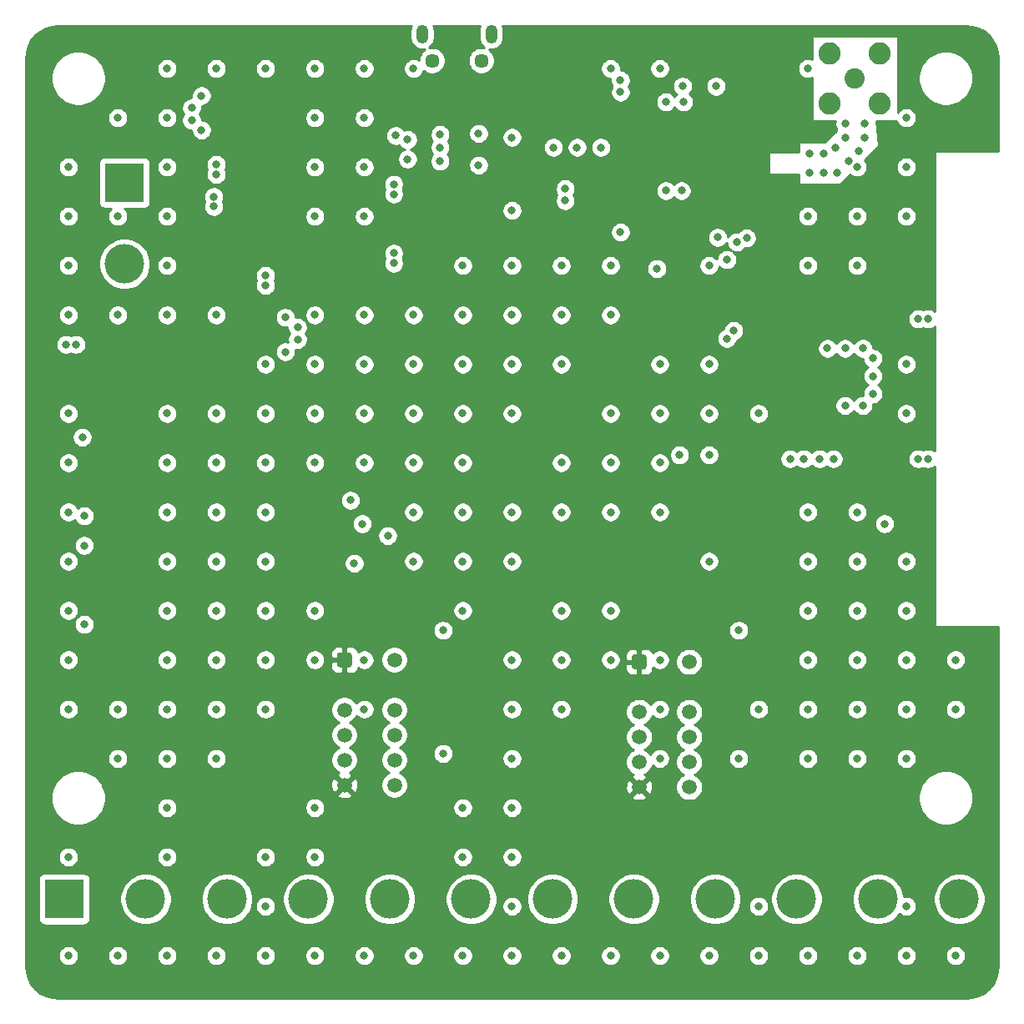
<source format=gbr>
%TF.GenerationSoftware,KiCad,Pcbnew,5.1.10*%
%TF.CreationDate,2021-12-02T21:41:10+00:00*%
%TF.ProjectId,ELE3044 - Tractor Tracker,454c4533-3034-4342-902d-205472616374,rev?*%
%TF.SameCoordinates,Original*%
%TF.FileFunction,Copper,L3,Inr*%
%TF.FilePolarity,Positive*%
%FSLAX46Y46*%
G04 Gerber Fmt 4.6, Leading zero omitted, Abs format (unit mm)*
G04 Created by KiCad (PCBNEW 5.1.10) date 2021-12-02 21:41:10*
%MOMM*%
%LPD*%
G01*
G04 APERTURE LIST*
%TA.AperFunction,ComponentPad*%
%ADD10C,4.000000*%
%TD*%
%TA.AperFunction,ComponentPad*%
%ADD11R,4.000000X4.000000*%
%TD*%
%TA.AperFunction,ComponentPad*%
%ADD12C,1.500000*%
%TD*%
%TA.AperFunction,ComponentPad*%
%ADD13C,2.250000*%
%TD*%
%TA.AperFunction,ComponentPad*%
%ADD14C,2.050000*%
%TD*%
%TA.AperFunction,ComponentPad*%
%ADD15O,1.200000X1.900000*%
%TD*%
%TA.AperFunction,ComponentPad*%
%ADD16C,1.450000*%
%TD*%
%TA.AperFunction,ViaPad*%
%ADD17C,0.800000*%
%TD*%
%TA.AperFunction,Conductor*%
%ADD18C,0.254000*%
%TD*%
%TA.AperFunction,Conductor*%
%ADD19C,0.100000*%
%TD*%
G04 APERTURE END LIST*
D10*
%TO.N,VDC*%
%TO.C,J1*%
X110700000Y-89827000D03*
D11*
%TO.N,GND*%
X110700000Y-81572000D03*
%TD*%
D10*
%TO.N,Relay_2_~D*%
%TO.C,J3*%
X195380000Y-154270000D03*
%TO.N,Relay_2_C*%
X187125000Y-154270000D03*
%TO.N,Relay_2_D*%
X178870000Y-154270000D03*
%TO.N,Relay_2_~B*%
X170615000Y-154270000D03*
%TO.N,Relay_2_A*%
X162360000Y-154270000D03*
%TO.N,Relay_2_B*%
X154105000Y-154270000D03*
%TO.N,Relay_1_~D*%
X145850000Y-154270000D03*
%TO.N,Relay_1_C*%
X137595000Y-154270000D03*
%TO.N,Relay_1_D*%
X129340000Y-154270000D03*
%TO.N,Relay_1_~B*%
X121085000Y-154270000D03*
%TO.N,Relay_1_A*%
X112830000Y-154270000D03*
D11*
%TO.N,Relay_1_B*%
X104575000Y-154270000D03*
%TD*%
%TO.N,+3V3*%
%TO.C,K1*%
%TA.AperFunction,ComponentPad*%
G36*
G01*
X132250000Y-130499500D02*
X132250000Y-129500500D01*
G75*
G02*
X132500500Y-129250000I250500J0D01*
G01*
X133499500Y-129250000D01*
G75*
G02*
X133750000Y-129500500I0J-250500D01*
G01*
X133750000Y-130499500D01*
G75*
G02*
X133499500Y-130750000I-250500J0D01*
G01*
X132500500Y-130750000D01*
G75*
G02*
X132250000Y-130499500I0J250500D01*
G01*
G37*
%TD.AperFunction*%
D12*
%TO.N,Relay_1_B*%
X133000000Y-135080000D03*
%TO.N,Relay_1_A*%
X133000000Y-137620000D03*
%TO.N,Relay_1_~B*%
X133000000Y-140160000D03*
%TO.N,+3V3*%
X133000000Y-142700000D03*
%TO.N,Net-(D10-Pad2)*%
X138080000Y-142700000D03*
%TO.N,Relay_1_D*%
X138080000Y-140160000D03*
%TO.N,Relay_1_C*%
X138080000Y-137620000D03*
%TO.N,Relay_1_~D*%
X138080000Y-135080000D03*
%TO.N,Net-(D8-Pad2)*%
X138080000Y-130000000D03*
%TD*%
%TO.N,+3V3*%
%TO.C,K2*%
%TA.AperFunction,ComponentPad*%
G36*
G01*
X162150000Y-130699500D02*
X162150000Y-129700500D01*
G75*
G02*
X162400500Y-129450000I250500J0D01*
G01*
X163399500Y-129450000D01*
G75*
G02*
X163650000Y-129700500I0J-250500D01*
G01*
X163650000Y-130699500D01*
G75*
G02*
X163399500Y-130950000I-250500J0D01*
G01*
X162400500Y-130950000D01*
G75*
G02*
X162150000Y-130699500I0J250500D01*
G01*
G37*
%TD.AperFunction*%
%TO.N,Relay_2_B*%
X162900000Y-135280000D03*
%TO.N,Relay_2_A*%
X162900000Y-137820000D03*
%TO.N,Relay_2_~B*%
X162900000Y-140360000D03*
%TO.N,+3V3*%
X162900000Y-142900000D03*
%TO.N,Net-(D11-Pad2)*%
X167980000Y-142900000D03*
%TO.N,Relay_2_D*%
X167980000Y-140360000D03*
%TO.N,Relay_2_C*%
X167980000Y-137820000D03*
%TO.N,Relay_2_~D*%
X167980000Y-135280000D03*
%TO.N,Net-(D9-Pad2)*%
X167980000Y-130200000D03*
%TD*%
D13*
%TO.N,GND*%
%TO.C,J4*%
X182260000Y-73540000D03*
X182260000Y-68460000D03*
X187340000Y-68460000D03*
X187340000Y-73540000D03*
D14*
%TO.N,Net-(J4-Pad1)*%
X184800000Y-71000000D03*
%TD*%
D15*
%TO.N,GND*%
%TO.C,J2*%
X140900000Y-66500000D03*
X147900000Y-66500000D03*
D16*
X141900000Y-69200000D03*
X146900000Y-69200000D03*
%TD*%
D17*
%TO.N,*%
X167300000Y-71800000D03*
X170700000Y-71800000D03*
X165600000Y-82400000D03*
X167200000Y-82400000D03*
X165600000Y-73400000D03*
X167400000Y-73400000D03*
%TO.N,GND*%
X120000000Y-95000000D03*
X115000000Y-90000000D03*
X110000000Y-95000000D03*
X110000000Y-85000000D03*
X105000000Y-95000000D03*
X115000000Y-95000000D03*
X155400000Y-83400000D03*
X155400000Y-82200000D03*
X161000000Y-71200000D03*
X161000000Y-72400000D03*
X180200000Y-78600000D03*
X180200000Y-80600000D03*
X181600000Y-80600000D03*
X181600000Y-78600000D03*
X183000000Y-80600000D03*
X184200000Y-79400000D03*
X185200000Y-78400000D03*
X185800000Y-77000000D03*
X185800000Y-75600000D03*
X183800000Y-75600000D03*
X183800000Y-77000000D03*
X182800000Y-78000000D03*
X138000000Y-88750000D03*
X138000000Y-89750000D03*
X138000000Y-82750000D03*
X138000000Y-81750000D03*
X119750000Y-84000000D03*
X119750000Y-83000000D03*
X117500000Y-75250000D03*
X117500000Y-74000000D03*
X118500000Y-76250000D03*
X118500000Y-72750000D03*
X125000000Y-91000000D03*
X125000000Y-92000000D03*
X128250000Y-96250000D03*
X128250000Y-97500000D03*
X127000000Y-98750000D03*
X127000000Y-95250000D03*
X104750000Y-98000000D03*
X105750000Y-98000000D03*
X120000000Y-79750000D03*
X120000000Y-80750000D03*
X143000000Y-127000000D03*
X143000000Y-139500000D03*
X173000000Y-140000000D03*
X173000000Y-127000000D03*
X110000000Y-140000000D03*
X120000000Y-160000000D03*
X125000000Y-160000000D03*
X135000000Y-160000000D03*
X140000000Y-160000000D03*
X145000000Y-160000000D03*
X150000000Y-160000000D03*
X160000000Y-160000000D03*
X165000000Y-160000000D03*
X170000000Y-160000000D03*
X115000000Y-160000000D03*
X105000000Y-135000000D03*
X110000000Y-135000000D03*
X115000000Y-135000000D03*
X120000000Y-135000000D03*
X125000000Y-135000000D03*
X125000000Y-130000000D03*
X120000000Y-130000000D03*
X115000000Y-130000000D03*
X105000000Y-130000000D03*
X130000000Y-130000000D03*
X150000000Y-145000000D03*
X175000000Y-160000000D03*
X185000000Y-160000000D03*
X195000000Y-135000000D03*
X190000000Y-135000000D03*
X190000000Y-140000000D03*
X185000000Y-140000000D03*
X185000000Y-135000000D03*
X180000000Y-135000000D03*
X180000000Y-140000000D03*
X150000000Y-140000000D03*
X150000000Y-135000000D03*
X135000000Y-130000000D03*
X135000000Y-135000000D03*
X165000000Y-135000000D03*
X165000000Y-140000000D03*
X150000000Y-130000000D03*
X155000000Y-130000000D03*
X155000000Y-135000000D03*
X160000000Y-130000000D03*
X165000000Y-130000000D03*
X175000000Y-135000000D03*
X180000000Y-130000000D03*
X185000000Y-130000000D03*
X190000000Y-130000000D03*
X195000000Y-130000000D03*
X190000000Y-125000000D03*
X185000000Y-125000000D03*
X185000000Y-120000000D03*
X190000000Y-120000000D03*
X180000000Y-120000000D03*
X180000000Y-125000000D03*
X170000000Y-120000000D03*
X155000000Y-125000000D03*
X160000000Y-125000000D03*
X105000000Y-125000000D03*
X105000000Y-120000000D03*
X105000000Y-115000000D03*
X105000000Y-110000000D03*
X105000000Y-105000000D03*
X115000000Y-125000000D03*
X115000000Y-120000000D03*
X115000000Y-115000000D03*
X115000000Y-110000000D03*
X115000000Y-105000000D03*
X180000000Y-115000000D03*
X185000000Y-115000000D03*
X190000000Y-105000000D03*
X190000000Y-100000000D03*
X175000000Y-105000000D03*
X170000000Y-105000000D03*
X170000000Y-100000000D03*
X165000000Y-115000000D03*
X160000000Y-115000000D03*
X155000000Y-115000000D03*
X150000000Y-115000000D03*
X150000000Y-120000000D03*
X145000000Y-120000000D03*
X145000000Y-115000000D03*
X120000000Y-125000000D03*
X125000000Y-125000000D03*
X125000000Y-120000000D03*
X120000000Y-120000000D03*
X120000000Y-115000000D03*
X125000000Y-115000000D03*
X125000000Y-110000000D03*
X120000000Y-110000000D03*
X120000000Y-105000000D03*
X125000000Y-105000000D03*
X125000000Y-100000000D03*
X170000000Y-109200000D03*
X167000000Y-109200000D03*
X191200000Y-109600000D03*
X192200000Y-109600000D03*
X183800000Y-98400000D03*
X183800000Y-104200000D03*
X186600000Y-101200000D03*
X182000000Y-98400000D03*
X185600000Y-98400000D03*
X185600000Y-104200000D03*
X186600000Y-99400000D03*
X186600000Y-103000000D03*
X192200000Y-95400000D03*
X191200000Y-95400000D03*
X106600000Y-126400000D03*
X106600000Y-118400000D03*
X106600000Y-115400000D03*
X106400000Y-107400000D03*
X165000000Y-110000000D03*
X160000000Y-110000000D03*
X160000000Y-105000000D03*
X165000000Y-105000000D03*
X165000000Y-100000000D03*
X160000000Y-95000000D03*
X160000000Y-90000000D03*
X170000000Y-90000000D03*
X180000000Y-90000000D03*
X185000000Y-90000000D03*
X185000000Y-85000000D03*
X180000000Y-85000000D03*
X190000000Y-80000000D03*
X190000000Y-85000000D03*
X185000000Y-80000000D03*
X190000000Y-75000000D03*
X180000000Y-70000000D03*
X165000000Y-70000000D03*
X160000000Y-70000000D03*
X155000000Y-90000000D03*
X155000000Y-95000000D03*
X150000000Y-95000000D03*
X150000000Y-100000000D03*
X155000000Y-100000000D03*
X150000000Y-105000000D03*
X145000000Y-105000000D03*
X145000000Y-100000000D03*
X145000000Y-95000000D03*
X145000000Y-90000000D03*
X150000000Y-90000000D03*
X140000000Y-100000000D03*
X140000000Y-95000000D03*
X135000000Y-95000000D03*
X135000000Y-100000000D03*
X130000000Y-95000000D03*
X130000000Y-100000000D03*
X130000000Y-105000000D03*
X135000000Y-105000000D03*
X140000000Y-105000000D03*
X130000000Y-110000000D03*
X135000000Y-110000000D03*
X140000000Y-110000000D03*
X145000000Y-110000000D03*
X155000000Y-110000000D03*
X140000000Y-115000000D03*
X140000000Y-120000000D03*
X145000000Y-125000000D03*
X139400000Y-77200000D03*
X130000000Y-80000000D03*
X130000000Y-75000000D03*
X135000000Y-75000000D03*
X135000000Y-80000000D03*
X135000000Y-85000000D03*
X130000000Y-85000000D03*
X115000000Y-90000000D03*
X115000000Y-85000000D03*
X115000000Y-80000000D03*
X115000000Y-75000000D03*
X115000000Y-70000000D03*
X120000000Y-70000000D03*
X125000000Y-70000000D03*
X130000000Y-70000000D03*
X135000000Y-70000000D03*
X140000000Y-70000000D03*
X105000000Y-85000000D03*
X105000000Y-80000000D03*
X110000000Y-75000000D03*
X105000000Y-90000000D03*
X175000000Y-155000000D03*
X190000000Y-155000000D03*
X190000000Y-160000000D03*
X195000000Y-160000000D03*
X180000000Y-160000000D03*
X155000000Y-160000000D03*
X130000000Y-160000000D03*
X130000000Y-150000000D03*
X125000000Y-150000000D03*
X115000000Y-150000000D03*
X110000000Y-160000000D03*
X105000000Y-160000000D03*
X105000000Y-150000000D03*
X115000000Y-140000000D03*
X115000000Y-145000000D03*
X120000000Y-140000000D03*
X130000000Y-125000000D03*
X145000000Y-150000000D03*
X150000000Y-150000000D03*
X150000000Y-155000000D03*
X125000000Y-155000000D03*
%TO.N,VBUS*%
X146600000Y-79800000D03*
X150000000Y-84400000D03*
X146600000Y-76600000D03*
X138200000Y-76800000D03*
%TO.N,+3V3*%
X164800000Y-76400000D03*
X164800000Y-77400000D03*
X164800000Y-78400000D03*
X164800000Y-79400000D03*
X191800000Y-117400000D03*
X129000000Y-82750000D03*
X129000000Y-81750000D03*
X128000000Y-75250000D03*
X128000000Y-74000000D03*
X127000000Y-72750000D03*
X127000000Y-76250000D03*
X188400000Y-90200000D03*
X188400000Y-89000000D03*
X188400000Y-87800000D03*
X188400000Y-86600000D03*
%TO.N,ESP32_RXD0*%
X142700000Y-79400000D03*
X172500000Y-96600000D03*
%TO.N,ESP32_TXD0*%
X171800000Y-97400000D03*
X161000000Y-86600000D03*
X164700000Y-90300000D03*
%TO.N,ESP32_RXD1*%
X173800000Y-87200000D03*
X182600000Y-109600000D03*
%TO.N,ESP32_TXD1*%
X172800000Y-87600000D03*
X181200000Y-109600000D03*
%TO.N,GPS_~RESET*%
X179600000Y-109600000D03*
X170866001Y-87133999D03*
%TO.N,GPS_TIMEPULSE*%
X178200000Y-109600000D03*
X171800000Y-89400000D03*
%TO.N,EN*%
X134800000Y-116200000D03*
X187800000Y-116200000D03*
%TO.N,Relay_1_~D*%
X145000000Y-145000000D03*
%TO.N,Relay_1_D*%
X130000000Y-145000000D03*
%TO.N,DTR*%
X139400000Y-79200000D03*
X134000000Y-120200000D03*
%TO.N,Net-(R5-Pad1)*%
X154200000Y-78000000D03*
X142700000Y-76700000D03*
%TO.N,Net-(Q6-Pad1)*%
X137400000Y-117400000D03*
X133600000Y-113800000D03*
%TO.N,Net-(R3-Pad1)*%
X150000000Y-77000000D03*
X159000000Y-78000000D03*
%TO.N,Net-(R6-Pad1)*%
X156600000Y-78000000D03*
X142700000Y-78000000D03*
%TD*%
D18*
%TO.N,+3V3*%
X139753489Y-65675099D02*
X139682870Y-65907898D01*
X139665000Y-66089335D01*
X139665000Y-66910664D01*
X139682870Y-67092101D01*
X139753489Y-67324900D01*
X139868167Y-67539448D01*
X140022498Y-67727502D01*
X140210551Y-67881833D01*
X140425099Y-67996511D01*
X140657898Y-68067130D01*
X140900000Y-68090975D01*
X141142101Y-68067130D01*
X141152035Y-68064116D01*
X141033051Y-68143619D01*
X140843619Y-68333051D01*
X140694784Y-68555799D01*
X140592264Y-68803303D01*
X140540000Y-69066052D01*
X140540000Y-69116033D01*
X140490256Y-69082795D01*
X140301898Y-69004774D01*
X140101939Y-68965000D01*
X139898061Y-68965000D01*
X139698102Y-69004774D01*
X139509744Y-69082795D01*
X139340226Y-69196063D01*
X139196063Y-69340226D01*
X139082795Y-69509744D01*
X139004774Y-69698102D01*
X138965000Y-69898061D01*
X138965000Y-70101939D01*
X139004774Y-70301898D01*
X139082795Y-70490256D01*
X139196063Y-70659774D01*
X139340226Y-70803937D01*
X139509744Y-70917205D01*
X139698102Y-70995226D01*
X139898061Y-71035000D01*
X140101939Y-71035000D01*
X140301898Y-70995226D01*
X140490256Y-70917205D01*
X140659774Y-70803937D01*
X140803937Y-70659774D01*
X140917205Y-70490256D01*
X140995226Y-70301898D01*
X141009053Y-70232383D01*
X141033051Y-70256381D01*
X141255799Y-70405216D01*
X141503303Y-70507736D01*
X141766052Y-70560000D01*
X142033948Y-70560000D01*
X142296697Y-70507736D01*
X142544201Y-70405216D01*
X142766949Y-70256381D01*
X142956381Y-70066949D01*
X143105216Y-69844201D01*
X143207736Y-69596697D01*
X143260000Y-69333948D01*
X143260000Y-69066052D01*
X143207736Y-68803303D01*
X143105216Y-68555799D01*
X142956381Y-68333051D01*
X142766949Y-68143619D01*
X142544201Y-67994784D01*
X142296697Y-67892264D01*
X142033948Y-67840000D01*
X141766052Y-67840000D01*
X141600231Y-67872984D01*
X141777502Y-67727502D01*
X141931833Y-67539449D01*
X142046511Y-67324901D01*
X142117130Y-67092102D01*
X142135000Y-66910665D01*
X142135000Y-66089336D01*
X142117130Y-65907899D01*
X142046511Y-65675099D01*
X142038440Y-65660000D01*
X146761560Y-65660000D01*
X146753489Y-65675100D01*
X146682870Y-65907899D01*
X146665000Y-66089336D01*
X146665000Y-66910665D01*
X146682870Y-67092102D01*
X146753489Y-67324901D01*
X146868168Y-67539449D01*
X147022499Y-67727502D01*
X147199769Y-67872984D01*
X147033948Y-67840000D01*
X146766052Y-67840000D01*
X146503303Y-67892264D01*
X146255799Y-67994784D01*
X146033051Y-68143619D01*
X145843619Y-68333051D01*
X145694784Y-68555799D01*
X145592264Y-68803303D01*
X145540000Y-69066052D01*
X145540000Y-69333948D01*
X145592264Y-69596697D01*
X145694784Y-69844201D01*
X145843619Y-70066949D01*
X146033051Y-70256381D01*
X146255799Y-70405216D01*
X146503303Y-70507736D01*
X146766052Y-70560000D01*
X147033948Y-70560000D01*
X147296697Y-70507736D01*
X147544201Y-70405216D01*
X147766949Y-70256381D01*
X147956381Y-70066949D01*
X148069228Y-69898061D01*
X158965000Y-69898061D01*
X158965000Y-70101939D01*
X159004774Y-70301898D01*
X159082795Y-70490256D01*
X159196063Y-70659774D01*
X159340226Y-70803937D01*
X159509744Y-70917205D01*
X159698102Y-70995226D01*
X159898061Y-71035000D01*
X159977544Y-71035000D01*
X159965000Y-71098061D01*
X159965000Y-71301939D01*
X160004774Y-71501898D01*
X160082795Y-71690256D01*
X160156123Y-71800000D01*
X160082795Y-71909744D01*
X160004774Y-72098102D01*
X159965000Y-72298061D01*
X159965000Y-72501939D01*
X160004774Y-72701898D01*
X160082795Y-72890256D01*
X160196063Y-73059774D01*
X160340226Y-73203937D01*
X160509744Y-73317205D01*
X160698102Y-73395226D01*
X160898061Y-73435000D01*
X161101939Y-73435000D01*
X161301898Y-73395226D01*
X161490256Y-73317205D01*
X161518907Y-73298061D01*
X164565000Y-73298061D01*
X164565000Y-73501939D01*
X164604774Y-73701898D01*
X164682795Y-73890256D01*
X164796063Y-74059774D01*
X164940226Y-74203937D01*
X165109744Y-74317205D01*
X165298102Y-74395226D01*
X165498061Y-74435000D01*
X165701939Y-74435000D01*
X165901898Y-74395226D01*
X166090256Y-74317205D01*
X166259774Y-74203937D01*
X166403937Y-74059774D01*
X166500000Y-73916005D01*
X166596063Y-74059774D01*
X166740226Y-74203937D01*
X166909744Y-74317205D01*
X167098102Y-74395226D01*
X167298061Y-74435000D01*
X167501939Y-74435000D01*
X167701898Y-74395226D01*
X167890256Y-74317205D01*
X168059774Y-74203937D01*
X168203937Y-74059774D01*
X168317205Y-73890256D01*
X168395226Y-73701898D01*
X168435000Y-73501939D01*
X168435000Y-73298061D01*
X168395226Y-73098102D01*
X168317205Y-72909744D01*
X168203937Y-72740226D01*
X168059774Y-72596063D01*
X168004548Y-72559163D01*
X168103937Y-72459774D01*
X168217205Y-72290256D01*
X168295226Y-72101898D01*
X168335000Y-71901939D01*
X168335000Y-71698061D01*
X169665000Y-71698061D01*
X169665000Y-71901939D01*
X169704774Y-72101898D01*
X169782795Y-72290256D01*
X169896063Y-72459774D01*
X170040226Y-72603937D01*
X170209744Y-72717205D01*
X170398102Y-72795226D01*
X170598061Y-72835000D01*
X170801939Y-72835000D01*
X171001898Y-72795226D01*
X171190256Y-72717205D01*
X171359774Y-72603937D01*
X171503937Y-72459774D01*
X171617205Y-72290256D01*
X171695226Y-72101898D01*
X171735000Y-71901939D01*
X171735000Y-71698061D01*
X171695226Y-71498102D01*
X171617205Y-71309744D01*
X171503937Y-71140226D01*
X171359774Y-70996063D01*
X171190256Y-70882795D01*
X171001898Y-70804774D01*
X170801939Y-70765000D01*
X170598061Y-70765000D01*
X170398102Y-70804774D01*
X170209744Y-70882795D01*
X170040226Y-70996063D01*
X169896063Y-71140226D01*
X169782795Y-71309744D01*
X169704774Y-71498102D01*
X169665000Y-71698061D01*
X168335000Y-71698061D01*
X168295226Y-71498102D01*
X168217205Y-71309744D01*
X168103937Y-71140226D01*
X167959774Y-70996063D01*
X167790256Y-70882795D01*
X167601898Y-70804774D01*
X167401939Y-70765000D01*
X167198061Y-70765000D01*
X166998102Y-70804774D01*
X166809744Y-70882795D01*
X166640226Y-70996063D01*
X166496063Y-71140226D01*
X166382795Y-71309744D01*
X166304774Y-71498102D01*
X166265000Y-71698061D01*
X166265000Y-71901939D01*
X166304774Y-72101898D01*
X166382795Y-72290256D01*
X166496063Y-72459774D01*
X166640226Y-72603937D01*
X166695452Y-72640837D01*
X166596063Y-72740226D01*
X166500000Y-72883995D01*
X166403937Y-72740226D01*
X166259774Y-72596063D01*
X166090256Y-72482795D01*
X165901898Y-72404774D01*
X165701939Y-72365000D01*
X165498061Y-72365000D01*
X165298102Y-72404774D01*
X165109744Y-72482795D01*
X164940226Y-72596063D01*
X164796063Y-72740226D01*
X164682795Y-72909744D01*
X164604774Y-73098102D01*
X164565000Y-73298061D01*
X161518907Y-73298061D01*
X161659774Y-73203937D01*
X161803937Y-73059774D01*
X161917205Y-72890256D01*
X161995226Y-72701898D01*
X162035000Y-72501939D01*
X162035000Y-72298061D01*
X161995226Y-72098102D01*
X161917205Y-71909744D01*
X161843877Y-71800000D01*
X161917205Y-71690256D01*
X161995226Y-71501898D01*
X162035000Y-71301939D01*
X162035000Y-71098061D01*
X161995226Y-70898102D01*
X161917205Y-70709744D01*
X161803937Y-70540226D01*
X161659774Y-70396063D01*
X161490256Y-70282795D01*
X161301898Y-70204774D01*
X161101939Y-70165000D01*
X161022456Y-70165000D01*
X161035000Y-70101939D01*
X161035000Y-69898061D01*
X163965000Y-69898061D01*
X163965000Y-70101939D01*
X164004774Y-70301898D01*
X164082795Y-70490256D01*
X164196063Y-70659774D01*
X164340226Y-70803937D01*
X164509744Y-70917205D01*
X164698102Y-70995226D01*
X164898061Y-71035000D01*
X165101939Y-71035000D01*
X165301898Y-70995226D01*
X165490256Y-70917205D01*
X165659774Y-70803937D01*
X165803937Y-70659774D01*
X165917205Y-70490256D01*
X165995226Y-70301898D01*
X166035000Y-70101939D01*
X166035000Y-69898061D01*
X165995226Y-69698102D01*
X165917205Y-69509744D01*
X165803937Y-69340226D01*
X165659774Y-69196063D01*
X165490256Y-69082795D01*
X165301898Y-69004774D01*
X165101939Y-68965000D01*
X164898061Y-68965000D01*
X164698102Y-69004774D01*
X164509744Y-69082795D01*
X164340226Y-69196063D01*
X164196063Y-69340226D01*
X164082795Y-69509744D01*
X164004774Y-69698102D01*
X163965000Y-69898061D01*
X161035000Y-69898061D01*
X160995226Y-69698102D01*
X160917205Y-69509744D01*
X160803937Y-69340226D01*
X160659774Y-69196063D01*
X160490256Y-69082795D01*
X160301898Y-69004774D01*
X160101939Y-68965000D01*
X159898061Y-68965000D01*
X159698102Y-69004774D01*
X159509744Y-69082795D01*
X159340226Y-69196063D01*
X159196063Y-69340226D01*
X159082795Y-69509744D01*
X159004774Y-69698102D01*
X158965000Y-69898061D01*
X148069228Y-69898061D01*
X148105216Y-69844201D01*
X148207736Y-69596697D01*
X148260000Y-69333948D01*
X148260000Y-69066052D01*
X148207736Y-68803303D01*
X148105216Y-68555799D01*
X147956381Y-68333051D01*
X147766949Y-68143619D01*
X147647965Y-68064116D01*
X147657899Y-68067130D01*
X147900000Y-68090975D01*
X148142102Y-68067130D01*
X148374901Y-67996511D01*
X148589449Y-67881833D01*
X148777502Y-67727502D01*
X148931833Y-67539449D01*
X149046511Y-67324901D01*
X149117130Y-67092101D01*
X149135000Y-66910664D01*
X149135000Y-66089335D01*
X149117130Y-65907898D01*
X149046511Y-65675099D01*
X149038440Y-65660000D01*
X195967722Y-65660000D01*
X196648126Y-65726714D01*
X197271572Y-65914943D01*
X197846579Y-66220681D01*
X198351247Y-66632279D01*
X198766362Y-67134067D01*
X199076105Y-67706924D01*
X199268682Y-68329039D01*
X199340000Y-69007584D01*
X199340000Y-78373000D01*
X193000000Y-78373000D01*
X192975224Y-78375440D01*
X192951399Y-78382667D01*
X192929443Y-78394403D01*
X192910197Y-78410197D01*
X192894403Y-78429443D01*
X192882667Y-78451399D01*
X192875440Y-78475224D01*
X192873000Y-78500000D01*
X192873000Y-94609289D01*
X192859774Y-94596063D01*
X192690256Y-94482795D01*
X192501898Y-94404774D01*
X192301939Y-94365000D01*
X192098061Y-94365000D01*
X191898102Y-94404774D01*
X191709744Y-94482795D01*
X191700000Y-94489306D01*
X191690256Y-94482795D01*
X191501898Y-94404774D01*
X191301939Y-94365000D01*
X191098061Y-94365000D01*
X190898102Y-94404774D01*
X190709744Y-94482795D01*
X190540226Y-94596063D01*
X190396063Y-94740226D01*
X190282795Y-94909744D01*
X190204774Y-95098102D01*
X190165000Y-95298061D01*
X190165000Y-95501939D01*
X190204774Y-95701898D01*
X190282795Y-95890256D01*
X190396063Y-96059774D01*
X190540226Y-96203937D01*
X190709744Y-96317205D01*
X190898102Y-96395226D01*
X191098061Y-96435000D01*
X191301939Y-96435000D01*
X191501898Y-96395226D01*
X191690256Y-96317205D01*
X191700000Y-96310694D01*
X191709744Y-96317205D01*
X191898102Y-96395226D01*
X192098061Y-96435000D01*
X192301939Y-96435000D01*
X192501898Y-96395226D01*
X192690256Y-96317205D01*
X192859774Y-96203937D01*
X192873000Y-96190711D01*
X192873000Y-108809289D01*
X192859774Y-108796063D01*
X192690256Y-108682795D01*
X192501898Y-108604774D01*
X192301939Y-108565000D01*
X192098061Y-108565000D01*
X191898102Y-108604774D01*
X191709744Y-108682795D01*
X191700000Y-108689306D01*
X191690256Y-108682795D01*
X191501898Y-108604774D01*
X191301939Y-108565000D01*
X191098061Y-108565000D01*
X190898102Y-108604774D01*
X190709744Y-108682795D01*
X190540226Y-108796063D01*
X190396063Y-108940226D01*
X190282795Y-109109744D01*
X190204774Y-109298102D01*
X190165000Y-109498061D01*
X190165000Y-109701939D01*
X190204774Y-109901898D01*
X190282795Y-110090256D01*
X190396063Y-110259774D01*
X190540226Y-110403937D01*
X190709744Y-110517205D01*
X190898102Y-110595226D01*
X191098061Y-110635000D01*
X191301939Y-110635000D01*
X191501898Y-110595226D01*
X191690256Y-110517205D01*
X191700000Y-110510694D01*
X191709744Y-110517205D01*
X191898102Y-110595226D01*
X192098061Y-110635000D01*
X192301939Y-110635000D01*
X192501898Y-110595226D01*
X192690256Y-110517205D01*
X192859774Y-110403937D01*
X192873000Y-110390711D01*
X192873000Y-126500000D01*
X192875440Y-126524776D01*
X192882667Y-126548601D01*
X192894403Y-126570557D01*
X192910197Y-126589803D01*
X192929443Y-126605597D01*
X192951399Y-126617333D01*
X192975224Y-126624560D01*
X193000000Y-126627000D01*
X199340001Y-126627000D01*
X199340001Y-160967711D01*
X199273286Y-161648126D01*
X199085057Y-162271570D01*
X198779323Y-162846573D01*
X198367721Y-163351248D01*
X197865933Y-163766362D01*
X197293077Y-164076104D01*
X196670961Y-164268682D01*
X195992417Y-164340000D01*
X104032279Y-164340000D01*
X103351874Y-164273286D01*
X102728430Y-164085057D01*
X102153427Y-163779323D01*
X101648752Y-163367721D01*
X101233638Y-162865933D01*
X100923896Y-162293077D01*
X100731318Y-161670961D01*
X100660000Y-160992417D01*
X100660000Y-159898061D01*
X103965000Y-159898061D01*
X103965000Y-160101939D01*
X104004774Y-160301898D01*
X104082795Y-160490256D01*
X104196063Y-160659774D01*
X104340226Y-160803937D01*
X104509744Y-160917205D01*
X104698102Y-160995226D01*
X104898061Y-161035000D01*
X105101939Y-161035000D01*
X105301898Y-160995226D01*
X105490256Y-160917205D01*
X105659774Y-160803937D01*
X105803937Y-160659774D01*
X105917205Y-160490256D01*
X105995226Y-160301898D01*
X106035000Y-160101939D01*
X106035000Y-159898061D01*
X108965000Y-159898061D01*
X108965000Y-160101939D01*
X109004774Y-160301898D01*
X109082795Y-160490256D01*
X109196063Y-160659774D01*
X109340226Y-160803937D01*
X109509744Y-160917205D01*
X109698102Y-160995226D01*
X109898061Y-161035000D01*
X110101939Y-161035000D01*
X110301898Y-160995226D01*
X110490256Y-160917205D01*
X110659774Y-160803937D01*
X110803937Y-160659774D01*
X110917205Y-160490256D01*
X110995226Y-160301898D01*
X111035000Y-160101939D01*
X111035000Y-159898061D01*
X113965000Y-159898061D01*
X113965000Y-160101939D01*
X114004774Y-160301898D01*
X114082795Y-160490256D01*
X114196063Y-160659774D01*
X114340226Y-160803937D01*
X114509744Y-160917205D01*
X114698102Y-160995226D01*
X114898061Y-161035000D01*
X115101939Y-161035000D01*
X115301898Y-160995226D01*
X115490256Y-160917205D01*
X115659774Y-160803937D01*
X115803937Y-160659774D01*
X115917205Y-160490256D01*
X115995226Y-160301898D01*
X116035000Y-160101939D01*
X116035000Y-159898061D01*
X118965000Y-159898061D01*
X118965000Y-160101939D01*
X119004774Y-160301898D01*
X119082795Y-160490256D01*
X119196063Y-160659774D01*
X119340226Y-160803937D01*
X119509744Y-160917205D01*
X119698102Y-160995226D01*
X119898061Y-161035000D01*
X120101939Y-161035000D01*
X120301898Y-160995226D01*
X120490256Y-160917205D01*
X120659774Y-160803937D01*
X120803937Y-160659774D01*
X120917205Y-160490256D01*
X120995226Y-160301898D01*
X121035000Y-160101939D01*
X121035000Y-159898061D01*
X123965000Y-159898061D01*
X123965000Y-160101939D01*
X124004774Y-160301898D01*
X124082795Y-160490256D01*
X124196063Y-160659774D01*
X124340226Y-160803937D01*
X124509744Y-160917205D01*
X124698102Y-160995226D01*
X124898061Y-161035000D01*
X125101939Y-161035000D01*
X125301898Y-160995226D01*
X125490256Y-160917205D01*
X125659774Y-160803937D01*
X125803937Y-160659774D01*
X125917205Y-160490256D01*
X125995226Y-160301898D01*
X126035000Y-160101939D01*
X126035000Y-159898061D01*
X128965000Y-159898061D01*
X128965000Y-160101939D01*
X129004774Y-160301898D01*
X129082795Y-160490256D01*
X129196063Y-160659774D01*
X129340226Y-160803937D01*
X129509744Y-160917205D01*
X129698102Y-160995226D01*
X129898061Y-161035000D01*
X130101939Y-161035000D01*
X130301898Y-160995226D01*
X130490256Y-160917205D01*
X130659774Y-160803937D01*
X130803937Y-160659774D01*
X130917205Y-160490256D01*
X130995226Y-160301898D01*
X131035000Y-160101939D01*
X131035000Y-159898061D01*
X133965000Y-159898061D01*
X133965000Y-160101939D01*
X134004774Y-160301898D01*
X134082795Y-160490256D01*
X134196063Y-160659774D01*
X134340226Y-160803937D01*
X134509744Y-160917205D01*
X134698102Y-160995226D01*
X134898061Y-161035000D01*
X135101939Y-161035000D01*
X135301898Y-160995226D01*
X135490256Y-160917205D01*
X135659774Y-160803937D01*
X135803937Y-160659774D01*
X135917205Y-160490256D01*
X135995226Y-160301898D01*
X136035000Y-160101939D01*
X136035000Y-159898061D01*
X138965000Y-159898061D01*
X138965000Y-160101939D01*
X139004774Y-160301898D01*
X139082795Y-160490256D01*
X139196063Y-160659774D01*
X139340226Y-160803937D01*
X139509744Y-160917205D01*
X139698102Y-160995226D01*
X139898061Y-161035000D01*
X140101939Y-161035000D01*
X140301898Y-160995226D01*
X140490256Y-160917205D01*
X140659774Y-160803937D01*
X140803937Y-160659774D01*
X140917205Y-160490256D01*
X140995226Y-160301898D01*
X141035000Y-160101939D01*
X141035000Y-159898061D01*
X143965000Y-159898061D01*
X143965000Y-160101939D01*
X144004774Y-160301898D01*
X144082795Y-160490256D01*
X144196063Y-160659774D01*
X144340226Y-160803937D01*
X144509744Y-160917205D01*
X144698102Y-160995226D01*
X144898061Y-161035000D01*
X145101939Y-161035000D01*
X145301898Y-160995226D01*
X145490256Y-160917205D01*
X145659774Y-160803937D01*
X145803937Y-160659774D01*
X145917205Y-160490256D01*
X145995226Y-160301898D01*
X146035000Y-160101939D01*
X146035000Y-159898061D01*
X148965000Y-159898061D01*
X148965000Y-160101939D01*
X149004774Y-160301898D01*
X149082795Y-160490256D01*
X149196063Y-160659774D01*
X149340226Y-160803937D01*
X149509744Y-160917205D01*
X149698102Y-160995226D01*
X149898061Y-161035000D01*
X150101939Y-161035000D01*
X150301898Y-160995226D01*
X150490256Y-160917205D01*
X150659774Y-160803937D01*
X150803937Y-160659774D01*
X150917205Y-160490256D01*
X150995226Y-160301898D01*
X151035000Y-160101939D01*
X151035000Y-159898061D01*
X153965000Y-159898061D01*
X153965000Y-160101939D01*
X154004774Y-160301898D01*
X154082795Y-160490256D01*
X154196063Y-160659774D01*
X154340226Y-160803937D01*
X154509744Y-160917205D01*
X154698102Y-160995226D01*
X154898061Y-161035000D01*
X155101939Y-161035000D01*
X155301898Y-160995226D01*
X155490256Y-160917205D01*
X155659774Y-160803937D01*
X155803937Y-160659774D01*
X155917205Y-160490256D01*
X155995226Y-160301898D01*
X156035000Y-160101939D01*
X156035000Y-159898061D01*
X158965000Y-159898061D01*
X158965000Y-160101939D01*
X159004774Y-160301898D01*
X159082795Y-160490256D01*
X159196063Y-160659774D01*
X159340226Y-160803937D01*
X159509744Y-160917205D01*
X159698102Y-160995226D01*
X159898061Y-161035000D01*
X160101939Y-161035000D01*
X160301898Y-160995226D01*
X160490256Y-160917205D01*
X160659774Y-160803937D01*
X160803937Y-160659774D01*
X160917205Y-160490256D01*
X160995226Y-160301898D01*
X161035000Y-160101939D01*
X161035000Y-159898061D01*
X163965000Y-159898061D01*
X163965000Y-160101939D01*
X164004774Y-160301898D01*
X164082795Y-160490256D01*
X164196063Y-160659774D01*
X164340226Y-160803937D01*
X164509744Y-160917205D01*
X164698102Y-160995226D01*
X164898061Y-161035000D01*
X165101939Y-161035000D01*
X165301898Y-160995226D01*
X165490256Y-160917205D01*
X165659774Y-160803937D01*
X165803937Y-160659774D01*
X165917205Y-160490256D01*
X165995226Y-160301898D01*
X166035000Y-160101939D01*
X166035000Y-159898061D01*
X168965000Y-159898061D01*
X168965000Y-160101939D01*
X169004774Y-160301898D01*
X169082795Y-160490256D01*
X169196063Y-160659774D01*
X169340226Y-160803937D01*
X169509744Y-160917205D01*
X169698102Y-160995226D01*
X169898061Y-161035000D01*
X170101939Y-161035000D01*
X170301898Y-160995226D01*
X170490256Y-160917205D01*
X170659774Y-160803937D01*
X170803937Y-160659774D01*
X170917205Y-160490256D01*
X170995226Y-160301898D01*
X171035000Y-160101939D01*
X171035000Y-159898061D01*
X173965000Y-159898061D01*
X173965000Y-160101939D01*
X174004774Y-160301898D01*
X174082795Y-160490256D01*
X174196063Y-160659774D01*
X174340226Y-160803937D01*
X174509744Y-160917205D01*
X174698102Y-160995226D01*
X174898061Y-161035000D01*
X175101939Y-161035000D01*
X175301898Y-160995226D01*
X175490256Y-160917205D01*
X175659774Y-160803937D01*
X175803937Y-160659774D01*
X175917205Y-160490256D01*
X175995226Y-160301898D01*
X176035000Y-160101939D01*
X176035000Y-159898061D01*
X178965000Y-159898061D01*
X178965000Y-160101939D01*
X179004774Y-160301898D01*
X179082795Y-160490256D01*
X179196063Y-160659774D01*
X179340226Y-160803937D01*
X179509744Y-160917205D01*
X179698102Y-160995226D01*
X179898061Y-161035000D01*
X180101939Y-161035000D01*
X180301898Y-160995226D01*
X180490256Y-160917205D01*
X180659774Y-160803937D01*
X180803937Y-160659774D01*
X180917205Y-160490256D01*
X180995226Y-160301898D01*
X181035000Y-160101939D01*
X181035000Y-159898061D01*
X183965000Y-159898061D01*
X183965000Y-160101939D01*
X184004774Y-160301898D01*
X184082795Y-160490256D01*
X184196063Y-160659774D01*
X184340226Y-160803937D01*
X184509744Y-160917205D01*
X184698102Y-160995226D01*
X184898061Y-161035000D01*
X185101939Y-161035000D01*
X185301898Y-160995226D01*
X185490256Y-160917205D01*
X185659774Y-160803937D01*
X185803937Y-160659774D01*
X185917205Y-160490256D01*
X185995226Y-160301898D01*
X186035000Y-160101939D01*
X186035000Y-159898061D01*
X188965000Y-159898061D01*
X188965000Y-160101939D01*
X189004774Y-160301898D01*
X189082795Y-160490256D01*
X189196063Y-160659774D01*
X189340226Y-160803937D01*
X189509744Y-160917205D01*
X189698102Y-160995226D01*
X189898061Y-161035000D01*
X190101939Y-161035000D01*
X190301898Y-160995226D01*
X190490256Y-160917205D01*
X190659774Y-160803937D01*
X190803937Y-160659774D01*
X190917205Y-160490256D01*
X190995226Y-160301898D01*
X191035000Y-160101939D01*
X191035000Y-159898061D01*
X193965000Y-159898061D01*
X193965000Y-160101939D01*
X194004774Y-160301898D01*
X194082795Y-160490256D01*
X194196063Y-160659774D01*
X194340226Y-160803937D01*
X194509744Y-160917205D01*
X194698102Y-160995226D01*
X194898061Y-161035000D01*
X195101939Y-161035000D01*
X195301898Y-160995226D01*
X195490256Y-160917205D01*
X195659774Y-160803937D01*
X195803937Y-160659774D01*
X195917205Y-160490256D01*
X195995226Y-160301898D01*
X196035000Y-160101939D01*
X196035000Y-159898061D01*
X195995226Y-159698102D01*
X195917205Y-159509744D01*
X195803937Y-159340226D01*
X195659774Y-159196063D01*
X195490256Y-159082795D01*
X195301898Y-159004774D01*
X195101939Y-158965000D01*
X194898061Y-158965000D01*
X194698102Y-159004774D01*
X194509744Y-159082795D01*
X194340226Y-159196063D01*
X194196063Y-159340226D01*
X194082795Y-159509744D01*
X194004774Y-159698102D01*
X193965000Y-159898061D01*
X191035000Y-159898061D01*
X190995226Y-159698102D01*
X190917205Y-159509744D01*
X190803937Y-159340226D01*
X190659774Y-159196063D01*
X190490256Y-159082795D01*
X190301898Y-159004774D01*
X190101939Y-158965000D01*
X189898061Y-158965000D01*
X189698102Y-159004774D01*
X189509744Y-159082795D01*
X189340226Y-159196063D01*
X189196063Y-159340226D01*
X189082795Y-159509744D01*
X189004774Y-159698102D01*
X188965000Y-159898061D01*
X186035000Y-159898061D01*
X185995226Y-159698102D01*
X185917205Y-159509744D01*
X185803937Y-159340226D01*
X185659774Y-159196063D01*
X185490256Y-159082795D01*
X185301898Y-159004774D01*
X185101939Y-158965000D01*
X184898061Y-158965000D01*
X184698102Y-159004774D01*
X184509744Y-159082795D01*
X184340226Y-159196063D01*
X184196063Y-159340226D01*
X184082795Y-159509744D01*
X184004774Y-159698102D01*
X183965000Y-159898061D01*
X181035000Y-159898061D01*
X180995226Y-159698102D01*
X180917205Y-159509744D01*
X180803937Y-159340226D01*
X180659774Y-159196063D01*
X180490256Y-159082795D01*
X180301898Y-159004774D01*
X180101939Y-158965000D01*
X179898061Y-158965000D01*
X179698102Y-159004774D01*
X179509744Y-159082795D01*
X179340226Y-159196063D01*
X179196063Y-159340226D01*
X179082795Y-159509744D01*
X179004774Y-159698102D01*
X178965000Y-159898061D01*
X176035000Y-159898061D01*
X175995226Y-159698102D01*
X175917205Y-159509744D01*
X175803937Y-159340226D01*
X175659774Y-159196063D01*
X175490256Y-159082795D01*
X175301898Y-159004774D01*
X175101939Y-158965000D01*
X174898061Y-158965000D01*
X174698102Y-159004774D01*
X174509744Y-159082795D01*
X174340226Y-159196063D01*
X174196063Y-159340226D01*
X174082795Y-159509744D01*
X174004774Y-159698102D01*
X173965000Y-159898061D01*
X171035000Y-159898061D01*
X170995226Y-159698102D01*
X170917205Y-159509744D01*
X170803937Y-159340226D01*
X170659774Y-159196063D01*
X170490256Y-159082795D01*
X170301898Y-159004774D01*
X170101939Y-158965000D01*
X169898061Y-158965000D01*
X169698102Y-159004774D01*
X169509744Y-159082795D01*
X169340226Y-159196063D01*
X169196063Y-159340226D01*
X169082795Y-159509744D01*
X169004774Y-159698102D01*
X168965000Y-159898061D01*
X166035000Y-159898061D01*
X165995226Y-159698102D01*
X165917205Y-159509744D01*
X165803937Y-159340226D01*
X165659774Y-159196063D01*
X165490256Y-159082795D01*
X165301898Y-159004774D01*
X165101939Y-158965000D01*
X164898061Y-158965000D01*
X164698102Y-159004774D01*
X164509744Y-159082795D01*
X164340226Y-159196063D01*
X164196063Y-159340226D01*
X164082795Y-159509744D01*
X164004774Y-159698102D01*
X163965000Y-159898061D01*
X161035000Y-159898061D01*
X160995226Y-159698102D01*
X160917205Y-159509744D01*
X160803937Y-159340226D01*
X160659774Y-159196063D01*
X160490256Y-159082795D01*
X160301898Y-159004774D01*
X160101939Y-158965000D01*
X159898061Y-158965000D01*
X159698102Y-159004774D01*
X159509744Y-159082795D01*
X159340226Y-159196063D01*
X159196063Y-159340226D01*
X159082795Y-159509744D01*
X159004774Y-159698102D01*
X158965000Y-159898061D01*
X156035000Y-159898061D01*
X155995226Y-159698102D01*
X155917205Y-159509744D01*
X155803937Y-159340226D01*
X155659774Y-159196063D01*
X155490256Y-159082795D01*
X155301898Y-159004774D01*
X155101939Y-158965000D01*
X154898061Y-158965000D01*
X154698102Y-159004774D01*
X154509744Y-159082795D01*
X154340226Y-159196063D01*
X154196063Y-159340226D01*
X154082795Y-159509744D01*
X154004774Y-159698102D01*
X153965000Y-159898061D01*
X151035000Y-159898061D01*
X150995226Y-159698102D01*
X150917205Y-159509744D01*
X150803937Y-159340226D01*
X150659774Y-159196063D01*
X150490256Y-159082795D01*
X150301898Y-159004774D01*
X150101939Y-158965000D01*
X149898061Y-158965000D01*
X149698102Y-159004774D01*
X149509744Y-159082795D01*
X149340226Y-159196063D01*
X149196063Y-159340226D01*
X149082795Y-159509744D01*
X149004774Y-159698102D01*
X148965000Y-159898061D01*
X146035000Y-159898061D01*
X145995226Y-159698102D01*
X145917205Y-159509744D01*
X145803937Y-159340226D01*
X145659774Y-159196063D01*
X145490256Y-159082795D01*
X145301898Y-159004774D01*
X145101939Y-158965000D01*
X144898061Y-158965000D01*
X144698102Y-159004774D01*
X144509744Y-159082795D01*
X144340226Y-159196063D01*
X144196063Y-159340226D01*
X144082795Y-159509744D01*
X144004774Y-159698102D01*
X143965000Y-159898061D01*
X141035000Y-159898061D01*
X140995226Y-159698102D01*
X140917205Y-159509744D01*
X140803937Y-159340226D01*
X140659774Y-159196063D01*
X140490256Y-159082795D01*
X140301898Y-159004774D01*
X140101939Y-158965000D01*
X139898061Y-158965000D01*
X139698102Y-159004774D01*
X139509744Y-159082795D01*
X139340226Y-159196063D01*
X139196063Y-159340226D01*
X139082795Y-159509744D01*
X139004774Y-159698102D01*
X138965000Y-159898061D01*
X136035000Y-159898061D01*
X135995226Y-159698102D01*
X135917205Y-159509744D01*
X135803937Y-159340226D01*
X135659774Y-159196063D01*
X135490256Y-159082795D01*
X135301898Y-159004774D01*
X135101939Y-158965000D01*
X134898061Y-158965000D01*
X134698102Y-159004774D01*
X134509744Y-159082795D01*
X134340226Y-159196063D01*
X134196063Y-159340226D01*
X134082795Y-159509744D01*
X134004774Y-159698102D01*
X133965000Y-159898061D01*
X131035000Y-159898061D01*
X130995226Y-159698102D01*
X130917205Y-159509744D01*
X130803937Y-159340226D01*
X130659774Y-159196063D01*
X130490256Y-159082795D01*
X130301898Y-159004774D01*
X130101939Y-158965000D01*
X129898061Y-158965000D01*
X129698102Y-159004774D01*
X129509744Y-159082795D01*
X129340226Y-159196063D01*
X129196063Y-159340226D01*
X129082795Y-159509744D01*
X129004774Y-159698102D01*
X128965000Y-159898061D01*
X126035000Y-159898061D01*
X125995226Y-159698102D01*
X125917205Y-159509744D01*
X125803937Y-159340226D01*
X125659774Y-159196063D01*
X125490256Y-159082795D01*
X125301898Y-159004774D01*
X125101939Y-158965000D01*
X124898061Y-158965000D01*
X124698102Y-159004774D01*
X124509744Y-159082795D01*
X124340226Y-159196063D01*
X124196063Y-159340226D01*
X124082795Y-159509744D01*
X124004774Y-159698102D01*
X123965000Y-159898061D01*
X121035000Y-159898061D01*
X120995226Y-159698102D01*
X120917205Y-159509744D01*
X120803937Y-159340226D01*
X120659774Y-159196063D01*
X120490256Y-159082795D01*
X120301898Y-159004774D01*
X120101939Y-158965000D01*
X119898061Y-158965000D01*
X119698102Y-159004774D01*
X119509744Y-159082795D01*
X119340226Y-159196063D01*
X119196063Y-159340226D01*
X119082795Y-159509744D01*
X119004774Y-159698102D01*
X118965000Y-159898061D01*
X116035000Y-159898061D01*
X115995226Y-159698102D01*
X115917205Y-159509744D01*
X115803937Y-159340226D01*
X115659774Y-159196063D01*
X115490256Y-159082795D01*
X115301898Y-159004774D01*
X115101939Y-158965000D01*
X114898061Y-158965000D01*
X114698102Y-159004774D01*
X114509744Y-159082795D01*
X114340226Y-159196063D01*
X114196063Y-159340226D01*
X114082795Y-159509744D01*
X114004774Y-159698102D01*
X113965000Y-159898061D01*
X111035000Y-159898061D01*
X110995226Y-159698102D01*
X110917205Y-159509744D01*
X110803937Y-159340226D01*
X110659774Y-159196063D01*
X110490256Y-159082795D01*
X110301898Y-159004774D01*
X110101939Y-158965000D01*
X109898061Y-158965000D01*
X109698102Y-159004774D01*
X109509744Y-159082795D01*
X109340226Y-159196063D01*
X109196063Y-159340226D01*
X109082795Y-159509744D01*
X109004774Y-159698102D01*
X108965000Y-159898061D01*
X106035000Y-159898061D01*
X105995226Y-159698102D01*
X105917205Y-159509744D01*
X105803937Y-159340226D01*
X105659774Y-159196063D01*
X105490256Y-159082795D01*
X105301898Y-159004774D01*
X105101939Y-158965000D01*
X104898061Y-158965000D01*
X104698102Y-159004774D01*
X104509744Y-159082795D01*
X104340226Y-159196063D01*
X104196063Y-159340226D01*
X104082795Y-159509744D01*
X104004774Y-159698102D01*
X103965000Y-159898061D01*
X100660000Y-159898061D01*
X100660000Y-152270000D01*
X101936928Y-152270000D01*
X101936928Y-156270000D01*
X101949188Y-156394482D01*
X101985498Y-156514180D01*
X102044463Y-156624494D01*
X102123815Y-156721185D01*
X102220506Y-156800537D01*
X102330820Y-156859502D01*
X102450518Y-156895812D01*
X102575000Y-156908072D01*
X106575000Y-156908072D01*
X106699482Y-156895812D01*
X106819180Y-156859502D01*
X106929494Y-156800537D01*
X107026185Y-156721185D01*
X107105537Y-156624494D01*
X107164502Y-156514180D01*
X107200812Y-156394482D01*
X107213072Y-156270000D01*
X107213072Y-154010475D01*
X110195000Y-154010475D01*
X110195000Y-154529525D01*
X110296261Y-155038601D01*
X110494893Y-155518141D01*
X110783262Y-155949715D01*
X111150285Y-156316738D01*
X111581859Y-156605107D01*
X112061399Y-156803739D01*
X112570475Y-156905000D01*
X113089525Y-156905000D01*
X113598601Y-156803739D01*
X114078141Y-156605107D01*
X114509715Y-156316738D01*
X114876738Y-155949715D01*
X115165107Y-155518141D01*
X115363739Y-155038601D01*
X115465000Y-154529525D01*
X115465000Y-154010475D01*
X118450000Y-154010475D01*
X118450000Y-154529525D01*
X118551261Y-155038601D01*
X118749893Y-155518141D01*
X119038262Y-155949715D01*
X119405285Y-156316738D01*
X119836859Y-156605107D01*
X120316399Y-156803739D01*
X120825475Y-156905000D01*
X121344525Y-156905000D01*
X121853601Y-156803739D01*
X122333141Y-156605107D01*
X122764715Y-156316738D01*
X123131738Y-155949715D01*
X123420107Y-155518141D01*
X123618739Y-155038601D01*
X123646694Y-154898061D01*
X123965000Y-154898061D01*
X123965000Y-155101939D01*
X124004774Y-155301898D01*
X124082795Y-155490256D01*
X124196063Y-155659774D01*
X124340226Y-155803937D01*
X124509744Y-155917205D01*
X124698102Y-155995226D01*
X124898061Y-156035000D01*
X125101939Y-156035000D01*
X125301898Y-155995226D01*
X125490256Y-155917205D01*
X125659774Y-155803937D01*
X125803937Y-155659774D01*
X125917205Y-155490256D01*
X125995226Y-155301898D01*
X126035000Y-155101939D01*
X126035000Y-154898061D01*
X125995226Y-154698102D01*
X125917205Y-154509744D01*
X125803937Y-154340226D01*
X125659774Y-154196063D01*
X125490256Y-154082795D01*
X125315662Y-154010475D01*
X126705000Y-154010475D01*
X126705000Y-154529525D01*
X126806261Y-155038601D01*
X127004893Y-155518141D01*
X127293262Y-155949715D01*
X127660285Y-156316738D01*
X128091859Y-156605107D01*
X128571399Y-156803739D01*
X129080475Y-156905000D01*
X129599525Y-156905000D01*
X130108601Y-156803739D01*
X130588141Y-156605107D01*
X131019715Y-156316738D01*
X131386738Y-155949715D01*
X131675107Y-155518141D01*
X131873739Y-155038601D01*
X131975000Y-154529525D01*
X131975000Y-154010475D01*
X134960000Y-154010475D01*
X134960000Y-154529525D01*
X135061261Y-155038601D01*
X135259893Y-155518141D01*
X135548262Y-155949715D01*
X135915285Y-156316738D01*
X136346859Y-156605107D01*
X136826399Y-156803739D01*
X137335475Y-156905000D01*
X137854525Y-156905000D01*
X138363601Y-156803739D01*
X138843141Y-156605107D01*
X139274715Y-156316738D01*
X139641738Y-155949715D01*
X139930107Y-155518141D01*
X140128739Y-155038601D01*
X140230000Y-154529525D01*
X140230000Y-154010475D01*
X143215000Y-154010475D01*
X143215000Y-154529525D01*
X143316261Y-155038601D01*
X143514893Y-155518141D01*
X143803262Y-155949715D01*
X144170285Y-156316738D01*
X144601859Y-156605107D01*
X145081399Y-156803739D01*
X145590475Y-156905000D01*
X146109525Y-156905000D01*
X146618601Y-156803739D01*
X147098141Y-156605107D01*
X147529715Y-156316738D01*
X147896738Y-155949715D01*
X148185107Y-155518141D01*
X148383739Y-155038601D01*
X148411694Y-154898061D01*
X148965000Y-154898061D01*
X148965000Y-155101939D01*
X149004774Y-155301898D01*
X149082795Y-155490256D01*
X149196063Y-155659774D01*
X149340226Y-155803937D01*
X149509744Y-155917205D01*
X149698102Y-155995226D01*
X149898061Y-156035000D01*
X150101939Y-156035000D01*
X150301898Y-155995226D01*
X150490256Y-155917205D01*
X150659774Y-155803937D01*
X150803937Y-155659774D01*
X150917205Y-155490256D01*
X150995226Y-155301898D01*
X151035000Y-155101939D01*
X151035000Y-154898061D01*
X150995226Y-154698102D01*
X150917205Y-154509744D01*
X150803937Y-154340226D01*
X150659774Y-154196063D01*
X150490256Y-154082795D01*
X150315662Y-154010475D01*
X151470000Y-154010475D01*
X151470000Y-154529525D01*
X151571261Y-155038601D01*
X151769893Y-155518141D01*
X152058262Y-155949715D01*
X152425285Y-156316738D01*
X152856859Y-156605107D01*
X153336399Y-156803739D01*
X153845475Y-156905000D01*
X154364525Y-156905000D01*
X154873601Y-156803739D01*
X155353141Y-156605107D01*
X155784715Y-156316738D01*
X156151738Y-155949715D01*
X156440107Y-155518141D01*
X156638739Y-155038601D01*
X156740000Y-154529525D01*
X156740000Y-154010475D01*
X159725000Y-154010475D01*
X159725000Y-154529525D01*
X159826261Y-155038601D01*
X160024893Y-155518141D01*
X160313262Y-155949715D01*
X160680285Y-156316738D01*
X161111859Y-156605107D01*
X161591399Y-156803739D01*
X162100475Y-156905000D01*
X162619525Y-156905000D01*
X163128601Y-156803739D01*
X163608141Y-156605107D01*
X164039715Y-156316738D01*
X164406738Y-155949715D01*
X164695107Y-155518141D01*
X164893739Y-155038601D01*
X164995000Y-154529525D01*
X164995000Y-154010475D01*
X167980000Y-154010475D01*
X167980000Y-154529525D01*
X168081261Y-155038601D01*
X168279893Y-155518141D01*
X168568262Y-155949715D01*
X168935285Y-156316738D01*
X169366859Y-156605107D01*
X169846399Y-156803739D01*
X170355475Y-156905000D01*
X170874525Y-156905000D01*
X171383601Y-156803739D01*
X171863141Y-156605107D01*
X172294715Y-156316738D01*
X172661738Y-155949715D01*
X172950107Y-155518141D01*
X173148739Y-155038601D01*
X173176694Y-154898061D01*
X173965000Y-154898061D01*
X173965000Y-155101939D01*
X174004774Y-155301898D01*
X174082795Y-155490256D01*
X174196063Y-155659774D01*
X174340226Y-155803937D01*
X174509744Y-155917205D01*
X174698102Y-155995226D01*
X174898061Y-156035000D01*
X175101939Y-156035000D01*
X175301898Y-155995226D01*
X175490256Y-155917205D01*
X175659774Y-155803937D01*
X175803937Y-155659774D01*
X175917205Y-155490256D01*
X175995226Y-155301898D01*
X176035000Y-155101939D01*
X176035000Y-154898061D01*
X175995226Y-154698102D01*
X175917205Y-154509744D01*
X175803937Y-154340226D01*
X175659774Y-154196063D01*
X175490256Y-154082795D01*
X175315662Y-154010475D01*
X176235000Y-154010475D01*
X176235000Y-154529525D01*
X176336261Y-155038601D01*
X176534893Y-155518141D01*
X176823262Y-155949715D01*
X177190285Y-156316738D01*
X177621859Y-156605107D01*
X178101399Y-156803739D01*
X178610475Y-156905000D01*
X179129525Y-156905000D01*
X179638601Y-156803739D01*
X180118141Y-156605107D01*
X180549715Y-156316738D01*
X180916738Y-155949715D01*
X181205107Y-155518141D01*
X181403739Y-155038601D01*
X181505000Y-154529525D01*
X181505000Y-154010475D01*
X184490000Y-154010475D01*
X184490000Y-154529525D01*
X184591261Y-155038601D01*
X184789893Y-155518141D01*
X185078262Y-155949715D01*
X185445285Y-156316738D01*
X185876859Y-156605107D01*
X186356399Y-156803739D01*
X186865475Y-156905000D01*
X187384525Y-156905000D01*
X187893601Y-156803739D01*
X188373141Y-156605107D01*
X188804715Y-156316738D01*
X189171738Y-155949715D01*
X189297615Y-155761326D01*
X189340226Y-155803937D01*
X189509744Y-155917205D01*
X189698102Y-155995226D01*
X189898061Y-156035000D01*
X190101939Y-156035000D01*
X190301898Y-155995226D01*
X190490256Y-155917205D01*
X190659774Y-155803937D01*
X190803937Y-155659774D01*
X190917205Y-155490256D01*
X190995226Y-155301898D01*
X191035000Y-155101939D01*
X191035000Y-154898061D01*
X190995226Y-154698102D01*
X190917205Y-154509744D01*
X190803937Y-154340226D01*
X190659774Y-154196063D01*
X190490256Y-154082795D01*
X190315662Y-154010475D01*
X192745000Y-154010475D01*
X192745000Y-154529525D01*
X192846261Y-155038601D01*
X193044893Y-155518141D01*
X193333262Y-155949715D01*
X193700285Y-156316738D01*
X194131859Y-156605107D01*
X194611399Y-156803739D01*
X195120475Y-156905000D01*
X195639525Y-156905000D01*
X196148601Y-156803739D01*
X196628141Y-156605107D01*
X197059715Y-156316738D01*
X197426738Y-155949715D01*
X197715107Y-155518141D01*
X197913739Y-155038601D01*
X198015000Y-154529525D01*
X198015000Y-154010475D01*
X197913739Y-153501399D01*
X197715107Y-153021859D01*
X197426738Y-152590285D01*
X197059715Y-152223262D01*
X196628141Y-151934893D01*
X196148601Y-151736261D01*
X195639525Y-151635000D01*
X195120475Y-151635000D01*
X194611399Y-151736261D01*
X194131859Y-151934893D01*
X193700285Y-152223262D01*
X193333262Y-152590285D01*
X193044893Y-153021859D01*
X192846261Y-153501399D01*
X192745000Y-154010475D01*
X190315662Y-154010475D01*
X190301898Y-154004774D01*
X190101939Y-153965000D01*
X189898061Y-153965000D01*
X189756553Y-153993147D01*
X189658739Y-153501399D01*
X189460107Y-153021859D01*
X189171738Y-152590285D01*
X188804715Y-152223262D01*
X188373141Y-151934893D01*
X187893601Y-151736261D01*
X187384525Y-151635000D01*
X186865475Y-151635000D01*
X186356399Y-151736261D01*
X185876859Y-151934893D01*
X185445285Y-152223262D01*
X185078262Y-152590285D01*
X184789893Y-153021859D01*
X184591261Y-153501399D01*
X184490000Y-154010475D01*
X181505000Y-154010475D01*
X181403739Y-153501399D01*
X181205107Y-153021859D01*
X180916738Y-152590285D01*
X180549715Y-152223262D01*
X180118141Y-151934893D01*
X179638601Y-151736261D01*
X179129525Y-151635000D01*
X178610475Y-151635000D01*
X178101399Y-151736261D01*
X177621859Y-151934893D01*
X177190285Y-152223262D01*
X176823262Y-152590285D01*
X176534893Y-153021859D01*
X176336261Y-153501399D01*
X176235000Y-154010475D01*
X175315662Y-154010475D01*
X175301898Y-154004774D01*
X175101939Y-153965000D01*
X174898061Y-153965000D01*
X174698102Y-154004774D01*
X174509744Y-154082795D01*
X174340226Y-154196063D01*
X174196063Y-154340226D01*
X174082795Y-154509744D01*
X174004774Y-154698102D01*
X173965000Y-154898061D01*
X173176694Y-154898061D01*
X173250000Y-154529525D01*
X173250000Y-154010475D01*
X173148739Y-153501399D01*
X172950107Y-153021859D01*
X172661738Y-152590285D01*
X172294715Y-152223262D01*
X171863141Y-151934893D01*
X171383601Y-151736261D01*
X170874525Y-151635000D01*
X170355475Y-151635000D01*
X169846399Y-151736261D01*
X169366859Y-151934893D01*
X168935285Y-152223262D01*
X168568262Y-152590285D01*
X168279893Y-153021859D01*
X168081261Y-153501399D01*
X167980000Y-154010475D01*
X164995000Y-154010475D01*
X164893739Y-153501399D01*
X164695107Y-153021859D01*
X164406738Y-152590285D01*
X164039715Y-152223262D01*
X163608141Y-151934893D01*
X163128601Y-151736261D01*
X162619525Y-151635000D01*
X162100475Y-151635000D01*
X161591399Y-151736261D01*
X161111859Y-151934893D01*
X160680285Y-152223262D01*
X160313262Y-152590285D01*
X160024893Y-153021859D01*
X159826261Y-153501399D01*
X159725000Y-154010475D01*
X156740000Y-154010475D01*
X156638739Y-153501399D01*
X156440107Y-153021859D01*
X156151738Y-152590285D01*
X155784715Y-152223262D01*
X155353141Y-151934893D01*
X154873601Y-151736261D01*
X154364525Y-151635000D01*
X153845475Y-151635000D01*
X153336399Y-151736261D01*
X152856859Y-151934893D01*
X152425285Y-152223262D01*
X152058262Y-152590285D01*
X151769893Y-153021859D01*
X151571261Y-153501399D01*
X151470000Y-154010475D01*
X150315662Y-154010475D01*
X150301898Y-154004774D01*
X150101939Y-153965000D01*
X149898061Y-153965000D01*
X149698102Y-154004774D01*
X149509744Y-154082795D01*
X149340226Y-154196063D01*
X149196063Y-154340226D01*
X149082795Y-154509744D01*
X149004774Y-154698102D01*
X148965000Y-154898061D01*
X148411694Y-154898061D01*
X148485000Y-154529525D01*
X148485000Y-154010475D01*
X148383739Y-153501399D01*
X148185107Y-153021859D01*
X147896738Y-152590285D01*
X147529715Y-152223262D01*
X147098141Y-151934893D01*
X146618601Y-151736261D01*
X146109525Y-151635000D01*
X145590475Y-151635000D01*
X145081399Y-151736261D01*
X144601859Y-151934893D01*
X144170285Y-152223262D01*
X143803262Y-152590285D01*
X143514893Y-153021859D01*
X143316261Y-153501399D01*
X143215000Y-154010475D01*
X140230000Y-154010475D01*
X140128739Y-153501399D01*
X139930107Y-153021859D01*
X139641738Y-152590285D01*
X139274715Y-152223262D01*
X138843141Y-151934893D01*
X138363601Y-151736261D01*
X137854525Y-151635000D01*
X137335475Y-151635000D01*
X136826399Y-151736261D01*
X136346859Y-151934893D01*
X135915285Y-152223262D01*
X135548262Y-152590285D01*
X135259893Y-153021859D01*
X135061261Y-153501399D01*
X134960000Y-154010475D01*
X131975000Y-154010475D01*
X131873739Y-153501399D01*
X131675107Y-153021859D01*
X131386738Y-152590285D01*
X131019715Y-152223262D01*
X130588141Y-151934893D01*
X130108601Y-151736261D01*
X129599525Y-151635000D01*
X129080475Y-151635000D01*
X128571399Y-151736261D01*
X128091859Y-151934893D01*
X127660285Y-152223262D01*
X127293262Y-152590285D01*
X127004893Y-153021859D01*
X126806261Y-153501399D01*
X126705000Y-154010475D01*
X125315662Y-154010475D01*
X125301898Y-154004774D01*
X125101939Y-153965000D01*
X124898061Y-153965000D01*
X124698102Y-154004774D01*
X124509744Y-154082795D01*
X124340226Y-154196063D01*
X124196063Y-154340226D01*
X124082795Y-154509744D01*
X124004774Y-154698102D01*
X123965000Y-154898061D01*
X123646694Y-154898061D01*
X123720000Y-154529525D01*
X123720000Y-154010475D01*
X123618739Y-153501399D01*
X123420107Y-153021859D01*
X123131738Y-152590285D01*
X122764715Y-152223262D01*
X122333141Y-151934893D01*
X121853601Y-151736261D01*
X121344525Y-151635000D01*
X120825475Y-151635000D01*
X120316399Y-151736261D01*
X119836859Y-151934893D01*
X119405285Y-152223262D01*
X119038262Y-152590285D01*
X118749893Y-153021859D01*
X118551261Y-153501399D01*
X118450000Y-154010475D01*
X115465000Y-154010475D01*
X115363739Y-153501399D01*
X115165107Y-153021859D01*
X114876738Y-152590285D01*
X114509715Y-152223262D01*
X114078141Y-151934893D01*
X113598601Y-151736261D01*
X113089525Y-151635000D01*
X112570475Y-151635000D01*
X112061399Y-151736261D01*
X111581859Y-151934893D01*
X111150285Y-152223262D01*
X110783262Y-152590285D01*
X110494893Y-153021859D01*
X110296261Y-153501399D01*
X110195000Y-154010475D01*
X107213072Y-154010475D01*
X107213072Y-152270000D01*
X107200812Y-152145518D01*
X107164502Y-152025820D01*
X107105537Y-151915506D01*
X107026185Y-151818815D01*
X106929494Y-151739463D01*
X106819180Y-151680498D01*
X106699482Y-151644188D01*
X106575000Y-151631928D01*
X102575000Y-151631928D01*
X102450518Y-151644188D01*
X102330820Y-151680498D01*
X102220506Y-151739463D01*
X102123815Y-151818815D01*
X102044463Y-151915506D01*
X101985498Y-152025820D01*
X101949188Y-152145518D01*
X101936928Y-152270000D01*
X100660000Y-152270000D01*
X100660000Y-149898061D01*
X103965000Y-149898061D01*
X103965000Y-150101939D01*
X104004774Y-150301898D01*
X104082795Y-150490256D01*
X104196063Y-150659774D01*
X104340226Y-150803937D01*
X104509744Y-150917205D01*
X104698102Y-150995226D01*
X104898061Y-151035000D01*
X105101939Y-151035000D01*
X105301898Y-150995226D01*
X105490256Y-150917205D01*
X105659774Y-150803937D01*
X105803937Y-150659774D01*
X105917205Y-150490256D01*
X105995226Y-150301898D01*
X106035000Y-150101939D01*
X106035000Y-149898061D01*
X113965000Y-149898061D01*
X113965000Y-150101939D01*
X114004774Y-150301898D01*
X114082795Y-150490256D01*
X114196063Y-150659774D01*
X114340226Y-150803937D01*
X114509744Y-150917205D01*
X114698102Y-150995226D01*
X114898061Y-151035000D01*
X115101939Y-151035000D01*
X115301898Y-150995226D01*
X115490256Y-150917205D01*
X115659774Y-150803937D01*
X115803937Y-150659774D01*
X115917205Y-150490256D01*
X115995226Y-150301898D01*
X116035000Y-150101939D01*
X116035000Y-149898061D01*
X123965000Y-149898061D01*
X123965000Y-150101939D01*
X124004774Y-150301898D01*
X124082795Y-150490256D01*
X124196063Y-150659774D01*
X124340226Y-150803937D01*
X124509744Y-150917205D01*
X124698102Y-150995226D01*
X124898061Y-151035000D01*
X125101939Y-151035000D01*
X125301898Y-150995226D01*
X125490256Y-150917205D01*
X125659774Y-150803937D01*
X125803937Y-150659774D01*
X125917205Y-150490256D01*
X125995226Y-150301898D01*
X126035000Y-150101939D01*
X126035000Y-149898061D01*
X128965000Y-149898061D01*
X128965000Y-150101939D01*
X129004774Y-150301898D01*
X129082795Y-150490256D01*
X129196063Y-150659774D01*
X129340226Y-150803937D01*
X129509744Y-150917205D01*
X129698102Y-150995226D01*
X129898061Y-151035000D01*
X130101939Y-151035000D01*
X130301898Y-150995226D01*
X130490256Y-150917205D01*
X130659774Y-150803937D01*
X130803937Y-150659774D01*
X130917205Y-150490256D01*
X130995226Y-150301898D01*
X131035000Y-150101939D01*
X131035000Y-149898061D01*
X143965000Y-149898061D01*
X143965000Y-150101939D01*
X144004774Y-150301898D01*
X144082795Y-150490256D01*
X144196063Y-150659774D01*
X144340226Y-150803937D01*
X144509744Y-150917205D01*
X144698102Y-150995226D01*
X144898061Y-151035000D01*
X145101939Y-151035000D01*
X145301898Y-150995226D01*
X145490256Y-150917205D01*
X145659774Y-150803937D01*
X145803937Y-150659774D01*
X145917205Y-150490256D01*
X145995226Y-150301898D01*
X146035000Y-150101939D01*
X146035000Y-149898061D01*
X148965000Y-149898061D01*
X148965000Y-150101939D01*
X149004774Y-150301898D01*
X149082795Y-150490256D01*
X149196063Y-150659774D01*
X149340226Y-150803937D01*
X149509744Y-150917205D01*
X149698102Y-150995226D01*
X149898061Y-151035000D01*
X150101939Y-151035000D01*
X150301898Y-150995226D01*
X150490256Y-150917205D01*
X150659774Y-150803937D01*
X150803937Y-150659774D01*
X150917205Y-150490256D01*
X150995226Y-150301898D01*
X151035000Y-150101939D01*
X151035000Y-149898061D01*
X150995226Y-149698102D01*
X150917205Y-149509744D01*
X150803937Y-149340226D01*
X150659774Y-149196063D01*
X150490256Y-149082795D01*
X150301898Y-149004774D01*
X150101939Y-148965000D01*
X149898061Y-148965000D01*
X149698102Y-149004774D01*
X149509744Y-149082795D01*
X149340226Y-149196063D01*
X149196063Y-149340226D01*
X149082795Y-149509744D01*
X149004774Y-149698102D01*
X148965000Y-149898061D01*
X146035000Y-149898061D01*
X145995226Y-149698102D01*
X145917205Y-149509744D01*
X145803937Y-149340226D01*
X145659774Y-149196063D01*
X145490256Y-149082795D01*
X145301898Y-149004774D01*
X145101939Y-148965000D01*
X144898061Y-148965000D01*
X144698102Y-149004774D01*
X144509744Y-149082795D01*
X144340226Y-149196063D01*
X144196063Y-149340226D01*
X144082795Y-149509744D01*
X144004774Y-149698102D01*
X143965000Y-149898061D01*
X131035000Y-149898061D01*
X130995226Y-149698102D01*
X130917205Y-149509744D01*
X130803937Y-149340226D01*
X130659774Y-149196063D01*
X130490256Y-149082795D01*
X130301898Y-149004774D01*
X130101939Y-148965000D01*
X129898061Y-148965000D01*
X129698102Y-149004774D01*
X129509744Y-149082795D01*
X129340226Y-149196063D01*
X129196063Y-149340226D01*
X129082795Y-149509744D01*
X129004774Y-149698102D01*
X128965000Y-149898061D01*
X126035000Y-149898061D01*
X125995226Y-149698102D01*
X125917205Y-149509744D01*
X125803937Y-149340226D01*
X125659774Y-149196063D01*
X125490256Y-149082795D01*
X125301898Y-149004774D01*
X125101939Y-148965000D01*
X124898061Y-148965000D01*
X124698102Y-149004774D01*
X124509744Y-149082795D01*
X124340226Y-149196063D01*
X124196063Y-149340226D01*
X124082795Y-149509744D01*
X124004774Y-149698102D01*
X123965000Y-149898061D01*
X116035000Y-149898061D01*
X115995226Y-149698102D01*
X115917205Y-149509744D01*
X115803937Y-149340226D01*
X115659774Y-149196063D01*
X115490256Y-149082795D01*
X115301898Y-149004774D01*
X115101939Y-148965000D01*
X114898061Y-148965000D01*
X114698102Y-149004774D01*
X114509744Y-149082795D01*
X114340226Y-149196063D01*
X114196063Y-149340226D01*
X114082795Y-149509744D01*
X114004774Y-149698102D01*
X113965000Y-149898061D01*
X106035000Y-149898061D01*
X105995226Y-149698102D01*
X105917205Y-149509744D01*
X105803937Y-149340226D01*
X105659774Y-149196063D01*
X105490256Y-149082795D01*
X105301898Y-149004774D01*
X105101939Y-148965000D01*
X104898061Y-148965000D01*
X104698102Y-149004774D01*
X104509744Y-149082795D01*
X104340226Y-149196063D01*
X104196063Y-149340226D01*
X104082795Y-149509744D01*
X104004774Y-149698102D01*
X103965000Y-149898061D01*
X100660000Y-149898061D01*
X100660000Y-143725701D01*
X103215000Y-143725701D01*
X103215000Y-144274299D01*
X103322026Y-144812354D01*
X103531965Y-145319192D01*
X103836750Y-145775334D01*
X104224666Y-146163250D01*
X104680808Y-146468035D01*
X105187646Y-146677974D01*
X105725701Y-146785000D01*
X106274299Y-146785000D01*
X106812354Y-146677974D01*
X107319192Y-146468035D01*
X107775334Y-146163250D01*
X108163250Y-145775334D01*
X108468035Y-145319192D01*
X108642473Y-144898061D01*
X113965000Y-144898061D01*
X113965000Y-145101939D01*
X114004774Y-145301898D01*
X114082795Y-145490256D01*
X114196063Y-145659774D01*
X114340226Y-145803937D01*
X114509744Y-145917205D01*
X114698102Y-145995226D01*
X114898061Y-146035000D01*
X115101939Y-146035000D01*
X115301898Y-145995226D01*
X115490256Y-145917205D01*
X115659774Y-145803937D01*
X115803937Y-145659774D01*
X115917205Y-145490256D01*
X115995226Y-145301898D01*
X116035000Y-145101939D01*
X116035000Y-144898061D01*
X128965000Y-144898061D01*
X128965000Y-145101939D01*
X129004774Y-145301898D01*
X129082795Y-145490256D01*
X129196063Y-145659774D01*
X129340226Y-145803937D01*
X129509744Y-145917205D01*
X129698102Y-145995226D01*
X129898061Y-146035000D01*
X130101939Y-146035000D01*
X130301898Y-145995226D01*
X130490256Y-145917205D01*
X130659774Y-145803937D01*
X130803937Y-145659774D01*
X130917205Y-145490256D01*
X130995226Y-145301898D01*
X131035000Y-145101939D01*
X131035000Y-144898061D01*
X143965000Y-144898061D01*
X143965000Y-145101939D01*
X144004774Y-145301898D01*
X144082795Y-145490256D01*
X144196063Y-145659774D01*
X144340226Y-145803937D01*
X144509744Y-145917205D01*
X144698102Y-145995226D01*
X144898061Y-146035000D01*
X145101939Y-146035000D01*
X145301898Y-145995226D01*
X145490256Y-145917205D01*
X145659774Y-145803937D01*
X145803937Y-145659774D01*
X145917205Y-145490256D01*
X145995226Y-145301898D01*
X146035000Y-145101939D01*
X146035000Y-144898061D01*
X148965000Y-144898061D01*
X148965000Y-145101939D01*
X149004774Y-145301898D01*
X149082795Y-145490256D01*
X149196063Y-145659774D01*
X149340226Y-145803937D01*
X149509744Y-145917205D01*
X149698102Y-145995226D01*
X149898061Y-146035000D01*
X150101939Y-146035000D01*
X150301898Y-145995226D01*
X150490256Y-145917205D01*
X150659774Y-145803937D01*
X150803937Y-145659774D01*
X150917205Y-145490256D01*
X150995226Y-145301898D01*
X151035000Y-145101939D01*
X151035000Y-144898061D01*
X150995226Y-144698102D01*
X150917205Y-144509744D01*
X150803937Y-144340226D01*
X150659774Y-144196063D01*
X150490256Y-144082795D01*
X150301898Y-144004774D01*
X150101939Y-143965000D01*
X149898061Y-143965000D01*
X149698102Y-144004774D01*
X149509744Y-144082795D01*
X149340226Y-144196063D01*
X149196063Y-144340226D01*
X149082795Y-144509744D01*
X149004774Y-144698102D01*
X148965000Y-144898061D01*
X146035000Y-144898061D01*
X145995226Y-144698102D01*
X145917205Y-144509744D01*
X145803937Y-144340226D01*
X145659774Y-144196063D01*
X145490256Y-144082795D01*
X145301898Y-144004774D01*
X145101939Y-143965000D01*
X144898061Y-143965000D01*
X144698102Y-144004774D01*
X144509744Y-144082795D01*
X144340226Y-144196063D01*
X144196063Y-144340226D01*
X144082795Y-144509744D01*
X144004774Y-144698102D01*
X143965000Y-144898061D01*
X131035000Y-144898061D01*
X130995226Y-144698102D01*
X130917205Y-144509744D01*
X130803937Y-144340226D01*
X130659774Y-144196063D01*
X130490256Y-144082795D01*
X130301898Y-144004774D01*
X130101939Y-143965000D01*
X129898061Y-143965000D01*
X129698102Y-144004774D01*
X129509744Y-144082795D01*
X129340226Y-144196063D01*
X129196063Y-144340226D01*
X129082795Y-144509744D01*
X129004774Y-144698102D01*
X128965000Y-144898061D01*
X116035000Y-144898061D01*
X115995226Y-144698102D01*
X115917205Y-144509744D01*
X115803937Y-144340226D01*
X115659774Y-144196063D01*
X115490256Y-144082795D01*
X115301898Y-144004774D01*
X115101939Y-143965000D01*
X114898061Y-143965000D01*
X114698102Y-144004774D01*
X114509744Y-144082795D01*
X114340226Y-144196063D01*
X114196063Y-144340226D01*
X114082795Y-144509744D01*
X114004774Y-144698102D01*
X113965000Y-144898061D01*
X108642473Y-144898061D01*
X108677974Y-144812354D01*
X108785000Y-144274299D01*
X108785000Y-143725701D01*
X108771334Y-143656993D01*
X132222612Y-143656993D01*
X132288137Y-143895860D01*
X132535116Y-144011760D01*
X132799960Y-144077250D01*
X133072492Y-144089812D01*
X133342238Y-144048965D01*
X133598832Y-143956277D01*
X133711863Y-143895860D01*
X133777388Y-143656993D01*
X133000000Y-142879605D01*
X132222612Y-143656993D01*
X108771334Y-143656993D01*
X108677974Y-143187646D01*
X108506012Y-142772492D01*
X131610188Y-142772492D01*
X131651035Y-143042238D01*
X131743723Y-143298832D01*
X131804140Y-143411863D01*
X132043007Y-143477388D01*
X132820395Y-142700000D01*
X133179605Y-142700000D01*
X133956993Y-143477388D01*
X134195860Y-143411863D01*
X134311760Y-143164884D01*
X134377250Y-142900040D01*
X134389812Y-142627508D01*
X134348965Y-142357762D01*
X134256277Y-142101168D01*
X134195860Y-141988137D01*
X133956993Y-141922612D01*
X133179605Y-142700000D01*
X132820395Y-142700000D01*
X132043007Y-141922612D01*
X131804140Y-141988137D01*
X131688240Y-142235116D01*
X131622750Y-142499960D01*
X131610188Y-142772492D01*
X108506012Y-142772492D01*
X108468035Y-142680808D01*
X108163250Y-142224666D01*
X107775334Y-141836750D01*
X107319192Y-141531965D01*
X106812354Y-141322026D01*
X106274299Y-141215000D01*
X105725701Y-141215000D01*
X105187646Y-141322026D01*
X104680808Y-141531965D01*
X104224666Y-141836750D01*
X103836750Y-142224666D01*
X103531965Y-142680808D01*
X103322026Y-143187646D01*
X103215000Y-143725701D01*
X100660000Y-143725701D01*
X100660000Y-139898061D01*
X108965000Y-139898061D01*
X108965000Y-140101939D01*
X109004774Y-140301898D01*
X109082795Y-140490256D01*
X109196063Y-140659774D01*
X109340226Y-140803937D01*
X109509744Y-140917205D01*
X109698102Y-140995226D01*
X109898061Y-141035000D01*
X110101939Y-141035000D01*
X110301898Y-140995226D01*
X110490256Y-140917205D01*
X110659774Y-140803937D01*
X110803937Y-140659774D01*
X110917205Y-140490256D01*
X110995226Y-140301898D01*
X111035000Y-140101939D01*
X111035000Y-139898061D01*
X113965000Y-139898061D01*
X113965000Y-140101939D01*
X114004774Y-140301898D01*
X114082795Y-140490256D01*
X114196063Y-140659774D01*
X114340226Y-140803937D01*
X114509744Y-140917205D01*
X114698102Y-140995226D01*
X114898061Y-141035000D01*
X115101939Y-141035000D01*
X115301898Y-140995226D01*
X115490256Y-140917205D01*
X115659774Y-140803937D01*
X115803937Y-140659774D01*
X115917205Y-140490256D01*
X115995226Y-140301898D01*
X116035000Y-140101939D01*
X116035000Y-139898061D01*
X118965000Y-139898061D01*
X118965000Y-140101939D01*
X119004774Y-140301898D01*
X119082795Y-140490256D01*
X119196063Y-140659774D01*
X119340226Y-140803937D01*
X119509744Y-140917205D01*
X119698102Y-140995226D01*
X119898061Y-141035000D01*
X120101939Y-141035000D01*
X120301898Y-140995226D01*
X120490256Y-140917205D01*
X120659774Y-140803937D01*
X120803937Y-140659774D01*
X120917205Y-140490256D01*
X120995226Y-140301898D01*
X121035000Y-140101939D01*
X121035000Y-139898061D01*
X120995226Y-139698102D01*
X120917205Y-139509744D01*
X120803937Y-139340226D01*
X120659774Y-139196063D01*
X120490256Y-139082795D01*
X120301898Y-139004774D01*
X120101939Y-138965000D01*
X119898061Y-138965000D01*
X119698102Y-139004774D01*
X119509744Y-139082795D01*
X119340226Y-139196063D01*
X119196063Y-139340226D01*
X119082795Y-139509744D01*
X119004774Y-139698102D01*
X118965000Y-139898061D01*
X116035000Y-139898061D01*
X115995226Y-139698102D01*
X115917205Y-139509744D01*
X115803937Y-139340226D01*
X115659774Y-139196063D01*
X115490256Y-139082795D01*
X115301898Y-139004774D01*
X115101939Y-138965000D01*
X114898061Y-138965000D01*
X114698102Y-139004774D01*
X114509744Y-139082795D01*
X114340226Y-139196063D01*
X114196063Y-139340226D01*
X114082795Y-139509744D01*
X114004774Y-139698102D01*
X113965000Y-139898061D01*
X111035000Y-139898061D01*
X110995226Y-139698102D01*
X110917205Y-139509744D01*
X110803937Y-139340226D01*
X110659774Y-139196063D01*
X110490256Y-139082795D01*
X110301898Y-139004774D01*
X110101939Y-138965000D01*
X109898061Y-138965000D01*
X109698102Y-139004774D01*
X109509744Y-139082795D01*
X109340226Y-139196063D01*
X109196063Y-139340226D01*
X109082795Y-139509744D01*
X109004774Y-139698102D01*
X108965000Y-139898061D01*
X100660000Y-139898061D01*
X100660000Y-134898061D01*
X103965000Y-134898061D01*
X103965000Y-135101939D01*
X104004774Y-135301898D01*
X104082795Y-135490256D01*
X104196063Y-135659774D01*
X104340226Y-135803937D01*
X104509744Y-135917205D01*
X104698102Y-135995226D01*
X104898061Y-136035000D01*
X105101939Y-136035000D01*
X105301898Y-135995226D01*
X105490256Y-135917205D01*
X105659774Y-135803937D01*
X105803937Y-135659774D01*
X105917205Y-135490256D01*
X105995226Y-135301898D01*
X106035000Y-135101939D01*
X106035000Y-134898061D01*
X108965000Y-134898061D01*
X108965000Y-135101939D01*
X109004774Y-135301898D01*
X109082795Y-135490256D01*
X109196063Y-135659774D01*
X109340226Y-135803937D01*
X109509744Y-135917205D01*
X109698102Y-135995226D01*
X109898061Y-136035000D01*
X110101939Y-136035000D01*
X110301898Y-135995226D01*
X110490256Y-135917205D01*
X110659774Y-135803937D01*
X110803937Y-135659774D01*
X110917205Y-135490256D01*
X110995226Y-135301898D01*
X111035000Y-135101939D01*
X111035000Y-134898061D01*
X113965000Y-134898061D01*
X113965000Y-135101939D01*
X114004774Y-135301898D01*
X114082795Y-135490256D01*
X114196063Y-135659774D01*
X114340226Y-135803937D01*
X114509744Y-135917205D01*
X114698102Y-135995226D01*
X114898061Y-136035000D01*
X115101939Y-136035000D01*
X115301898Y-135995226D01*
X115490256Y-135917205D01*
X115659774Y-135803937D01*
X115803937Y-135659774D01*
X115917205Y-135490256D01*
X115995226Y-135301898D01*
X116035000Y-135101939D01*
X116035000Y-134898061D01*
X118965000Y-134898061D01*
X118965000Y-135101939D01*
X119004774Y-135301898D01*
X119082795Y-135490256D01*
X119196063Y-135659774D01*
X119340226Y-135803937D01*
X119509744Y-135917205D01*
X119698102Y-135995226D01*
X119898061Y-136035000D01*
X120101939Y-136035000D01*
X120301898Y-135995226D01*
X120490256Y-135917205D01*
X120659774Y-135803937D01*
X120803937Y-135659774D01*
X120917205Y-135490256D01*
X120995226Y-135301898D01*
X121035000Y-135101939D01*
X121035000Y-134898061D01*
X123965000Y-134898061D01*
X123965000Y-135101939D01*
X124004774Y-135301898D01*
X124082795Y-135490256D01*
X124196063Y-135659774D01*
X124340226Y-135803937D01*
X124509744Y-135917205D01*
X124698102Y-135995226D01*
X124898061Y-136035000D01*
X125101939Y-136035000D01*
X125301898Y-135995226D01*
X125490256Y-135917205D01*
X125659774Y-135803937D01*
X125803937Y-135659774D01*
X125917205Y-135490256D01*
X125995226Y-135301898D01*
X126035000Y-135101939D01*
X126035000Y-134943589D01*
X131615000Y-134943589D01*
X131615000Y-135216411D01*
X131668225Y-135483989D01*
X131772629Y-135736043D01*
X131924201Y-135962886D01*
X132117114Y-136155799D01*
X132343957Y-136307371D01*
X132446873Y-136350000D01*
X132343957Y-136392629D01*
X132117114Y-136544201D01*
X131924201Y-136737114D01*
X131772629Y-136963957D01*
X131668225Y-137216011D01*
X131615000Y-137483589D01*
X131615000Y-137756411D01*
X131668225Y-138023989D01*
X131772629Y-138276043D01*
X131924201Y-138502886D01*
X132117114Y-138695799D01*
X132343957Y-138847371D01*
X132446873Y-138890000D01*
X132343957Y-138932629D01*
X132117114Y-139084201D01*
X131924201Y-139277114D01*
X131772629Y-139503957D01*
X131668225Y-139756011D01*
X131615000Y-140023589D01*
X131615000Y-140296411D01*
X131668225Y-140563989D01*
X131772629Y-140816043D01*
X131924201Y-141042886D01*
X132117114Y-141235799D01*
X132343957Y-141387371D01*
X132443279Y-141428511D01*
X132401168Y-141443723D01*
X132288137Y-141504140D01*
X132222612Y-141743007D01*
X133000000Y-142520395D01*
X133777388Y-141743007D01*
X133711863Y-141504140D01*
X133553523Y-141429836D01*
X133656043Y-141387371D01*
X133882886Y-141235799D01*
X134075799Y-141042886D01*
X134227371Y-140816043D01*
X134331775Y-140563989D01*
X134385000Y-140296411D01*
X134385000Y-140023589D01*
X134331775Y-139756011D01*
X134227371Y-139503957D01*
X134075799Y-139277114D01*
X133882886Y-139084201D01*
X133656043Y-138932629D01*
X133553127Y-138890000D01*
X133656043Y-138847371D01*
X133882886Y-138695799D01*
X134075799Y-138502886D01*
X134227371Y-138276043D01*
X134331775Y-138023989D01*
X134385000Y-137756411D01*
X134385000Y-137483589D01*
X134331775Y-137216011D01*
X134227371Y-136963957D01*
X134075799Y-136737114D01*
X133882886Y-136544201D01*
X133656043Y-136392629D01*
X133553127Y-136350000D01*
X133656043Y-136307371D01*
X133882886Y-136155799D01*
X134075799Y-135962886D01*
X134227371Y-135736043D01*
X134240540Y-135704251D01*
X134340226Y-135803937D01*
X134509744Y-135917205D01*
X134698102Y-135995226D01*
X134898061Y-136035000D01*
X135101939Y-136035000D01*
X135301898Y-135995226D01*
X135490256Y-135917205D01*
X135659774Y-135803937D01*
X135803937Y-135659774D01*
X135917205Y-135490256D01*
X135995226Y-135301898D01*
X136035000Y-135101939D01*
X136035000Y-134943589D01*
X136695000Y-134943589D01*
X136695000Y-135216411D01*
X136748225Y-135483989D01*
X136852629Y-135736043D01*
X137004201Y-135962886D01*
X137197114Y-136155799D01*
X137423957Y-136307371D01*
X137526873Y-136350000D01*
X137423957Y-136392629D01*
X137197114Y-136544201D01*
X137004201Y-136737114D01*
X136852629Y-136963957D01*
X136748225Y-137216011D01*
X136695000Y-137483589D01*
X136695000Y-137756411D01*
X136748225Y-138023989D01*
X136852629Y-138276043D01*
X137004201Y-138502886D01*
X137197114Y-138695799D01*
X137423957Y-138847371D01*
X137526873Y-138890000D01*
X137423957Y-138932629D01*
X137197114Y-139084201D01*
X137004201Y-139277114D01*
X136852629Y-139503957D01*
X136748225Y-139756011D01*
X136695000Y-140023589D01*
X136695000Y-140296411D01*
X136748225Y-140563989D01*
X136852629Y-140816043D01*
X137004201Y-141042886D01*
X137197114Y-141235799D01*
X137423957Y-141387371D01*
X137526873Y-141430000D01*
X137423957Y-141472629D01*
X137197114Y-141624201D01*
X137004201Y-141817114D01*
X136852629Y-142043957D01*
X136748225Y-142296011D01*
X136695000Y-142563589D01*
X136695000Y-142836411D01*
X136748225Y-143103989D01*
X136852629Y-143356043D01*
X137004201Y-143582886D01*
X137197114Y-143775799D01*
X137423957Y-143927371D01*
X137676011Y-144031775D01*
X137943589Y-144085000D01*
X138216411Y-144085000D01*
X138483989Y-144031775D01*
X138736043Y-143927371D01*
X138841370Y-143856993D01*
X162122612Y-143856993D01*
X162188137Y-144095860D01*
X162435116Y-144211760D01*
X162699960Y-144277250D01*
X162972492Y-144289812D01*
X163242238Y-144248965D01*
X163498832Y-144156277D01*
X163611863Y-144095860D01*
X163677388Y-143856993D01*
X162900000Y-143079605D01*
X162122612Y-143856993D01*
X138841370Y-143856993D01*
X138962886Y-143775799D01*
X139155799Y-143582886D01*
X139307371Y-143356043D01*
X139411775Y-143103989D01*
X139437931Y-142972492D01*
X161510188Y-142972492D01*
X161551035Y-143242238D01*
X161643723Y-143498832D01*
X161704140Y-143611863D01*
X161943007Y-143677388D01*
X162720395Y-142900000D01*
X163079605Y-142900000D01*
X163856993Y-143677388D01*
X164095860Y-143611863D01*
X164211760Y-143364884D01*
X164277250Y-143100040D01*
X164289812Y-142827508D01*
X164248965Y-142557762D01*
X164156277Y-142301168D01*
X164095860Y-142188137D01*
X163856993Y-142122612D01*
X163079605Y-142900000D01*
X162720395Y-142900000D01*
X161943007Y-142122612D01*
X161704140Y-142188137D01*
X161588240Y-142435116D01*
X161522750Y-142699960D01*
X161510188Y-142972492D01*
X139437931Y-142972492D01*
X139465000Y-142836411D01*
X139465000Y-142563589D01*
X139411775Y-142296011D01*
X139307371Y-142043957D01*
X139155799Y-141817114D01*
X138962886Y-141624201D01*
X138736043Y-141472629D01*
X138633127Y-141430000D01*
X138736043Y-141387371D01*
X138962886Y-141235799D01*
X139155799Y-141042886D01*
X139307371Y-140816043D01*
X139411775Y-140563989D01*
X139465000Y-140296411D01*
X139465000Y-140023589D01*
X139411775Y-139756011D01*
X139307371Y-139503957D01*
X139236614Y-139398061D01*
X141965000Y-139398061D01*
X141965000Y-139601939D01*
X142004774Y-139801898D01*
X142082795Y-139990256D01*
X142196063Y-140159774D01*
X142340226Y-140303937D01*
X142509744Y-140417205D01*
X142698102Y-140495226D01*
X142898061Y-140535000D01*
X143101939Y-140535000D01*
X143301898Y-140495226D01*
X143490256Y-140417205D01*
X143659774Y-140303937D01*
X143803937Y-140159774D01*
X143917205Y-139990256D01*
X143955393Y-139898061D01*
X148965000Y-139898061D01*
X148965000Y-140101939D01*
X149004774Y-140301898D01*
X149082795Y-140490256D01*
X149196063Y-140659774D01*
X149340226Y-140803937D01*
X149509744Y-140917205D01*
X149698102Y-140995226D01*
X149898061Y-141035000D01*
X150101939Y-141035000D01*
X150301898Y-140995226D01*
X150490256Y-140917205D01*
X150659774Y-140803937D01*
X150803937Y-140659774D01*
X150917205Y-140490256D01*
X150995226Y-140301898D01*
X151035000Y-140101939D01*
X151035000Y-139898061D01*
X150995226Y-139698102D01*
X150917205Y-139509744D01*
X150803937Y-139340226D01*
X150659774Y-139196063D01*
X150490256Y-139082795D01*
X150301898Y-139004774D01*
X150101939Y-138965000D01*
X149898061Y-138965000D01*
X149698102Y-139004774D01*
X149509744Y-139082795D01*
X149340226Y-139196063D01*
X149196063Y-139340226D01*
X149082795Y-139509744D01*
X149004774Y-139698102D01*
X148965000Y-139898061D01*
X143955393Y-139898061D01*
X143995226Y-139801898D01*
X144035000Y-139601939D01*
X144035000Y-139398061D01*
X143995226Y-139198102D01*
X143917205Y-139009744D01*
X143803937Y-138840226D01*
X143659774Y-138696063D01*
X143490256Y-138582795D01*
X143301898Y-138504774D01*
X143101939Y-138465000D01*
X142898061Y-138465000D01*
X142698102Y-138504774D01*
X142509744Y-138582795D01*
X142340226Y-138696063D01*
X142196063Y-138840226D01*
X142082795Y-139009744D01*
X142004774Y-139198102D01*
X141965000Y-139398061D01*
X139236614Y-139398061D01*
X139155799Y-139277114D01*
X138962886Y-139084201D01*
X138736043Y-138932629D01*
X138633127Y-138890000D01*
X138736043Y-138847371D01*
X138962886Y-138695799D01*
X139155799Y-138502886D01*
X139307371Y-138276043D01*
X139411775Y-138023989D01*
X139465000Y-137756411D01*
X139465000Y-137483589D01*
X139411775Y-137216011D01*
X139307371Y-136963957D01*
X139155799Y-136737114D01*
X138962886Y-136544201D01*
X138736043Y-136392629D01*
X138633127Y-136350000D01*
X138736043Y-136307371D01*
X138962886Y-136155799D01*
X139155799Y-135962886D01*
X139307371Y-135736043D01*
X139411775Y-135483989D01*
X139465000Y-135216411D01*
X139465000Y-134943589D01*
X139455944Y-134898061D01*
X148965000Y-134898061D01*
X148965000Y-135101939D01*
X149004774Y-135301898D01*
X149082795Y-135490256D01*
X149196063Y-135659774D01*
X149340226Y-135803937D01*
X149509744Y-135917205D01*
X149698102Y-135995226D01*
X149898061Y-136035000D01*
X150101939Y-136035000D01*
X150301898Y-135995226D01*
X150490256Y-135917205D01*
X150659774Y-135803937D01*
X150803937Y-135659774D01*
X150917205Y-135490256D01*
X150995226Y-135301898D01*
X151035000Y-135101939D01*
X151035000Y-134898061D01*
X153965000Y-134898061D01*
X153965000Y-135101939D01*
X154004774Y-135301898D01*
X154082795Y-135490256D01*
X154196063Y-135659774D01*
X154340226Y-135803937D01*
X154509744Y-135917205D01*
X154698102Y-135995226D01*
X154898061Y-136035000D01*
X155101939Y-136035000D01*
X155301898Y-135995226D01*
X155490256Y-135917205D01*
X155659774Y-135803937D01*
X155803937Y-135659774D01*
X155917205Y-135490256D01*
X155995226Y-135301898D01*
X156026715Y-135143589D01*
X161515000Y-135143589D01*
X161515000Y-135416411D01*
X161568225Y-135683989D01*
X161672629Y-135936043D01*
X161824201Y-136162886D01*
X162017114Y-136355799D01*
X162243957Y-136507371D01*
X162346873Y-136550000D01*
X162243957Y-136592629D01*
X162017114Y-136744201D01*
X161824201Y-136937114D01*
X161672629Y-137163957D01*
X161568225Y-137416011D01*
X161515000Y-137683589D01*
X161515000Y-137956411D01*
X161568225Y-138223989D01*
X161672629Y-138476043D01*
X161824201Y-138702886D01*
X162017114Y-138895799D01*
X162243957Y-139047371D01*
X162346873Y-139090000D01*
X162243957Y-139132629D01*
X162017114Y-139284201D01*
X161824201Y-139477114D01*
X161672629Y-139703957D01*
X161568225Y-139956011D01*
X161515000Y-140223589D01*
X161515000Y-140496411D01*
X161568225Y-140763989D01*
X161672629Y-141016043D01*
X161824201Y-141242886D01*
X162017114Y-141435799D01*
X162243957Y-141587371D01*
X162343279Y-141628511D01*
X162301168Y-141643723D01*
X162188137Y-141704140D01*
X162122612Y-141943007D01*
X162900000Y-142720395D01*
X163677388Y-141943007D01*
X163611863Y-141704140D01*
X163453523Y-141629836D01*
X163556043Y-141587371D01*
X163782886Y-141435799D01*
X163975799Y-141242886D01*
X164127371Y-141016043D01*
X164231775Y-140763989D01*
X164243140Y-140706851D01*
X164340226Y-140803937D01*
X164509744Y-140917205D01*
X164698102Y-140995226D01*
X164898061Y-141035000D01*
X165101939Y-141035000D01*
X165301898Y-140995226D01*
X165490256Y-140917205D01*
X165659774Y-140803937D01*
X165803937Y-140659774D01*
X165917205Y-140490256D01*
X165995226Y-140301898D01*
X166035000Y-140101939D01*
X166035000Y-139898061D01*
X165995226Y-139698102D01*
X165917205Y-139509744D01*
X165803937Y-139340226D01*
X165659774Y-139196063D01*
X165490256Y-139082795D01*
X165301898Y-139004774D01*
X165101939Y-138965000D01*
X164898061Y-138965000D01*
X164698102Y-139004774D01*
X164509744Y-139082795D01*
X164340226Y-139196063D01*
X164196063Y-139340226D01*
X164082795Y-139509744D01*
X164050193Y-139588452D01*
X163975799Y-139477114D01*
X163782886Y-139284201D01*
X163556043Y-139132629D01*
X163453127Y-139090000D01*
X163556043Y-139047371D01*
X163782886Y-138895799D01*
X163975799Y-138702886D01*
X164127371Y-138476043D01*
X164231775Y-138223989D01*
X164285000Y-137956411D01*
X164285000Y-137683589D01*
X164231775Y-137416011D01*
X164127371Y-137163957D01*
X163975799Y-136937114D01*
X163782886Y-136744201D01*
X163556043Y-136592629D01*
X163453127Y-136550000D01*
X163556043Y-136507371D01*
X163782886Y-136355799D01*
X163975799Y-136162886D01*
X164127371Y-135936043D01*
X164228408Y-135692119D01*
X164340226Y-135803937D01*
X164509744Y-135917205D01*
X164698102Y-135995226D01*
X164898061Y-136035000D01*
X165101939Y-136035000D01*
X165301898Y-135995226D01*
X165490256Y-135917205D01*
X165659774Y-135803937D01*
X165803937Y-135659774D01*
X165917205Y-135490256D01*
X165995226Y-135301898D01*
X166026715Y-135143589D01*
X166595000Y-135143589D01*
X166595000Y-135416411D01*
X166648225Y-135683989D01*
X166752629Y-135936043D01*
X166904201Y-136162886D01*
X167097114Y-136355799D01*
X167323957Y-136507371D01*
X167426873Y-136550000D01*
X167323957Y-136592629D01*
X167097114Y-136744201D01*
X166904201Y-136937114D01*
X166752629Y-137163957D01*
X166648225Y-137416011D01*
X166595000Y-137683589D01*
X166595000Y-137956411D01*
X166648225Y-138223989D01*
X166752629Y-138476043D01*
X166904201Y-138702886D01*
X167097114Y-138895799D01*
X167323957Y-139047371D01*
X167426873Y-139090000D01*
X167323957Y-139132629D01*
X167097114Y-139284201D01*
X166904201Y-139477114D01*
X166752629Y-139703957D01*
X166648225Y-139956011D01*
X166595000Y-140223589D01*
X166595000Y-140496411D01*
X166648225Y-140763989D01*
X166752629Y-141016043D01*
X166904201Y-141242886D01*
X167097114Y-141435799D01*
X167323957Y-141587371D01*
X167426873Y-141630000D01*
X167323957Y-141672629D01*
X167097114Y-141824201D01*
X166904201Y-142017114D01*
X166752629Y-142243957D01*
X166648225Y-142496011D01*
X166595000Y-142763589D01*
X166595000Y-143036411D01*
X166648225Y-143303989D01*
X166752629Y-143556043D01*
X166904201Y-143782886D01*
X167097114Y-143975799D01*
X167323957Y-144127371D01*
X167576011Y-144231775D01*
X167843589Y-144285000D01*
X168116411Y-144285000D01*
X168383989Y-144231775D01*
X168636043Y-144127371D01*
X168862886Y-143975799D01*
X169055799Y-143782886D01*
X169094008Y-143725701D01*
X191215000Y-143725701D01*
X191215000Y-144274299D01*
X191322026Y-144812354D01*
X191531965Y-145319192D01*
X191836750Y-145775334D01*
X192224666Y-146163250D01*
X192680808Y-146468035D01*
X193187646Y-146677974D01*
X193725701Y-146785000D01*
X194274299Y-146785000D01*
X194812354Y-146677974D01*
X195319192Y-146468035D01*
X195775334Y-146163250D01*
X196163250Y-145775334D01*
X196468035Y-145319192D01*
X196677974Y-144812354D01*
X196785000Y-144274299D01*
X196785000Y-143725701D01*
X196677974Y-143187646D01*
X196468035Y-142680808D01*
X196163250Y-142224666D01*
X195775334Y-141836750D01*
X195319192Y-141531965D01*
X194812354Y-141322026D01*
X194274299Y-141215000D01*
X193725701Y-141215000D01*
X193187646Y-141322026D01*
X192680808Y-141531965D01*
X192224666Y-141836750D01*
X191836750Y-142224666D01*
X191531965Y-142680808D01*
X191322026Y-143187646D01*
X191215000Y-143725701D01*
X169094008Y-143725701D01*
X169207371Y-143556043D01*
X169311775Y-143303989D01*
X169365000Y-143036411D01*
X169365000Y-142763589D01*
X169311775Y-142496011D01*
X169207371Y-142243957D01*
X169055799Y-142017114D01*
X168862886Y-141824201D01*
X168636043Y-141672629D01*
X168533127Y-141630000D01*
X168636043Y-141587371D01*
X168862886Y-141435799D01*
X169055799Y-141242886D01*
X169207371Y-141016043D01*
X169311775Y-140763989D01*
X169365000Y-140496411D01*
X169365000Y-140223589D01*
X169311775Y-139956011D01*
X169287772Y-139898061D01*
X171965000Y-139898061D01*
X171965000Y-140101939D01*
X172004774Y-140301898D01*
X172082795Y-140490256D01*
X172196063Y-140659774D01*
X172340226Y-140803937D01*
X172509744Y-140917205D01*
X172698102Y-140995226D01*
X172898061Y-141035000D01*
X173101939Y-141035000D01*
X173301898Y-140995226D01*
X173490256Y-140917205D01*
X173659774Y-140803937D01*
X173803937Y-140659774D01*
X173917205Y-140490256D01*
X173995226Y-140301898D01*
X174035000Y-140101939D01*
X174035000Y-139898061D01*
X178965000Y-139898061D01*
X178965000Y-140101939D01*
X179004774Y-140301898D01*
X179082795Y-140490256D01*
X179196063Y-140659774D01*
X179340226Y-140803937D01*
X179509744Y-140917205D01*
X179698102Y-140995226D01*
X179898061Y-141035000D01*
X180101939Y-141035000D01*
X180301898Y-140995226D01*
X180490256Y-140917205D01*
X180659774Y-140803937D01*
X180803937Y-140659774D01*
X180917205Y-140490256D01*
X180995226Y-140301898D01*
X181035000Y-140101939D01*
X181035000Y-139898061D01*
X183965000Y-139898061D01*
X183965000Y-140101939D01*
X184004774Y-140301898D01*
X184082795Y-140490256D01*
X184196063Y-140659774D01*
X184340226Y-140803937D01*
X184509744Y-140917205D01*
X184698102Y-140995226D01*
X184898061Y-141035000D01*
X185101939Y-141035000D01*
X185301898Y-140995226D01*
X185490256Y-140917205D01*
X185659774Y-140803937D01*
X185803937Y-140659774D01*
X185917205Y-140490256D01*
X185995226Y-140301898D01*
X186035000Y-140101939D01*
X186035000Y-139898061D01*
X188965000Y-139898061D01*
X188965000Y-140101939D01*
X189004774Y-140301898D01*
X189082795Y-140490256D01*
X189196063Y-140659774D01*
X189340226Y-140803937D01*
X189509744Y-140917205D01*
X189698102Y-140995226D01*
X189898061Y-141035000D01*
X190101939Y-141035000D01*
X190301898Y-140995226D01*
X190490256Y-140917205D01*
X190659774Y-140803937D01*
X190803937Y-140659774D01*
X190917205Y-140490256D01*
X190995226Y-140301898D01*
X191035000Y-140101939D01*
X191035000Y-139898061D01*
X190995226Y-139698102D01*
X190917205Y-139509744D01*
X190803937Y-139340226D01*
X190659774Y-139196063D01*
X190490256Y-139082795D01*
X190301898Y-139004774D01*
X190101939Y-138965000D01*
X189898061Y-138965000D01*
X189698102Y-139004774D01*
X189509744Y-139082795D01*
X189340226Y-139196063D01*
X189196063Y-139340226D01*
X189082795Y-139509744D01*
X189004774Y-139698102D01*
X188965000Y-139898061D01*
X186035000Y-139898061D01*
X185995226Y-139698102D01*
X185917205Y-139509744D01*
X185803937Y-139340226D01*
X185659774Y-139196063D01*
X185490256Y-139082795D01*
X185301898Y-139004774D01*
X185101939Y-138965000D01*
X184898061Y-138965000D01*
X184698102Y-139004774D01*
X184509744Y-139082795D01*
X184340226Y-139196063D01*
X184196063Y-139340226D01*
X184082795Y-139509744D01*
X184004774Y-139698102D01*
X183965000Y-139898061D01*
X181035000Y-139898061D01*
X180995226Y-139698102D01*
X180917205Y-139509744D01*
X180803937Y-139340226D01*
X180659774Y-139196063D01*
X180490256Y-139082795D01*
X180301898Y-139004774D01*
X180101939Y-138965000D01*
X179898061Y-138965000D01*
X179698102Y-139004774D01*
X179509744Y-139082795D01*
X179340226Y-139196063D01*
X179196063Y-139340226D01*
X179082795Y-139509744D01*
X179004774Y-139698102D01*
X178965000Y-139898061D01*
X174035000Y-139898061D01*
X173995226Y-139698102D01*
X173917205Y-139509744D01*
X173803937Y-139340226D01*
X173659774Y-139196063D01*
X173490256Y-139082795D01*
X173301898Y-139004774D01*
X173101939Y-138965000D01*
X172898061Y-138965000D01*
X172698102Y-139004774D01*
X172509744Y-139082795D01*
X172340226Y-139196063D01*
X172196063Y-139340226D01*
X172082795Y-139509744D01*
X172004774Y-139698102D01*
X171965000Y-139898061D01*
X169287772Y-139898061D01*
X169207371Y-139703957D01*
X169055799Y-139477114D01*
X168862886Y-139284201D01*
X168636043Y-139132629D01*
X168533127Y-139090000D01*
X168636043Y-139047371D01*
X168862886Y-138895799D01*
X169055799Y-138702886D01*
X169207371Y-138476043D01*
X169311775Y-138223989D01*
X169365000Y-137956411D01*
X169365000Y-137683589D01*
X169311775Y-137416011D01*
X169207371Y-137163957D01*
X169055799Y-136937114D01*
X168862886Y-136744201D01*
X168636043Y-136592629D01*
X168533127Y-136550000D01*
X168636043Y-136507371D01*
X168862886Y-136355799D01*
X169055799Y-136162886D01*
X169207371Y-135936043D01*
X169311775Y-135683989D01*
X169365000Y-135416411D01*
X169365000Y-135143589D01*
X169316162Y-134898061D01*
X173965000Y-134898061D01*
X173965000Y-135101939D01*
X174004774Y-135301898D01*
X174082795Y-135490256D01*
X174196063Y-135659774D01*
X174340226Y-135803937D01*
X174509744Y-135917205D01*
X174698102Y-135995226D01*
X174898061Y-136035000D01*
X175101939Y-136035000D01*
X175301898Y-135995226D01*
X175490256Y-135917205D01*
X175659774Y-135803937D01*
X175803937Y-135659774D01*
X175917205Y-135490256D01*
X175995226Y-135301898D01*
X176035000Y-135101939D01*
X176035000Y-134898061D01*
X178965000Y-134898061D01*
X178965000Y-135101939D01*
X179004774Y-135301898D01*
X179082795Y-135490256D01*
X179196063Y-135659774D01*
X179340226Y-135803937D01*
X179509744Y-135917205D01*
X179698102Y-135995226D01*
X179898061Y-136035000D01*
X180101939Y-136035000D01*
X180301898Y-135995226D01*
X180490256Y-135917205D01*
X180659774Y-135803937D01*
X180803937Y-135659774D01*
X180917205Y-135490256D01*
X180995226Y-135301898D01*
X181035000Y-135101939D01*
X181035000Y-134898061D01*
X183965000Y-134898061D01*
X183965000Y-135101939D01*
X184004774Y-135301898D01*
X184082795Y-135490256D01*
X184196063Y-135659774D01*
X184340226Y-135803937D01*
X184509744Y-135917205D01*
X184698102Y-135995226D01*
X184898061Y-136035000D01*
X185101939Y-136035000D01*
X185301898Y-135995226D01*
X185490256Y-135917205D01*
X185659774Y-135803937D01*
X185803937Y-135659774D01*
X185917205Y-135490256D01*
X185995226Y-135301898D01*
X186035000Y-135101939D01*
X186035000Y-134898061D01*
X188965000Y-134898061D01*
X188965000Y-135101939D01*
X189004774Y-135301898D01*
X189082795Y-135490256D01*
X189196063Y-135659774D01*
X189340226Y-135803937D01*
X189509744Y-135917205D01*
X189698102Y-135995226D01*
X189898061Y-136035000D01*
X190101939Y-136035000D01*
X190301898Y-135995226D01*
X190490256Y-135917205D01*
X190659774Y-135803937D01*
X190803937Y-135659774D01*
X190917205Y-135490256D01*
X190995226Y-135301898D01*
X191035000Y-135101939D01*
X191035000Y-134898061D01*
X193965000Y-134898061D01*
X193965000Y-135101939D01*
X194004774Y-135301898D01*
X194082795Y-135490256D01*
X194196063Y-135659774D01*
X194340226Y-135803937D01*
X194509744Y-135917205D01*
X194698102Y-135995226D01*
X194898061Y-136035000D01*
X195101939Y-136035000D01*
X195301898Y-135995226D01*
X195490256Y-135917205D01*
X195659774Y-135803937D01*
X195803937Y-135659774D01*
X195917205Y-135490256D01*
X195995226Y-135301898D01*
X196035000Y-135101939D01*
X196035000Y-134898061D01*
X195995226Y-134698102D01*
X195917205Y-134509744D01*
X195803937Y-134340226D01*
X195659774Y-134196063D01*
X195490256Y-134082795D01*
X195301898Y-134004774D01*
X195101939Y-133965000D01*
X194898061Y-133965000D01*
X194698102Y-134004774D01*
X194509744Y-134082795D01*
X194340226Y-134196063D01*
X194196063Y-134340226D01*
X194082795Y-134509744D01*
X194004774Y-134698102D01*
X193965000Y-134898061D01*
X191035000Y-134898061D01*
X190995226Y-134698102D01*
X190917205Y-134509744D01*
X190803937Y-134340226D01*
X190659774Y-134196063D01*
X190490256Y-134082795D01*
X190301898Y-134004774D01*
X190101939Y-133965000D01*
X189898061Y-133965000D01*
X189698102Y-134004774D01*
X189509744Y-134082795D01*
X189340226Y-134196063D01*
X189196063Y-134340226D01*
X189082795Y-134509744D01*
X189004774Y-134698102D01*
X188965000Y-134898061D01*
X186035000Y-134898061D01*
X185995226Y-134698102D01*
X185917205Y-134509744D01*
X185803937Y-134340226D01*
X185659774Y-134196063D01*
X185490256Y-134082795D01*
X185301898Y-134004774D01*
X185101939Y-133965000D01*
X184898061Y-133965000D01*
X184698102Y-134004774D01*
X184509744Y-134082795D01*
X184340226Y-134196063D01*
X184196063Y-134340226D01*
X184082795Y-134509744D01*
X184004774Y-134698102D01*
X183965000Y-134898061D01*
X181035000Y-134898061D01*
X180995226Y-134698102D01*
X180917205Y-134509744D01*
X180803937Y-134340226D01*
X180659774Y-134196063D01*
X180490256Y-134082795D01*
X180301898Y-134004774D01*
X180101939Y-133965000D01*
X179898061Y-133965000D01*
X179698102Y-134004774D01*
X179509744Y-134082795D01*
X179340226Y-134196063D01*
X179196063Y-134340226D01*
X179082795Y-134509744D01*
X179004774Y-134698102D01*
X178965000Y-134898061D01*
X176035000Y-134898061D01*
X175995226Y-134698102D01*
X175917205Y-134509744D01*
X175803937Y-134340226D01*
X175659774Y-134196063D01*
X175490256Y-134082795D01*
X175301898Y-134004774D01*
X175101939Y-133965000D01*
X174898061Y-133965000D01*
X174698102Y-134004774D01*
X174509744Y-134082795D01*
X174340226Y-134196063D01*
X174196063Y-134340226D01*
X174082795Y-134509744D01*
X174004774Y-134698102D01*
X173965000Y-134898061D01*
X169316162Y-134898061D01*
X169311775Y-134876011D01*
X169207371Y-134623957D01*
X169055799Y-134397114D01*
X168862886Y-134204201D01*
X168636043Y-134052629D01*
X168383989Y-133948225D01*
X168116411Y-133895000D01*
X167843589Y-133895000D01*
X167576011Y-133948225D01*
X167323957Y-134052629D01*
X167097114Y-134204201D01*
X166904201Y-134397114D01*
X166752629Y-134623957D01*
X166648225Y-134876011D01*
X166595000Y-135143589D01*
X166026715Y-135143589D01*
X166035000Y-135101939D01*
X166035000Y-134898061D01*
X165995226Y-134698102D01*
X165917205Y-134509744D01*
X165803937Y-134340226D01*
X165659774Y-134196063D01*
X165490256Y-134082795D01*
X165301898Y-134004774D01*
X165101939Y-133965000D01*
X164898061Y-133965000D01*
X164698102Y-134004774D01*
X164509744Y-134082795D01*
X164340226Y-134196063D01*
X164196063Y-134340226D01*
X164082795Y-134509744D01*
X164070649Y-134539067D01*
X163975799Y-134397114D01*
X163782886Y-134204201D01*
X163556043Y-134052629D01*
X163303989Y-133948225D01*
X163036411Y-133895000D01*
X162763589Y-133895000D01*
X162496011Y-133948225D01*
X162243957Y-134052629D01*
X162017114Y-134204201D01*
X161824201Y-134397114D01*
X161672629Y-134623957D01*
X161568225Y-134876011D01*
X161515000Y-135143589D01*
X156026715Y-135143589D01*
X156035000Y-135101939D01*
X156035000Y-134898061D01*
X155995226Y-134698102D01*
X155917205Y-134509744D01*
X155803937Y-134340226D01*
X155659774Y-134196063D01*
X155490256Y-134082795D01*
X155301898Y-134004774D01*
X155101939Y-133965000D01*
X154898061Y-133965000D01*
X154698102Y-134004774D01*
X154509744Y-134082795D01*
X154340226Y-134196063D01*
X154196063Y-134340226D01*
X154082795Y-134509744D01*
X154004774Y-134698102D01*
X153965000Y-134898061D01*
X151035000Y-134898061D01*
X150995226Y-134698102D01*
X150917205Y-134509744D01*
X150803937Y-134340226D01*
X150659774Y-134196063D01*
X150490256Y-134082795D01*
X150301898Y-134004774D01*
X150101939Y-133965000D01*
X149898061Y-133965000D01*
X149698102Y-134004774D01*
X149509744Y-134082795D01*
X149340226Y-134196063D01*
X149196063Y-134340226D01*
X149082795Y-134509744D01*
X149004774Y-134698102D01*
X148965000Y-134898061D01*
X139455944Y-134898061D01*
X139411775Y-134676011D01*
X139307371Y-134423957D01*
X139155799Y-134197114D01*
X138962886Y-134004201D01*
X138736043Y-133852629D01*
X138483989Y-133748225D01*
X138216411Y-133695000D01*
X137943589Y-133695000D01*
X137676011Y-133748225D01*
X137423957Y-133852629D01*
X137197114Y-134004201D01*
X137004201Y-134197114D01*
X136852629Y-134423957D01*
X136748225Y-134676011D01*
X136695000Y-134943589D01*
X136035000Y-134943589D01*
X136035000Y-134898061D01*
X135995226Y-134698102D01*
X135917205Y-134509744D01*
X135803937Y-134340226D01*
X135659774Y-134196063D01*
X135490256Y-134082795D01*
X135301898Y-134004774D01*
X135101939Y-133965000D01*
X134898061Y-133965000D01*
X134698102Y-134004774D01*
X134509744Y-134082795D01*
X134340226Y-134196063D01*
X134196063Y-134340226D01*
X134183743Y-134358664D01*
X134075799Y-134197114D01*
X133882886Y-134004201D01*
X133656043Y-133852629D01*
X133403989Y-133748225D01*
X133136411Y-133695000D01*
X132863589Y-133695000D01*
X132596011Y-133748225D01*
X132343957Y-133852629D01*
X132117114Y-134004201D01*
X131924201Y-134197114D01*
X131772629Y-134423957D01*
X131668225Y-134676011D01*
X131615000Y-134943589D01*
X126035000Y-134943589D01*
X126035000Y-134898061D01*
X125995226Y-134698102D01*
X125917205Y-134509744D01*
X125803937Y-134340226D01*
X125659774Y-134196063D01*
X125490256Y-134082795D01*
X125301898Y-134004774D01*
X125101939Y-133965000D01*
X124898061Y-133965000D01*
X124698102Y-134004774D01*
X124509744Y-134082795D01*
X124340226Y-134196063D01*
X124196063Y-134340226D01*
X124082795Y-134509744D01*
X124004774Y-134698102D01*
X123965000Y-134898061D01*
X121035000Y-134898061D01*
X120995226Y-134698102D01*
X120917205Y-134509744D01*
X120803937Y-134340226D01*
X120659774Y-134196063D01*
X120490256Y-134082795D01*
X120301898Y-134004774D01*
X120101939Y-133965000D01*
X119898061Y-133965000D01*
X119698102Y-134004774D01*
X119509744Y-134082795D01*
X119340226Y-134196063D01*
X119196063Y-134340226D01*
X119082795Y-134509744D01*
X119004774Y-134698102D01*
X118965000Y-134898061D01*
X116035000Y-134898061D01*
X115995226Y-134698102D01*
X115917205Y-134509744D01*
X115803937Y-134340226D01*
X115659774Y-134196063D01*
X115490256Y-134082795D01*
X115301898Y-134004774D01*
X115101939Y-133965000D01*
X114898061Y-133965000D01*
X114698102Y-134004774D01*
X114509744Y-134082795D01*
X114340226Y-134196063D01*
X114196063Y-134340226D01*
X114082795Y-134509744D01*
X114004774Y-134698102D01*
X113965000Y-134898061D01*
X111035000Y-134898061D01*
X110995226Y-134698102D01*
X110917205Y-134509744D01*
X110803937Y-134340226D01*
X110659774Y-134196063D01*
X110490256Y-134082795D01*
X110301898Y-134004774D01*
X110101939Y-133965000D01*
X109898061Y-133965000D01*
X109698102Y-134004774D01*
X109509744Y-134082795D01*
X109340226Y-134196063D01*
X109196063Y-134340226D01*
X109082795Y-134509744D01*
X109004774Y-134698102D01*
X108965000Y-134898061D01*
X106035000Y-134898061D01*
X105995226Y-134698102D01*
X105917205Y-134509744D01*
X105803937Y-134340226D01*
X105659774Y-134196063D01*
X105490256Y-134082795D01*
X105301898Y-134004774D01*
X105101939Y-133965000D01*
X104898061Y-133965000D01*
X104698102Y-134004774D01*
X104509744Y-134082795D01*
X104340226Y-134196063D01*
X104196063Y-134340226D01*
X104082795Y-134509744D01*
X104004774Y-134698102D01*
X103965000Y-134898061D01*
X100660000Y-134898061D01*
X100660000Y-129898061D01*
X103965000Y-129898061D01*
X103965000Y-130101939D01*
X104004774Y-130301898D01*
X104082795Y-130490256D01*
X104196063Y-130659774D01*
X104340226Y-130803937D01*
X104509744Y-130917205D01*
X104698102Y-130995226D01*
X104898061Y-131035000D01*
X105101939Y-131035000D01*
X105301898Y-130995226D01*
X105490256Y-130917205D01*
X105659774Y-130803937D01*
X105803937Y-130659774D01*
X105917205Y-130490256D01*
X105995226Y-130301898D01*
X106035000Y-130101939D01*
X106035000Y-129898061D01*
X113965000Y-129898061D01*
X113965000Y-130101939D01*
X114004774Y-130301898D01*
X114082795Y-130490256D01*
X114196063Y-130659774D01*
X114340226Y-130803937D01*
X114509744Y-130917205D01*
X114698102Y-130995226D01*
X114898061Y-131035000D01*
X115101939Y-131035000D01*
X115301898Y-130995226D01*
X115490256Y-130917205D01*
X115659774Y-130803937D01*
X115803937Y-130659774D01*
X115917205Y-130490256D01*
X115995226Y-130301898D01*
X116035000Y-130101939D01*
X116035000Y-129898061D01*
X118965000Y-129898061D01*
X118965000Y-130101939D01*
X119004774Y-130301898D01*
X119082795Y-130490256D01*
X119196063Y-130659774D01*
X119340226Y-130803937D01*
X119509744Y-130917205D01*
X119698102Y-130995226D01*
X119898061Y-131035000D01*
X120101939Y-131035000D01*
X120301898Y-130995226D01*
X120490256Y-130917205D01*
X120659774Y-130803937D01*
X120803937Y-130659774D01*
X120917205Y-130490256D01*
X120995226Y-130301898D01*
X121035000Y-130101939D01*
X121035000Y-129898061D01*
X123965000Y-129898061D01*
X123965000Y-130101939D01*
X124004774Y-130301898D01*
X124082795Y-130490256D01*
X124196063Y-130659774D01*
X124340226Y-130803937D01*
X124509744Y-130917205D01*
X124698102Y-130995226D01*
X124898061Y-131035000D01*
X125101939Y-131035000D01*
X125301898Y-130995226D01*
X125490256Y-130917205D01*
X125659774Y-130803937D01*
X125803937Y-130659774D01*
X125917205Y-130490256D01*
X125995226Y-130301898D01*
X126035000Y-130101939D01*
X126035000Y-129898061D01*
X128965000Y-129898061D01*
X128965000Y-130101939D01*
X129004774Y-130301898D01*
X129082795Y-130490256D01*
X129196063Y-130659774D01*
X129340226Y-130803937D01*
X129509744Y-130917205D01*
X129698102Y-130995226D01*
X129898061Y-131035000D01*
X130101939Y-131035000D01*
X130301898Y-130995226D01*
X130490256Y-130917205D01*
X130659774Y-130803937D01*
X130713711Y-130750000D01*
X131611928Y-130750000D01*
X131624188Y-130874482D01*
X131660498Y-130994180D01*
X131719463Y-131104494D01*
X131798815Y-131201185D01*
X131895506Y-131280537D01*
X132005820Y-131339502D01*
X132125518Y-131375812D01*
X132250000Y-131388072D01*
X132714250Y-131385000D01*
X132873000Y-131226250D01*
X132873000Y-130127000D01*
X131773750Y-130127000D01*
X131615000Y-130285750D01*
X131611928Y-130750000D01*
X130713711Y-130750000D01*
X130803937Y-130659774D01*
X130917205Y-130490256D01*
X130995226Y-130301898D01*
X131035000Y-130101939D01*
X131035000Y-129898061D01*
X130995226Y-129698102D01*
X130917205Y-129509744D01*
X130803937Y-129340226D01*
X130713711Y-129250000D01*
X131611928Y-129250000D01*
X131615000Y-129714250D01*
X131773750Y-129873000D01*
X132873000Y-129873000D01*
X132873000Y-128773750D01*
X133127000Y-128773750D01*
X133127000Y-129873000D01*
X133147000Y-129873000D01*
X133147000Y-130127000D01*
X133127000Y-130127000D01*
X133127000Y-131226250D01*
X133285750Y-131385000D01*
X133750000Y-131388072D01*
X133874482Y-131375812D01*
X133994180Y-131339502D01*
X134104494Y-131280537D01*
X134201185Y-131201185D01*
X134280537Y-131104494D01*
X134339502Y-130994180D01*
X134375812Y-130874482D01*
X134380134Y-130830602D01*
X134509744Y-130917205D01*
X134698102Y-130995226D01*
X134898061Y-131035000D01*
X135101939Y-131035000D01*
X135301898Y-130995226D01*
X135490256Y-130917205D01*
X135659774Y-130803937D01*
X135803937Y-130659774D01*
X135917205Y-130490256D01*
X135995226Y-130301898D01*
X136035000Y-130101939D01*
X136035000Y-129898061D01*
X136028144Y-129863589D01*
X136695000Y-129863589D01*
X136695000Y-130136411D01*
X136748225Y-130403989D01*
X136852629Y-130656043D01*
X137004201Y-130882886D01*
X137197114Y-131075799D01*
X137423957Y-131227371D01*
X137676011Y-131331775D01*
X137943589Y-131385000D01*
X138216411Y-131385000D01*
X138483989Y-131331775D01*
X138736043Y-131227371D01*
X138962886Y-131075799D01*
X139155799Y-130882886D01*
X139307371Y-130656043D01*
X139411775Y-130403989D01*
X139465000Y-130136411D01*
X139465000Y-129898061D01*
X148965000Y-129898061D01*
X148965000Y-130101939D01*
X149004774Y-130301898D01*
X149082795Y-130490256D01*
X149196063Y-130659774D01*
X149340226Y-130803937D01*
X149509744Y-130917205D01*
X149698102Y-130995226D01*
X149898061Y-131035000D01*
X150101939Y-131035000D01*
X150301898Y-130995226D01*
X150490256Y-130917205D01*
X150659774Y-130803937D01*
X150803937Y-130659774D01*
X150917205Y-130490256D01*
X150995226Y-130301898D01*
X151035000Y-130101939D01*
X151035000Y-129898061D01*
X153965000Y-129898061D01*
X153965000Y-130101939D01*
X154004774Y-130301898D01*
X154082795Y-130490256D01*
X154196063Y-130659774D01*
X154340226Y-130803937D01*
X154509744Y-130917205D01*
X154698102Y-130995226D01*
X154898061Y-131035000D01*
X155101939Y-131035000D01*
X155301898Y-130995226D01*
X155490256Y-130917205D01*
X155659774Y-130803937D01*
X155803937Y-130659774D01*
X155917205Y-130490256D01*
X155995226Y-130301898D01*
X156035000Y-130101939D01*
X156035000Y-129898061D01*
X158965000Y-129898061D01*
X158965000Y-130101939D01*
X159004774Y-130301898D01*
X159082795Y-130490256D01*
X159196063Y-130659774D01*
X159340226Y-130803937D01*
X159509744Y-130917205D01*
X159698102Y-130995226D01*
X159898061Y-131035000D01*
X160101939Y-131035000D01*
X160301898Y-130995226D01*
X160411082Y-130950000D01*
X161511928Y-130950000D01*
X161524188Y-131074482D01*
X161560498Y-131194180D01*
X161619463Y-131304494D01*
X161698815Y-131401185D01*
X161795506Y-131480537D01*
X161905820Y-131539502D01*
X162025518Y-131575812D01*
X162150000Y-131588072D01*
X162614250Y-131585000D01*
X162773000Y-131426250D01*
X162773000Y-130327000D01*
X161673750Y-130327000D01*
X161515000Y-130485750D01*
X161511928Y-130950000D01*
X160411082Y-130950000D01*
X160490256Y-130917205D01*
X160659774Y-130803937D01*
X160803937Y-130659774D01*
X160917205Y-130490256D01*
X160995226Y-130301898D01*
X161035000Y-130101939D01*
X161035000Y-129898061D01*
X160995226Y-129698102D01*
X160917205Y-129509744D01*
X160877286Y-129450000D01*
X161511928Y-129450000D01*
X161515000Y-129914250D01*
X161673750Y-130073000D01*
X162773000Y-130073000D01*
X162773000Y-128973750D01*
X163027000Y-128973750D01*
X163027000Y-130073000D01*
X163047000Y-130073000D01*
X163047000Y-130327000D01*
X163027000Y-130327000D01*
X163027000Y-131426250D01*
X163185750Y-131585000D01*
X163650000Y-131588072D01*
X163774482Y-131575812D01*
X163894180Y-131539502D01*
X164004494Y-131480537D01*
X164101185Y-131401185D01*
X164180537Y-131304494D01*
X164239502Y-131194180D01*
X164275812Y-131074482D01*
X164288072Y-130950000D01*
X164286752Y-130750463D01*
X164340226Y-130803937D01*
X164509744Y-130917205D01*
X164698102Y-130995226D01*
X164898061Y-131035000D01*
X165101939Y-131035000D01*
X165301898Y-130995226D01*
X165490256Y-130917205D01*
X165659774Y-130803937D01*
X165803937Y-130659774D01*
X165917205Y-130490256D01*
X165995226Y-130301898D01*
X166035000Y-130101939D01*
X166035000Y-130063589D01*
X166595000Y-130063589D01*
X166595000Y-130336411D01*
X166648225Y-130603989D01*
X166752629Y-130856043D01*
X166904201Y-131082886D01*
X167097114Y-131275799D01*
X167323957Y-131427371D01*
X167576011Y-131531775D01*
X167843589Y-131585000D01*
X168116411Y-131585000D01*
X168383989Y-131531775D01*
X168636043Y-131427371D01*
X168862886Y-131275799D01*
X169055799Y-131082886D01*
X169207371Y-130856043D01*
X169311775Y-130603989D01*
X169365000Y-130336411D01*
X169365000Y-130063589D01*
X169332075Y-129898061D01*
X178965000Y-129898061D01*
X178965000Y-130101939D01*
X179004774Y-130301898D01*
X179082795Y-130490256D01*
X179196063Y-130659774D01*
X179340226Y-130803937D01*
X179509744Y-130917205D01*
X179698102Y-130995226D01*
X179898061Y-131035000D01*
X180101939Y-131035000D01*
X180301898Y-130995226D01*
X180490256Y-130917205D01*
X180659774Y-130803937D01*
X180803937Y-130659774D01*
X180917205Y-130490256D01*
X180995226Y-130301898D01*
X181035000Y-130101939D01*
X181035000Y-129898061D01*
X183965000Y-129898061D01*
X183965000Y-130101939D01*
X184004774Y-130301898D01*
X184082795Y-130490256D01*
X184196063Y-130659774D01*
X184340226Y-130803937D01*
X184509744Y-130917205D01*
X184698102Y-130995226D01*
X184898061Y-131035000D01*
X185101939Y-131035000D01*
X185301898Y-130995226D01*
X185490256Y-130917205D01*
X185659774Y-130803937D01*
X185803937Y-130659774D01*
X185917205Y-130490256D01*
X185995226Y-130301898D01*
X186035000Y-130101939D01*
X186035000Y-129898061D01*
X188965000Y-129898061D01*
X188965000Y-130101939D01*
X189004774Y-130301898D01*
X189082795Y-130490256D01*
X189196063Y-130659774D01*
X189340226Y-130803937D01*
X189509744Y-130917205D01*
X189698102Y-130995226D01*
X189898061Y-131035000D01*
X190101939Y-131035000D01*
X190301898Y-130995226D01*
X190490256Y-130917205D01*
X190659774Y-130803937D01*
X190803937Y-130659774D01*
X190917205Y-130490256D01*
X190995226Y-130301898D01*
X191035000Y-130101939D01*
X191035000Y-129898061D01*
X193965000Y-129898061D01*
X193965000Y-130101939D01*
X194004774Y-130301898D01*
X194082795Y-130490256D01*
X194196063Y-130659774D01*
X194340226Y-130803937D01*
X194509744Y-130917205D01*
X194698102Y-130995226D01*
X194898061Y-131035000D01*
X195101939Y-131035000D01*
X195301898Y-130995226D01*
X195490256Y-130917205D01*
X195659774Y-130803937D01*
X195803937Y-130659774D01*
X195917205Y-130490256D01*
X195995226Y-130301898D01*
X196035000Y-130101939D01*
X196035000Y-129898061D01*
X195995226Y-129698102D01*
X195917205Y-129509744D01*
X195803937Y-129340226D01*
X195659774Y-129196063D01*
X195490256Y-129082795D01*
X195301898Y-129004774D01*
X195101939Y-128965000D01*
X194898061Y-128965000D01*
X194698102Y-129004774D01*
X194509744Y-129082795D01*
X194340226Y-129196063D01*
X194196063Y-129340226D01*
X194082795Y-129509744D01*
X194004774Y-129698102D01*
X193965000Y-129898061D01*
X191035000Y-129898061D01*
X190995226Y-129698102D01*
X190917205Y-129509744D01*
X190803937Y-129340226D01*
X190659774Y-129196063D01*
X190490256Y-129082795D01*
X190301898Y-129004774D01*
X190101939Y-128965000D01*
X189898061Y-128965000D01*
X189698102Y-129004774D01*
X189509744Y-129082795D01*
X189340226Y-129196063D01*
X189196063Y-129340226D01*
X189082795Y-129509744D01*
X189004774Y-129698102D01*
X188965000Y-129898061D01*
X186035000Y-129898061D01*
X185995226Y-129698102D01*
X185917205Y-129509744D01*
X185803937Y-129340226D01*
X185659774Y-129196063D01*
X185490256Y-129082795D01*
X185301898Y-129004774D01*
X185101939Y-128965000D01*
X184898061Y-128965000D01*
X184698102Y-129004774D01*
X184509744Y-129082795D01*
X184340226Y-129196063D01*
X184196063Y-129340226D01*
X184082795Y-129509744D01*
X184004774Y-129698102D01*
X183965000Y-129898061D01*
X181035000Y-129898061D01*
X180995226Y-129698102D01*
X180917205Y-129509744D01*
X180803937Y-129340226D01*
X180659774Y-129196063D01*
X180490256Y-129082795D01*
X180301898Y-129004774D01*
X180101939Y-128965000D01*
X179898061Y-128965000D01*
X179698102Y-129004774D01*
X179509744Y-129082795D01*
X179340226Y-129196063D01*
X179196063Y-129340226D01*
X179082795Y-129509744D01*
X179004774Y-129698102D01*
X178965000Y-129898061D01*
X169332075Y-129898061D01*
X169311775Y-129796011D01*
X169207371Y-129543957D01*
X169055799Y-129317114D01*
X168862886Y-129124201D01*
X168636043Y-128972629D01*
X168383989Y-128868225D01*
X168116411Y-128815000D01*
X167843589Y-128815000D01*
X167576011Y-128868225D01*
X167323957Y-128972629D01*
X167097114Y-129124201D01*
X166904201Y-129317114D01*
X166752629Y-129543957D01*
X166648225Y-129796011D01*
X166595000Y-130063589D01*
X166035000Y-130063589D01*
X166035000Y-129898061D01*
X165995226Y-129698102D01*
X165917205Y-129509744D01*
X165803937Y-129340226D01*
X165659774Y-129196063D01*
X165490256Y-129082795D01*
X165301898Y-129004774D01*
X165101939Y-128965000D01*
X164898061Y-128965000D01*
X164698102Y-129004774D01*
X164509744Y-129082795D01*
X164340226Y-129196063D01*
X164260674Y-129275615D01*
X164239502Y-129205820D01*
X164180537Y-129095506D01*
X164101185Y-128998815D01*
X164004494Y-128919463D01*
X163894180Y-128860498D01*
X163774482Y-128824188D01*
X163650000Y-128811928D01*
X163185750Y-128815000D01*
X163027000Y-128973750D01*
X162773000Y-128973750D01*
X162614250Y-128815000D01*
X162150000Y-128811928D01*
X162025518Y-128824188D01*
X161905820Y-128860498D01*
X161795506Y-128919463D01*
X161698815Y-128998815D01*
X161619463Y-129095506D01*
X161560498Y-129205820D01*
X161524188Y-129325518D01*
X161511928Y-129450000D01*
X160877286Y-129450000D01*
X160803937Y-129340226D01*
X160659774Y-129196063D01*
X160490256Y-129082795D01*
X160301898Y-129004774D01*
X160101939Y-128965000D01*
X159898061Y-128965000D01*
X159698102Y-129004774D01*
X159509744Y-129082795D01*
X159340226Y-129196063D01*
X159196063Y-129340226D01*
X159082795Y-129509744D01*
X159004774Y-129698102D01*
X158965000Y-129898061D01*
X156035000Y-129898061D01*
X155995226Y-129698102D01*
X155917205Y-129509744D01*
X155803937Y-129340226D01*
X155659774Y-129196063D01*
X155490256Y-129082795D01*
X155301898Y-129004774D01*
X155101939Y-128965000D01*
X154898061Y-128965000D01*
X154698102Y-129004774D01*
X154509744Y-129082795D01*
X154340226Y-129196063D01*
X154196063Y-129340226D01*
X154082795Y-129509744D01*
X154004774Y-129698102D01*
X153965000Y-129898061D01*
X151035000Y-129898061D01*
X150995226Y-129698102D01*
X150917205Y-129509744D01*
X150803937Y-129340226D01*
X150659774Y-129196063D01*
X150490256Y-129082795D01*
X150301898Y-129004774D01*
X150101939Y-128965000D01*
X149898061Y-128965000D01*
X149698102Y-129004774D01*
X149509744Y-129082795D01*
X149340226Y-129196063D01*
X149196063Y-129340226D01*
X149082795Y-129509744D01*
X149004774Y-129698102D01*
X148965000Y-129898061D01*
X139465000Y-129898061D01*
X139465000Y-129863589D01*
X139411775Y-129596011D01*
X139307371Y-129343957D01*
X139155799Y-129117114D01*
X138962886Y-128924201D01*
X138736043Y-128772629D01*
X138483989Y-128668225D01*
X138216411Y-128615000D01*
X137943589Y-128615000D01*
X137676011Y-128668225D01*
X137423957Y-128772629D01*
X137197114Y-128924201D01*
X137004201Y-129117114D01*
X136852629Y-129343957D01*
X136748225Y-129596011D01*
X136695000Y-129863589D01*
X136028144Y-129863589D01*
X135995226Y-129698102D01*
X135917205Y-129509744D01*
X135803937Y-129340226D01*
X135659774Y-129196063D01*
X135490256Y-129082795D01*
X135301898Y-129004774D01*
X135101939Y-128965000D01*
X134898061Y-128965000D01*
X134698102Y-129004774D01*
X134509744Y-129082795D01*
X134380134Y-129169398D01*
X134375812Y-129125518D01*
X134339502Y-129005820D01*
X134280537Y-128895506D01*
X134201185Y-128798815D01*
X134104494Y-128719463D01*
X133994180Y-128660498D01*
X133874482Y-128624188D01*
X133750000Y-128611928D01*
X133285750Y-128615000D01*
X133127000Y-128773750D01*
X132873000Y-128773750D01*
X132714250Y-128615000D01*
X132250000Y-128611928D01*
X132125518Y-128624188D01*
X132005820Y-128660498D01*
X131895506Y-128719463D01*
X131798815Y-128798815D01*
X131719463Y-128895506D01*
X131660498Y-129005820D01*
X131624188Y-129125518D01*
X131611928Y-129250000D01*
X130713711Y-129250000D01*
X130659774Y-129196063D01*
X130490256Y-129082795D01*
X130301898Y-129004774D01*
X130101939Y-128965000D01*
X129898061Y-128965000D01*
X129698102Y-129004774D01*
X129509744Y-129082795D01*
X129340226Y-129196063D01*
X129196063Y-129340226D01*
X129082795Y-129509744D01*
X129004774Y-129698102D01*
X128965000Y-129898061D01*
X126035000Y-129898061D01*
X125995226Y-129698102D01*
X125917205Y-129509744D01*
X125803937Y-129340226D01*
X125659774Y-129196063D01*
X125490256Y-129082795D01*
X125301898Y-129004774D01*
X125101939Y-128965000D01*
X124898061Y-128965000D01*
X124698102Y-129004774D01*
X124509744Y-129082795D01*
X124340226Y-129196063D01*
X124196063Y-129340226D01*
X124082795Y-129509744D01*
X124004774Y-129698102D01*
X123965000Y-129898061D01*
X121035000Y-129898061D01*
X120995226Y-129698102D01*
X120917205Y-129509744D01*
X120803937Y-129340226D01*
X120659774Y-129196063D01*
X120490256Y-129082795D01*
X120301898Y-129004774D01*
X120101939Y-128965000D01*
X119898061Y-128965000D01*
X119698102Y-129004774D01*
X119509744Y-129082795D01*
X119340226Y-129196063D01*
X119196063Y-129340226D01*
X119082795Y-129509744D01*
X119004774Y-129698102D01*
X118965000Y-129898061D01*
X116035000Y-129898061D01*
X115995226Y-129698102D01*
X115917205Y-129509744D01*
X115803937Y-129340226D01*
X115659774Y-129196063D01*
X115490256Y-129082795D01*
X115301898Y-129004774D01*
X115101939Y-128965000D01*
X114898061Y-128965000D01*
X114698102Y-129004774D01*
X114509744Y-129082795D01*
X114340226Y-129196063D01*
X114196063Y-129340226D01*
X114082795Y-129509744D01*
X114004774Y-129698102D01*
X113965000Y-129898061D01*
X106035000Y-129898061D01*
X105995226Y-129698102D01*
X105917205Y-129509744D01*
X105803937Y-129340226D01*
X105659774Y-129196063D01*
X105490256Y-129082795D01*
X105301898Y-129004774D01*
X105101939Y-128965000D01*
X104898061Y-128965000D01*
X104698102Y-129004774D01*
X104509744Y-129082795D01*
X104340226Y-129196063D01*
X104196063Y-129340226D01*
X104082795Y-129509744D01*
X104004774Y-129698102D01*
X103965000Y-129898061D01*
X100660000Y-129898061D01*
X100660000Y-126298061D01*
X105565000Y-126298061D01*
X105565000Y-126501939D01*
X105604774Y-126701898D01*
X105682795Y-126890256D01*
X105796063Y-127059774D01*
X105940226Y-127203937D01*
X106109744Y-127317205D01*
X106298102Y-127395226D01*
X106498061Y-127435000D01*
X106701939Y-127435000D01*
X106901898Y-127395226D01*
X107090256Y-127317205D01*
X107259774Y-127203937D01*
X107403937Y-127059774D01*
X107511989Y-126898061D01*
X141965000Y-126898061D01*
X141965000Y-127101939D01*
X142004774Y-127301898D01*
X142082795Y-127490256D01*
X142196063Y-127659774D01*
X142340226Y-127803937D01*
X142509744Y-127917205D01*
X142698102Y-127995226D01*
X142898061Y-128035000D01*
X143101939Y-128035000D01*
X143301898Y-127995226D01*
X143490256Y-127917205D01*
X143659774Y-127803937D01*
X143803937Y-127659774D01*
X143917205Y-127490256D01*
X143995226Y-127301898D01*
X144035000Y-127101939D01*
X144035000Y-126898061D01*
X171965000Y-126898061D01*
X171965000Y-127101939D01*
X172004774Y-127301898D01*
X172082795Y-127490256D01*
X172196063Y-127659774D01*
X172340226Y-127803937D01*
X172509744Y-127917205D01*
X172698102Y-127995226D01*
X172898061Y-128035000D01*
X173101939Y-128035000D01*
X173301898Y-127995226D01*
X173490256Y-127917205D01*
X173659774Y-127803937D01*
X173803937Y-127659774D01*
X173917205Y-127490256D01*
X173995226Y-127301898D01*
X174035000Y-127101939D01*
X174035000Y-126898061D01*
X173995226Y-126698102D01*
X173917205Y-126509744D01*
X173803937Y-126340226D01*
X173659774Y-126196063D01*
X173490256Y-126082795D01*
X173301898Y-126004774D01*
X173101939Y-125965000D01*
X172898061Y-125965000D01*
X172698102Y-126004774D01*
X172509744Y-126082795D01*
X172340226Y-126196063D01*
X172196063Y-126340226D01*
X172082795Y-126509744D01*
X172004774Y-126698102D01*
X171965000Y-126898061D01*
X144035000Y-126898061D01*
X143995226Y-126698102D01*
X143917205Y-126509744D01*
X143803937Y-126340226D01*
X143659774Y-126196063D01*
X143490256Y-126082795D01*
X143301898Y-126004774D01*
X143101939Y-125965000D01*
X142898061Y-125965000D01*
X142698102Y-126004774D01*
X142509744Y-126082795D01*
X142340226Y-126196063D01*
X142196063Y-126340226D01*
X142082795Y-126509744D01*
X142004774Y-126698102D01*
X141965000Y-126898061D01*
X107511989Y-126898061D01*
X107517205Y-126890256D01*
X107595226Y-126701898D01*
X107635000Y-126501939D01*
X107635000Y-126298061D01*
X107595226Y-126098102D01*
X107517205Y-125909744D01*
X107403937Y-125740226D01*
X107259774Y-125596063D01*
X107090256Y-125482795D01*
X106901898Y-125404774D01*
X106701939Y-125365000D01*
X106498061Y-125365000D01*
X106298102Y-125404774D01*
X106109744Y-125482795D01*
X105940226Y-125596063D01*
X105796063Y-125740226D01*
X105682795Y-125909744D01*
X105604774Y-126098102D01*
X105565000Y-126298061D01*
X100660000Y-126298061D01*
X100660000Y-124898061D01*
X103965000Y-124898061D01*
X103965000Y-125101939D01*
X104004774Y-125301898D01*
X104082795Y-125490256D01*
X104196063Y-125659774D01*
X104340226Y-125803937D01*
X104509744Y-125917205D01*
X104698102Y-125995226D01*
X104898061Y-126035000D01*
X105101939Y-126035000D01*
X105301898Y-125995226D01*
X105490256Y-125917205D01*
X105659774Y-125803937D01*
X105803937Y-125659774D01*
X105917205Y-125490256D01*
X105995226Y-125301898D01*
X106035000Y-125101939D01*
X106035000Y-124898061D01*
X113965000Y-124898061D01*
X113965000Y-125101939D01*
X114004774Y-125301898D01*
X114082795Y-125490256D01*
X114196063Y-125659774D01*
X114340226Y-125803937D01*
X114509744Y-125917205D01*
X114698102Y-125995226D01*
X114898061Y-126035000D01*
X115101939Y-126035000D01*
X115301898Y-125995226D01*
X115490256Y-125917205D01*
X115659774Y-125803937D01*
X115803937Y-125659774D01*
X115917205Y-125490256D01*
X115995226Y-125301898D01*
X116035000Y-125101939D01*
X116035000Y-124898061D01*
X118965000Y-124898061D01*
X118965000Y-125101939D01*
X119004774Y-125301898D01*
X119082795Y-125490256D01*
X119196063Y-125659774D01*
X119340226Y-125803937D01*
X119509744Y-125917205D01*
X119698102Y-125995226D01*
X119898061Y-126035000D01*
X120101939Y-126035000D01*
X120301898Y-125995226D01*
X120490256Y-125917205D01*
X120659774Y-125803937D01*
X120803937Y-125659774D01*
X120917205Y-125490256D01*
X120995226Y-125301898D01*
X121035000Y-125101939D01*
X121035000Y-124898061D01*
X123965000Y-124898061D01*
X123965000Y-125101939D01*
X124004774Y-125301898D01*
X124082795Y-125490256D01*
X124196063Y-125659774D01*
X124340226Y-125803937D01*
X124509744Y-125917205D01*
X124698102Y-125995226D01*
X124898061Y-126035000D01*
X125101939Y-126035000D01*
X125301898Y-125995226D01*
X125490256Y-125917205D01*
X125659774Y-125803937D01*
X125803937Y-125659774D01*
X125917205Y-125490256D01*
X125995226Y-125301898D01*
X126035000Y-125101939D01*
X126035000Y-124898061D01*
X128965000Y-124898061D01*
X128965000Y-125101939D01*
X129004774Y-125301898D01*
X129082795Y-125490256D01*
X129196063Y-125659774D01*
X129340226Y-125803937D01*
X129509744Y-125917205D01*
X129698102Y-125995226D01*
X129898061Y-126035000D01*
X130101939Y-126035000D01*
X130301898Y-125995226D01*
X130490256Y-125917205D01*
X130659774Y-125803937D01*
X130803937Y-125659774D01*
X130917205Y-125490256D01*
X130995226Y-125301898D01*
X131035000Y-125101939D01*
X131035000Y-124898061D01*
X143965000Y-124898061D01*
X143965000Y-125101939D01*
X144004774Y-125301898D01*
X144082795Y-125490256D01*
X144196063Y-125659774D01*
X144340226Y-125803937D01*
X144509744Y-125917205D01*
X144698102Y-125995226D01*
X144898061Y-126035000D01*
X145101939Y-126035000D01*
X145301898Y-125995226D01*
X145490256Y-125917205D01*
X145659774Y-125803937D01*
X145803937Y-125659774D01*
X145917205Y-125490256D01*
X145995226Y-125301898D01*
X146035000Y-125101939D01*
X146035000Y-124898061D01*
X153965000Y-124898061D01*
X153965000Y-125101939D01*
X154004774Y-125301898D01*
X154082795Y-125490256D01*
X154196063Y-125659774D01*
X154340226Y-125803937D01*
X154509744Y-125917205D01*
X154698102Y-125995226D01*
X154898061Y-126035000D01*
X155101939Y-126035000D01*
X155301898Y-125995226D01*
X155490256Y-125917205D01*
X155659774Y-125803937D01*
X155803937Y-125659774D01*
X155917205Y-125490256D01*
X155995226Y-125301898D01*
X156035000Y-125101939D01*
X156035000Y-124898061D01*
X158965000Y-124898061D01*
X158965000Y-125101939D01*
X159004774Y-125301898D01*
X159082795Y-125490256D01*
X159196063Y-125659774D01*
X159340226Y-125803937D01*
X159509744Y-125917205D01*
X159698102Y-125995226D01*
X159898061Y-126035000D01*
X160101939Y-126035000D01*
X160301898Y-125995226D01*
X160490256Y-125917205D01*
X160659774Y-125803937D01*
X160803937Y-125659774D01*
X160917205Y-125490256D01*
X160995226Y-125301898D01*
X161035000Y-125101939D01*
X161035000Y-124898061D01*
X178965000Y-124898061D01*
X178965000Y-125101939D01*
X179004774Y-125301898D01*
X179082795Y-125490256D01*
X179196063Y-125659774D01*
X179340226Y-125803937D01*
X179509744Y-125917205D01*
X179698102Y-125995226D01*
X179898061Y-126035000D01*
X180101939Y-126035000D01*
X180301898Y-125995226D01*
X180490256Y-125917205D01*
X180659774Y-125803937D01*
X180803937Y-125659774D01*
X180917205Y-125490256D01*
X180995226Y-125301898D01*
X181035000Y-125101939D01*
X181035000Y-124898061D01*
X183965000Y-124898061D01*
X183965000Y-125101939D01*
X184004774Y-125301898D01*
X184082795Y-125490256D01*
X184196063Y-125659774D01*
X184340226Y-125803937D01*
X184509744Y-125917205D01*
X184698102Y-125995226D01*
X184898061Y-126035000D01*
X185101939Y-126035000D01*
X185301898Y-125995226D01*
X185490256Y-125917205D01*
X185659774Y-125803937D01*
X185803937Y-125659774D01*
X185917205Y-125490256D01*
X185995226Y-125301898D01*
X186035000Y-125101939D01*
X186035000Y-124898061D01*
X188965000Y-124898061D01*
X188965000Y-125101939D01*
X189004774Y-125301898D01*
X189082795Y-125490256D01*
X189196063Y-125659774D01*
X189340226Y-125803937D01*
X189509744Y-125917205D01*
X189698102Y-125995226D01*
X189898061Y-126035000D01*
X190101939Y-126035000D01*
X190301898Y-125995226D01*
X190490256Y-125917205D01*
X190659774Y-125803937D01*
X190803937Y-125659774D01*
X190917205Y-125490256D01*
X190995226Y-125301898D01*
X191035000Y-125101939D01*
X191035000Y-124898061D01*
X190995226Y-124698102D01*
X190917205Y-124509744D01*
X190803937Y-124340226D01*
X190659774Y-124196063D01*
X190490256Y-124082795D01*
X190301898Y-124004774D01*
X190101939Y-123965000D01*
X189898061Y-123965000D01*
X189698102Y-124004774D01*
X189509744Y-124082795D01*
X189340226Y-124196063D01*
X189196063Y-124340226D01*
X189082795Y-124509744D01*
X189004774Y-124698102D01*
X188965000Y-124898061D01*
X186035000Y-124898061D01*
X185995226Y-124698102D01*
X185917205Y-124509744D01*
X185803937Y-124340226D01*
X185659774Y-124196063D01*
X185490256Y-124082795D01*
X185301898Y-124004774D01*
X185101939Y-123965000D01*
X184898061Y-123965000D01*
X184698102Y-124004774D01*
X184509744Y-124082795D01*
X184340226Y-124196063D01*
X184196063Y-124340226D01*
X184082795Y-124509744D01*
X184004774Y-124698102D01*
X183965000Y-124898061D01*
X181035000Y-124898061D01*
X180995226Y-124698102D01*
X180917205Y-124509744D01*
X180803937Y-124340226D01*
X180659774Y-124196063D01*
X180490256Y-124082795D01*
X180301898Y-124004774D01*
X180101939Y-123965000D01*
X179898061Y-123965000D01*
X179698102Y-124004774D01*
X179509744Y-124082795D01*
X179340226Y-124196063D01*
X179196063Y-124340226D01*
X179082795Y-124509744D01*
X179004774Y-124698102D01*
X178965000Y-124898061D01*
X161035000Y-124898061D01*
X160995226Y-124698102D01*
X160917205Y-124509744D01*
X160803937Y-124340226D01*
X160659774Y-124196063D01*
X160490256Y-124082795D01*
X160301898Y-124004774D01*
X160101939Y-123965000D01*
X159898061Y-123965000D01*
X159698102Y-124004774D01*
X159509744Y-124082795D01*
X159340226Y-124196063D01*
X159196063Y-124340226D01*
X159082795Y-124509744D01*
X159004774Y-124698102D01*
X158965000Y-124898061D01*
X156035000Y-124898061D01*
X155995226Y-124698102D01*
X155917205Y-124509744D01*
X155803937Y-124340226D01*
X155659774Y-124196063D01*
X155490256Y-124082795D01*
X155301898Y-124004774D01*
X155101939Y-123965000D01*
X154898061Y-123965000D01*
X154698102Y-124004774D01*
X154509744Y-124082795D01*
X154340226Y-124196063D01*
X154196063Y-124340226D01*
X154082795Y-124509744D01*
X154004774Y-124698102D01*
X153965000Y-124898061D01*
X146035000Y-124898061D01*
X145995226Y-124698102D01*
X145917205Y-124509744D01*
X145803937Y-124340226D01*
X145659774Y-124196063D01*
X145490256Y-124082795D01*
X145301898Y-124004774D01*
X145101939Y-123965000D01*
X144898061Y-123965000D01*
X144698102Y-124004774D01*
X144509744Y-124082795D01*
X144340226Y-124196063D01*
X144196063Y-124340226D01*
X144082795Y-124509744D01*
X144004774Y-124698102D01*
X143965000Y-124898061D01*
X131035000Y-124898061D01*
X130995226Y-124698102D01*
X130917205Y-124509744D01*
X130803937Y-124340226D01*
X130659774Y-124196063D01*
X130490256Y-124082795D01*
X130301898Y-124004774D01*
X130101939Y-123965000D01*
X129898061Y-123965000D01*
X129698102Y-124004774D01*
X129509744Y-124082795D01*
X129340226Y-124196063D01*
X129196063Y-124340226D01*
X129082795Y-124509744D01*
X129004774Y-124698102D01*
X128965000Y-124898061D01*
X126035000Y-124898061D01*
X125995226Y-124698102D01*
X125917205Y-124509744D01*
X125803937Y-124340226D01*
X125659774Y-124196063D01*
X125490256Y-124082795D01*
X125301898Y-124004774D01*
X125101939Y-123965000D01*
X124898061Y-123965000D01*
X124698102Y-124004774D01*
X124509744Y-124082795D01*
X124340226Y-124196063D01*
X124196063Y-124340226D01*
X124082795Y-124509744D01*
X124004774Y-124698102D01*
X123965000Y-124898061D01*
X121035000Y-124898061D01*
X120995226Y-124698102D01*
X120917205Y-124509744D01*
X120803937Y-124340226D01*
X120659774Y-124196063D01*
X120490256Y-124082795D01*
X120301898Y-124004774D01*
X120101939Y-123965000D01*
X119898061Y-123965000D01*
X119698102Y-124004774D01*
X119509744Y-124082795D01*
X119340226Y-124196063D01*
X119196063Y-124340226D01*
X119082795Y-124509744D01*
X119004774Y-124698102D01*
X118965000Y-124898061D01*
X116035000Y-124898061D01*
X115995226Y-124698102D01*
X115917205Y-124509744D01*
X115803937Y-124340226D01*
X115659774Y-124196063D01*
X115490256Y-124082795D01*
X115301898Y-124004774D01*
X115101939Y-123965000D01*
X114898061Y-123965000D01*
X114698102Y-124004774D01*
X114509744Y-124082795D01*
X114340226Y-124196063D01*
X114196063Y-124340226D01*
X114082795Y-124509744D01*
X114004774Y-124698102D01*
X113965000Y-124898061D01*
X106035000Y-124898061D01*
X105995226Y-124698102D01*
X105917205Y-124509744D01*
X105803937Y-124340226D01*
X105659774Y-124196063D01*
X105490256Y-124082795D01*
X105301898Y-124004774D01*
X105101939Y-123965000D01*
X104898061Y-123965000D01*
X104698102Y-124004774D01*
X104509744Y-124082795D01*
X104340226Y-124196063D01*
X104196063Y-124340226D01*
X104082795Y-124509744D01*
X104004774Y-124698102D01*
X103965000Y-124898061D01*
X100660000Y-124898061D01*
X100660000Y-119898061D01*
X103965000Y-119898061D01*
X103965000Y-120101939D01*
X104004774Y-120301898D01*
X104082795Y-120490256D01*
X104196063Y-120659774D01*
X104340226Y-120803937D01*
X104509744Y-120917205D01*
X104698102Y-120995226D01*
X104898061Y-121035000D01*
X105101939Y-121035000D01*
X105301898Y-120995226D01*
X105490256Y-120917205D01*
X105659774Y-120803937D01*
X105803937Y-120659774D01*
X105917205Y-120490256D01*
X105995226Y-120301898D01*
X106035000Y-120101939D01*
X106035000Y-119898061D01*
X113965000Y-119898061D01*
X113965000Y-120101939D01*
X114004774Y-120301898D01*
X114082795Y-120490256D01*
X114196063Y-120659774D01*
X114340226Y-120803937D01*
X114509744Y-120917205D01*
X114698102Y-120995226D01*
X114898061Y-121035000D01*
X115101939Y-121035000D01*
X115301898Y-120995226D01*
X115490256Y-120917205D01*
X115659774Y-120803937D01*
X115803937Y-120659774D01*
X115917205Y-120490256D01*
X115995226Y-120301898D01*
X116035000Y-120101939D01*
X116035000Y-119898061D01*
X118965000Y-119898061D01*
X118965000Y-120101939D01*
X119004774Y-120301898D01*
X119082795Y-120490256D01*
X119196063Y-120659774D01*
X119340226Y-120803937D01*
X119509744Y-120917205D01*
X119698102Y-120995226D01*
X119898061Y-121035000D01*
X120101939Y-121035000D01*
X120301898Y-120995226D01*
X120490256Y-120917205D01*
X120659774Y-120803937D01*
X120803937Y-120659774D01*
X120917205Y-120490256D01*
X120995226Y-120301898D01*
X121035000Y-120101939D01*
X121035000Y-119898061D01*
X123965000Y-119898061D01*
X123965000Y-120101939D01*
X124004774Y-120301898D01*
X124082795Y-120490256D01*
X124196063Y-120659774D01*
X124340226Y-120803937D01*
X124509744Y-120917205D01*
X124698102Y-120995226D01*
X124898061Y-121035000D01*
X125101939Y-121035000D01*
X125301898Y-120995226D01*
X125490256Y-120917205D01*
X125659774Y-120803937D01*
X125803937Y-120659774D01*
X125917205Y-120490256D01*
X125995226Y-120301898D01*
X126035000Y-120101939D01*
X126035000Y-120098061D01*
X132965000Y-120098061D01*
X132965000Y-120301939D01*
X133004774Y-120501898D01*
X133082795Y-120690256D01*
X133196063Y-120859774D01*
X133340226Y-121003937D01*
X133509744Y-121117205D01*
X133698102Y-121195226D01*
X133898061Y-121235000D01*
X134101939Y-121235000D01*
X134301898Y-121195226D01*
X134490256Y-121117205D01*
X134659774Y-121003937D01*
X134803937Y-120859774D01*
X134917205Y-120690256D01*
X134995226Y-120501898D01*
X135035000Y-120301939D01*
X135035000Y-120098061D01*
X134995226Y-119898102D01*
X134995210Y-119898061D01*
X138965000Y-119898061D01*
X138965000Y-120101939D01*
X139004774Y-120301898D01*
X139082795Y-120490256D01*
X139196063Y-120659774D01*
X139340226Y-120803937D01*
X139509744Y-120917205D01*
X139698102Y-120995226D01*
X139898061Y-121035000D01*
X140101939Y-121035000D01*
X140301898Y-120995226D01*
X140490256Y-120917205D01*
X140659774Y-120803937D01*
X140803937Y-120659774D01*
X140917205Y-120490256D01*
X140995226Y-120301898D01*
X141035000Y-120101939D01*
X141035000Y-119898061D01*
X143965000Y-119898061D01*
X143965000Y-120101939D01*
X144004774Y-120301898D01*
X144082795Y-120490256D01*
X144196063Y-120659774D01*
X144340226Y-120803937D01*
X144509744Y-120917205D01*
X144698102Y-120995226D01*
X144898061Y-121035000D01*
X145101939Y-121035000D01*
X145301898Y-120995226D01*
X145490256Y-120917205D01*
X145659774Y-120803937D01*
X145803937Y-120659774D01*
X145917205Y-120490256D01*
X145995226Y-120301898D01*
X146035000Y-120101939D01*
X146035000Y-119898061D01*
X148965000Y-119898061D01*
X148965000Y-120101939D01*
X149004774Y-120301898D01*
X149082795Y-120490256D01*
X149196063Y-120659774D01*
X149340226Y-120803937D01*
X149509744Y-120917205D01*
X149698102Y-120995226D01*
X149898061Y-121035000D01*
X150101939Y-121035000D01*
X150301898Y-120995226D01*
X150490256Y-120917205D01*
X150659774Y-120803937D01*
X150803937Y-120659774D01*
X150917205Y-120490256D01*
X150995226Y-120301898D01*
X151035000Y-120101939D01*
X151035000Y-119898061D01*
X168965000Y-119898061D01*
X168965000Y-120101939D01*
X169004774Y-120301898D01*
X169082795Y-120490256D01*
X169196063Y-120659774D01*
X169340226Y-120803937D01*
X169509744Y-120917205D01*
X169698102Y-120995226D01*
X169898061Y-121035000D01*
X170101939Y-121035000D01*
X170301898Y-120995226D01*
X170490256Y-120917205D01*
X170659774Y-120803937D01*
X170803937Y-120659774D01*
X170917205Y-120490256D01*
X170995226Y-120301898D01*
X171035000Y-120101939D01*
X171035000Y-119898061D01*
X178965000Y-119898061D01*
X178965000Y-120101939D01*
X179004774Y-120301898D01*
X179082795Y-120490256D01*
X179196063Y-120659774D01*
X179340226Y-120803937D01*
X179509744Y-120917205D01*
X179698102Y-120995226D01*
X179898061Y-121035000D01*
X180101939Y-121035000D01*
X180301898Y-120995226D01*
X180490256Y-120917205D01*
X180659774Y-120803937D01*
X180803937Y-120659774D01*
X180917205Y-120490256D01*
X180995226Y-120301898D01*
X181035000Y-120101939D01*
X181035000Y-119898061D01*
X183965000Y-119898061D01*
X183965000Y-120101939D01*
X184004774Y-120301898D01*
X184082795Y-120490256D01*
X184196063Y-120659774D01*
X184340226Y-120803937D01*
X184509744Y-120917205D01*
X184698102Y-120995226D01*
X184898061Y-121035000D01*
X185101939Y-121035000D01*
X185301898Y-120995226D01*
X185490256Y-120917205D01*
X185659774Y-120803937D01*
X185803937Y-120659774D01*
X185917205Y-120490256D01*
X185995226Y-120301898D01*
X186035000Y-120101939D01*
X186035000Y-119898061D01*
X188965000Y-119898061D01*
X188965000Y-120101939D01*
X189004774Y-120301898D01*
X189082795Y-120490256D01*
X189196063Y-120659774D01*
X189340226Y-120803937D01*
X189509744Y-120917205D01*
X189698102Y-120995226D01*
X189898061Y-121035000D01*
X190101939Y-121035000D01*
X190301898Y-120995226D01*
X190490256Y-120917205D01*
X190659774Y-120803937D01*
X190803937Y-120659774D01*
X190917205Y-120490256D01*
X190995226Y-120301898D01*
X191035000Y-120101939D01*
X191035000Y-119898061D01*
X190995226Y-119698102D01*
X190917205Y-119509744D01*
X190803937Y-119340226D01*
X190659774Y-119196063D01*
X190490256Y-119082795D01*
X190301898Y-119004774D01*
X190101939Y-118965000D01*
X189898061Y-118965000D01*
X189698102Y-119004774D01*
X189509744Y-119082795D01*
X189340226Y-119196063D01*
X189196063Y-119340226D01*
X189082795Y-119509744D01*
X189004774Y-119698102D01*
X188965000Y-119898061D01*
X186035000Y-119898061D01*
X185995226Y-119698102D01*
X185917205Y-119509744D01*
X185803937Y-119340226D01*
X185659774Y-119196063D01*
X185490256Y-119082795D01*
X185301898Y-119004774D01*
X185101939Y-118965000D01*
X184898061Y-118965000D01*
X184698102Y-119004774D01*
X184509744Y-119082795D01*
X184340226Y-119196063D01*
X184196063Y-119340226D01*
X184082795Y-119509744D01*
X184004774Y-119698102D01*
X183965000Y-119898061D01*
X181035000Y-119898061D01*
X180995226Y-119698102D01*
X180917205Y-119509744D01*
X180803937Y-119340226D01*
X180659774Y-119196063D01*
X180490256Y-119082795D01*
X180301898Y-119004774D01*
X180101939Y-118965000D01*
X179898061Y-118965000D01*
X179698102Y-119004774D01*
X179509744Y-119082795D01*
X179340226Y-119196063D01*
X179196063Y-119340226D01*
X179082795Y-119509744D01*
X179004774Y-119698102D01*
X178965000Y-119898061D01*
X171035000Y-119898061D01*
X170995226Y-119698102D01*
X170917205Y-119509744D01*
X170803937Y-119340226D01*
X170659774Y-119196063D01*
X170490256Y-119082795D01*
X170301898Y-119004774D01*
X170101939Y-118965000D01*
X169898061Y-118965000D01*
X169698102Y-119004774D01*
X169509744Y-119082795D01*
X169340226Y-119196063D01*
X169196063Y-119340226D01*
X169082795Y-119509744D01*
X169004774Y-119698102D01*
X168965000Y-119898061D01*
X151035000Y-119898061D01*
X150995226Y-119698102D01*
X150917205Y-119509744D01*
X150803937Y-119340226D01*
X150659774Y-119196063D01*
X150490256Y-119082795D01*
X150301898Y-119004774D01*
X150101939Y-118965000D01*
X149898061Y-118965000D01*
X149698102Y-119004774D01*
X149509744Y-119082795D01*
X149340226Y-119196063D01*
X149196063Y-119340226D01*
X149082795Y-119509744D01*
X149004774Y-119698102D01*
X148965000Y-119898061D01*
X146035000Y-119898061D01*
X145995226Y-119698102D01*
X145917205Y-119509744D01*
X145803937Y-119340226D01*
X145659774Y-119196063D01*
X145490256Y-119082795D01*
X145301898Y-119004774D01*
X145101939Y-118965000D01*
X144898061Y-118965000D01*
X144698102Y-119004774D01*
X144509744Y-119082795D01*
X144340226Y-119196063D01*
X144196063Y-119340226D01*
X144082795Y-119509744D01*
X144004774Y-119698102D01*
X143965000Y-119898061D01*
X141035000Y-119898061D01*
X140995226Y-119698102D01*
X140917205Y-119509744D01*
X140803937Y-119340226D01*
X140659774Y-119196063D01*
X140490256Y-119082795D01*
X140301898Y-119004774D01*
X140101939Y-118965000D01*
X139898061Y-118965000D01*
X139698102Y-119004774D01*
X139509744Y-119082795D01*
X139340226Y-119196063D01*
X139196063Y-119340226D01*
X139082795Y-119509744D01*
X139004774Y-119698102D01*
X138965000Y-119898061D01*
X134995210Y-119898061D01*
X134917205Y-119709744D01*
X134803937Y-119540226D01*
X134659774Y-119396063D01*
X134490256Y-119282795D01*
X134301898Y-119204774D01*
X134101939Y-119165000D01*
X133898061Y-119165000D01*
X133698102Y-119204774D01*
X133509744Y-119282795D01*
X133340226Y-119396063D01*
X133196063Y-119540226D01*
X133082795Y-119709744D01*
X133004774Y-119898102D01*
X132965000Y-120098061D01*
X126035000Y-120098061D01*
X126035000Y-119898061D01*
X125995226Y-119698102D01*
X125917205Y-119509744D01*
X125803937Y-119340226D01*
X125659774Y-119196063D01*
X125490256Y-119082795D01*
X125301898Y-119004774D01*
X125101939Y-118965000D01*
X124898061Y-118965000D01*
X124698102Y-119004774D01*
X124509744Y-119082795D01*
X124340226Y-119196063D01*
X124196063Y-119340226D01*
X124082795Y-119509744D01*
X124004774Y-119698102D01*
X123965000Y-119898061D01*
X121035000Y-119898061D01*
X120995226Y-119698102D01*
X120917205Y-119509744D01*
X120803937Y-119340226D01*
X120659774Y-119196063D01*
X120490256Y-119082795D01*
X120301898Y-119004774D01*
X120101939Y-118965000D01*
X119898061Y-118965000D01*
X119698102Y-119004774D01*
X119509744Y-119082795D01*
X119340226Y-119196063D01*
X119196063Y-119340226D01*
X119082795Y-119509744D01*
X119004774Y-119698102D01*
X118965000Y-119898061D01*
X116035000Y-119898061D01*
X115995226Y-119698102D01*
X115917205Y-119509744D01*
X115803937Y-119340226D01*
X115659774Y-119196063D01*
X115490256Y-119082795D01*
X115301898Y-119004774D01*
X115101939Y-118965000D01*
X114898061Y-118965000D01*
X114698102Y-119004774D01*
X114509744Y-119082795D01*
X114340226Y-119196063D01*
X114196063Y-119340226D01*
X114082795Y-119509744D01*
X114004774Y-119698102D01*
X113965000Y-119898061D01*
X106035000Y-119898061D01*
X105995226Y-119698102D01*
X105917205Y-119509744D01*
X105803937Y-119340226D01*
X105659774Y-119196063D01*
X105490256Y-119082795D01*
X105301898Y-119004774D01*
X105101939Y-118965000D01*
X104898061Y-118965000D01*
X104698102Y-119004774D01*
X104509744Y-119082795D01*
X104340226Y-119196063D01*
X104196063Y-119340226D01*
X104082795Y-119509744D01*
X104004774Y-119698102D01*
X103965000Y-119898061D01*
X100660000Y-119898061D01*
X100660000Y-118298061D01*
X105565000Y-118298061D01*
X105565000Y-118501939D01*
X105604774Y-118701898D01*
X105682795Y-118890256D01*
X105796063Y-119059774D01*
X105940226Y-119203937D01*
X106109744Y-119317205D01*
X106298102Y-119395226D01*
X106498061Y-119435000D01*
X106701939Y-119435000D01*
X106901898Y-119395226D01*
X107090256Y-119317205D01*
X107259774Y-119203937D01*
X107403937Y-119059774D01*
X107517205Y-118890256D01*
X107595226Y-118701898D01*
X107635000Y-118501939D01*
X107635000Y-118298061D01*
X107595226Y-118098102D01*
X107517205Y-117909744D01*
X107403937Y-117740226D01*
X107259774Y-117596063D01*
X107090256Y-117482795D01*
X106901898Y-117404774D01*
X106701939Y-117365000D01*
X106498061Y-117365000D01*
X106298102Y-117404774D01*
X106109744Y-117482795D01*
X105940226Y-117596063D01*
X105796063Y-117740226D01*
X105682795Y-117909744D01*
X105604774Y-118098102D01*
X105565000Y-118298061D01*
X100660000Y-118298061D01*
X100660000Y-117298061D01*
X136365000Y-117298061D01*
X136365000Y-117501939D01*
X136404774Y-117701898D01*
X136482795Y-117890256D01*
X136596063Y-118059774D01*
X136740226Y-118203937D01*
X136909744Y-118317205D01*
X137098102Y-118395226D01*
X137298061Y-118435000D01*
X137501939Y-118435000D01*
X137701898Y-118395226D01*
X137890256Y-118317205D01*
X138059774Y-118203937D01*
X138203937Y-118059774D01*
X138317205Y-117890256D01*
X138395226Y-117701898D01*
X138435000Y-117501939D01*
X138435000Y-117298061D01*
X138395226Y-117098102D01*
X138317205Y-116909744D01*
X138203937Y-116740226D01*
X138059774Y-116596063D01*
X137890256Y-116482795D01*
X137701898Y-116404774D01*
X137501939Y-116365000D01*
X137298061Y-116365000D01*
X137098102Y-116404774D01*
X136909744Y-116482795D01*
X136740226Y-116596063D01*
X136596063Y-116740226D01*
X136482795Y-116909744D01*
X136404774Y-117098102D01*
X136365000Y-117298061D01*
X100660000Y-117298061D01*
X100660000Y-114898061D01*
X103965000Y-114898061D01*
X103965000Y-115101939D01*
X104004774Y-115301898D01*
X104082795Y-115490256D01*
X104196063Y-115659774D01*
X104340226Y-115803937D01*
X104509744Y-115917205D01*
X104698102Y-115995226D01*
X104898061Y-116035000D01*
X105101939Y-116035000D01*
X105301898Y-115995226D01*
X105490256Y-115917205D01*
X105649801Y-115810601D01*
X105682795Y-115890256D01*
X105796063Y-116059774D01*
X105940226Y-116203937D01*
X106109744Y-116317205D01*
X106298102Y-116395226D01*
X106498061Y-116435000D01*
X106701939Y-116435000D01*
X106901898Y-116395226D01*
X107090256Y-116317205D01*
X107259774Y-116203937D01*
X107365650Y-116098061D01*
X133765000Y-116098061D01*
X133765000Y-116301939D01*
X133804774Y-116501898D01*
X133882795Y-116690256D01*
X133996063Y-116859774D01*
X134140226Y-117003937D01*
X134309744Y-117117205D01*
X134498102Y-117195226D01*
X134698061Y-117235000D01*
X134901939Y-117235000D01*
X135101898Y-117195226D01*
X135290256Y-117117205D01*
X135459774Y-117003937D01*
X135603937Y-116859774D01*
X135717205Y-116690256D01*
X135795226Y-116501898D01*
X135835000Y-116301939D01*
X135835000Y-116098061D01*
X186765000Y-116098061D01*
X186765000Y-116301939D01*
X186804774Y-116501898D01*
X186882795Y-116690256D01*
X186996063Y-116859774D01*
X187140226Y-117003937D01*
X187309744Y-117117205D01*
X187498102Y-117195226D01*
X187698061Y-117235000D01*
X187901939Y-117235000D01*
X188101898Y-117195226D01*
X188290256Y-117117205D01*
X188459774Y-117003937D01*
X188603937Y-116859774D01*
X188717205Y-116690256D01*
X188795226Y-116501898D01*
X188835000Y-116301939D01*
X188835000Y-116098061D01*
X188795226Y-115898102D01*
X188717205Y-115709744D01*
X188603937Y-115540226D01*
X188459774Y-115396063D01*
X188290256Y-115282795D01*
X188101898Y-115204774D01*
X187901939Y-115165000D01*
X187698061Y-115165000D01*
X187498102Y-115204774D01*
X187309744Y-115282795D01*
X187140226Y-115396063D01*
X186996063Y-115540226D01*
X186882795Y-115709744D01*
X186804774Y-115898102D01*
X186765000Y-116098061D01*
X135835000Y-116098061D01*
X135795226Y-115898102D01*
X135717205Y-115709744D01*
X135603937Y-115540226D01*
X135459774Y-115396063D01*
X135290256Y-115282795D01*
X135101898Y-115204774D01*
X134901939Y-115165000D01*
X134698061Y-115165000D01*
X134498102Y-115204774D01*
X134309744Y-115282795D01*
X134140226Y-115396063D01*
X133996063Y-115540226D01*
X133882795Y-115709744D01*
X133804774Y-115898102D01*
X133765000Y-116098061D01*
X107365650Y-116098061D01*
X107403937Y-116059774D01*
X107517205Y-115890256D01*
X107595226Y-115701898D01*
X107635000Y-115501939D01*
X107635000Y-115298061D01*
X107595226Y-115098102D01*
X107517205Y-114909744D01*
X107509399Y-114898061D01*
X113965000Y-114898061D01*
X113965000Y-115101939D01*
X114004774Y-115301898D01*
X114082795Y-115490256D01*
X114196063Y-115659774D01*
X114340226Y-115803937D01*
X114509744Y-115917205D01*
X114698102Y-115995226D01*
X114898061Y-116035000D01*
X115101939Y-116035000D01*
X115301898Y-115995226D01*
X115490256Y-115917205D01*
X115659774Y-115803937D01*
X115803937Y-115659774D01*
X115917205Y-115490256D01*
X115995226Y-115301898D01*
X116035000Y-115101939D01*
X116035000Y-114898061D01*
X118965000Y-114898061D01*
X118965000Y-115101939D01*
X119004774Y-115301898D01*
X119082795Y-115490256D01*
X119196063Y-115659774D01*
X119340226Y-115803937D01*
X119509744Y-115917205D01*
X119698102Y-115995226D01*
X119898061Y-116035000D01*
X120101939Y-116035000D01*
X120301898Y-115995226D01*
X120490256Y-115917205D01*
X120659774Y-115803937D01*
X120803937Y-115659774D01*
X120917205Y-115490256D01*
X120995226Y-115301898D01*
X121035000Y-115101939D01*
X121035000Y-114898061D01*
X123965000Y-114898061D01*
X123965000Y-115101939D01*
X124004774Y-115301898D01*
X124082795Y-115490256D01*
X124196063Y-115659774D01*
X124340226Y-115803937D01*
X124509744Y-115917205D01*
X124698102Y-115995226D01*
X124898061Y-116035000D01*
X125101939Y-116035000D01*
X125301898Y-115995226D01*
X125490256Y-115917205D01*
X125659774Y-115803937D01*
X125803937Y-115659774D01*
X125917205Y-115490256D01*
X125995226Y-115301898D01*
X126035000Y-115101939D01*
X126035000Y-114898061D01*
X138965000Y-114898061D01*
X138965000Y-115101939D01*
X139004774Y-115301898D01*
X139082795Y-115490256D01*
X139196063Y-115659774D01*
X139340226Y-115803937D01*
X139509744Y-115917205D01*
X139698102Y-115995226D01*
X139898061Y-116035000D01*
X140101939Y-116035000D01*
X140301898Y-115995226D01*
X140490256Y-115917205D01*
X140659774Y-115803937D01*
X140803937Y-115659774D01*
X140917205Y-115490256D01*
X140995226Y-115301898D01*
X141035000Y-115101939D01*
X141035000Y-114898061D01*
X143965000Y-114898061D01*
X143965000Y-115101939D01*
X144004774Y-115301898D01*
X144082795Y-115490256D01*
X144196063Y-115659774D01*
X144340226Y-115803937D01*
X144509744Y-115917205D01*
X144698102Y-115995226D01*
X144898061Y-116035000D01*
X145101939Y-116035000D01*
X145301898Y-115995226D01*
X145490256Y-115917205D01*
X145659774Y-115803937D01*
X145803937Y-115659774D01*
X145917205Y-115490256D01*
X145995226Y-115301898D01*
X146035000Y-115101939D01*
X146035000Y-114898061D01*
X148965000Y-114898061D01*
X148965000Y-115101939D01*
X149004774Y-115301898D01*
X149082795Y-115490256D01*
X149196063Y-115659774D01*
X149340226Y-115803937D01*
X149509744Y-115917205D01*
X149698102Y-115995226D01*
X149898061Y-116035000D01*
X150101939Y-116035000D01*
X150301898Y-115995226D01*
X150490256Y-115917205D01*
X150659774Y-115803937D01*
X150803937Y-115659774D01*
X150917205Y-115490256D01*
X150995226Y-115301898D01*
X151035000Y-115101939D01*
X151035000Y-114898061D01*
X153965000Y-114898061D01*
X153965000Y-115101939D01*
X154004774Y-115301898D01*
X154082795Y-115490256D01*
X154196063Y-115659774D01*
X154340226Y-115803937D01*
X154509744Y-115917205D01*
X154698102Y-115995226D01*
X154898061Y-116035000D01*
X155101939Y-116035000D01*
X155301898Y-115995226D01*
X155490256Y-115917205D01*
X155659774Y-115803937D01*
X155803937Y-115659774D01*
X155917205Y-115490256D01*
X155995226Y-115301898D01*
X156035000Y-115101939D01*
X156035000Y-114898061D01*
X158965000Y-114898061D01*
X158965000Y-115101939D01*
X159004774Y-115301898D01*
X159082795Y-115490256D01*
X159196063Y-115659774D01*
X159340226Y-115803937D01*
X159509744Y-115917205D01*
X159698102Y-115995226D01*
X159898061Y-116035000D01*
X160101939Y-116035000D01*
X160301898Y-115995226D01*
X160490256Y-115917205D01*
X160659774Y-115803937D01*
X160803937Y-115659774D01*
X160917205Y-115490256D01*
X160995226Y-115301898D01*
X161035000Y-115101939D01*
X161035000Y-114898061D01*
X163965000Y-114898061D01*
X163965000Y-115101939D01*
X164004774Y-115301898D01*
X164082795Y-115490256D01*
X164196063Y-115659774D01*
X164340226Y-115803937D01*
X164509744Y-115917205D01*
X164698102Y-115995226D01*
X164898061Y-116035000D01*
X165101939Y-116035000D01*
X165301898Y-115995226D01*
X165490256Y-115917205D01*
X165659774Y-115803937D01*
X165803937Y-115659774D01*
X165917205Y-115490256D01*
X165995226Y-115301898D01*
X166035000Y-115101939D01*
X166035000Y-114898061D01*
X178965000Y-114898061D01*
X178965000Y-115101939D01*
X179004774Y-115301898D01*
X179082795Y-115490256D01*
X179196063Y-115659774D01*
X179340226Y-115803937D01*
X179509744Y-115917205D01*
X179698102Y-115995226D01*
X179898061Y-116035000D01*
X180101939Y-116035000D01*
X180301898Y-115995226D01*
X180490256Y-115917205D01*
X180659774Y-115803937D01*
X180803937Y-115659774D01*
X180917205Y-115490256D01*
X180995226Y-115301898D01*
X181035000Y-115101939D01*
X181035000Y-114898061D01*
X183965000Y-114898061D01*
X183965000Y-115101939D01*
X184004774Y-115301898D01*
X184082795Y-115490256D01*
X184196063Y-115659774D01*
X184340226Y-115803937D01*
X184509744Y-115917205D01*
X184698102Y-115995226D01*
X184898061Y-116035000D01*
X185101939Y-116035000D01*
X185301898Y-115995226D01*
X185490256Y-115917205D01*
X185659774Y-115803937D01*
X185803937Y-115659774D01*
X185917205Y-115490256D01*
X185995226Y-115301898D01*
X186035000Y-115101939D01*
X186035000Y-114898061D01*
X185995226Y-114698102D01*
X185917205Y-114509744D01*
X185803937Y-114340226D01*
X185659774Y-114196063D01*
X185490256Y-114082795D01*
X185301898Y-114004774D01*
X185101939Y-113965000D01*
X184898061Y-113965000D01*
X184698102Y-114004774D01*
X184509744Y-114082795D01*
X184340226Y-114196063D01*
X184196063Y-114340226D01*
X184082795Y-114509744D01*
X184004774Y-114698102D01*
X183965000Y-114898061D01*
X181035000Y-114898061D01*
X180995226Y-114698102D01*
X180917205Y-114509744D01*
X180803937Y-114340226D01*
X180659774Y-114196063D01*
X180490256Y-114082795D01*
X180301898Y-114004774D01*
X180101939Y-113965000D01*
X179898061Y-113965000D01*
X179698102Y-114004774D01*
X179509744Y-114082795D01*
X179340226Y-114196063D01*
X179196063Y-114340226D01*
X179082795Y-114509744D01*
X179004774Y-114698102D01*
X178965000Y-114898061D01*
X166035000Y-114898061D01*
X165995226Y-114698102D01*
X165917205Y-114509744D01*
X165803937Y-114340226D01*
X165659774Y-114196063D01*
X165490256Y-114082795D01*
X165301898Y-114004774D01*
X165101939Y-113965000D01*
X164898061Y-113965000D01*
X164698102Y-114004774D01*
X164509744Y-114082795D01*
X164340226Y-114196063D01*
X164196063Y-114340226D01*
X164082795Y-114509744D01*
X164004774Y-114698102D01*
X163965000Y-114898061D01*
X161035000Y-114898061D01*
X160995226Y-114698102D01*
X160917205Y-114509744D01*
X160803937Y-114340226D01*
X160659774Y-114196063D01*
X160490256Y-114082795D01*
X160301898Y-114004774D01*
X160101939Y-113965000D01*
X159898061Y-113965000D01*
X159698102Y-114004774D01*
X159509744Y-114082795D01*
X159340226Y-114196063D01*
X159196063Y-114340226D01*
X159082795Y-114509744D01*
X159004774Y-114698102D01*
X158965000Y-114898061D01*
X156035000Y-114898061D01*
X155995226Y-114698102D01*
X155917205Y-114509744D01*
X155803937Y-114340226D01*
X155659774Y-114196063D01*
X155490256Y-114082795D01*
X155301898Y-114004774D01*
X155101939Y-113965000D01*
X154898061Y-113965000D01*
X154698102Y-114004774D01*
X154509744Y-114082795D01*
X154340226Y-114196063D01*
X154196063Y-114340226D01*
X154082795Y-114509744D01*
X154004774Y-114698102D01*
X153965000Y-114898061D01*
X151035000Y-114898061D01*
X150995226Y-114698102D01*
X150917205Y-114509744D01*
X150803937Y-114340226D01*
X150659774Y-114196063D01*
X150490256Y-114082795D01*
X150301898Y-114004774D01*
X150101939Y-113965000D01*
X149898061Y-113965000D01*
X149698102Y-114004774D01*
X149509744Y-114082795D01*
X149340226Y-114196063D01*
X149196063Y-114340226D01*
X149082795Y-114509744D01*
X149004774Y-114698102D01*
X148965000Y-114898061D01*
X146035000Y-114898061D01*
X145995226Y-114698102D01*
X145917205Y-114509744D01*
X145803937Y-114340226D01*
X145659774Y-114196063D01*
X145490256Y-114082795D01*
X145301898Y-114004774D01*
X145101939Y-113965000D01*
X144898061Y-113965000D01*
X144698102Y-114004774D01*
X144509744Y-114082795D01*
X144340226Y-114196063D01*
X144196063Y-114340226D01*
X144082795Y-114509744D01*
X144004774Y-114698102D01*
X143965000Y-114898061D01*
X141035000Y-114898061D01*
X140995226Y-114698102D01*
X140917205Y-114509744D01*
X140803937Y-114340226D01*
X140659774Y-114196063D01*
X140490256Y-114082795D01*
X140301898Y-114004774D01*
X140101939Y-113965000D01*
X139898061Y-113965000D01*
X139698102Y-114004774D01*
X139509744Y-114082795D01*
X139340226Y-114196063D01*
X139196063Y-114340226D01*
X139082795Y-114509744D01*
X139004774Y-114698102D01*
X138965000Y-114898061D01*
X126035000Y-114898061D01*
X125995226Y-114698102D01*
X125917205Y-114509744D01*
X125803937Y-114340226D01*
X125659774Y-114196063D01*
X125490256Y-114082795D01*
X125301898Y-114004774D01*
X125101939Y-113965000D01*
X124898061Y-113965000D01*
X124698102Y-114004774D01*
X124509744Y-114082795D01*
X124340226Y-114196063D01*
X124196063Y-114340226D01*
X124082795Y-114509744D01*
X124004774Y-114698102D01*
X123965000Y-114898061D01*
X121035000Y-114898061D01*
X120995226Y-114698102D01*
X120917205Y-114509744D01*
X120803937Y-114340226D01*
X120659774Y-114196063D01*
X120490256Y-114082795D01*
X120301898Y-114004774D01*
X120101939Y-113965000D01*
X119898061Y-113965000D01*
X119698102Y-114004774D01*
X119509744Y-114082795D01*
X119340226Y-114196063D01*
X119196063Y-114340226D01*
X119082795Y-114509744D01*
X119004774Y-114698102D01*
X118965000Y-114898061D01*
X116035000Y-114898061D01*
X115995226Y-114698102D01*
X115917205Y-114509744D01*
X115803937Y-114340226D01*
X115659774Y-114196063D01*
X115490256Y-114082795D01*
X115301898Y-114004774D01*
X115101939Y-113965000D01*
X114898061Y-113965000D01*
X114698102Y-114004774D01*
X114509744Y-114082795D01*
X114340226Y-114196063D01*
X114196063Y-114340226D01*
X114082795Y-114509744D01*
X114004774Y-114698102D01*
X113965000Y-114898061D01*
X107509399Y-114898061D01*
X107403937Y-114740226D01*
X107259774Y-114596063D01*
X107090256Y-114482795D01*
X106901898Y-114404774D01*
X106701939Y-114365000D01*
X106498061Y-114365000D01*
X106298102Y-114404774D01*
X106109744Y-114482795D01*
X105950199Y-114589399D01*
X105917205Y-114509744D01*
X105803937Y-114340226D01*
X105659774Y-114196063D01*
X105490256Y-114082795D01*
X105301898Y-114004774D01*
X105101939Y-113965000D01*
X104898061Y-113965000D01*
X104698102Y-114004774D01*
X104509744Y-114082795D01*
X104340226Y-114196063D01*
X104196063Y-114340226D01*
X104082795Y-114509744D01*
X104004774Y-114698102D01*
X103965000Y-114898061D01*
X100660000Y-114898061D01*
X100660000Y-113698061D01*
X132565000Y-113698061D01*
X132565000Y-113901939D01*
X132604774Y-114101898D01*
X132682795Y-114290256D01*
X132796063Y-114459774D01*
X132940226Y-114603937D01*
X133109744Y-114717205D01*
X133298102Y-114795226D01*
X133498061Y-114835000D01*
X133701939Y-114835000D01*
X133901898Y-114795226D01*
X134090256Y-114717205D01*
X134259774Y-114603937D01*
X134403937Y-114459774D01*
X134517205Y-114290256D01*
X134595226Y-114101898D01*
X134635000Y-113901939D01*
X134635000Y-113698061D01*
X134595226Y-113498102D01*
X134517205Y-113309744D01*
X134403937Y-113140226D01*
X134259774Y-112996063D01*
X134090256Y-112882795D01*
X133901898Y-112804774D01*
X133701939Y-112765000D01*
X133498061Y-112765000D01*
X133298102Y-112804774D01*
X133109744Y-112882795D01*
X132940226Y-112996063D01*
X132796063Y-113140226D01*
X132682795Y-113309744D01*
X132604774Y-113498102D01*
X132565000Y-113698061D01*
X100660000Y-113698061D01*
X100660000Y-109898061D01*
X103965000Y-109898061D01*
X103965000Y-110101939D01*
X104004774Y-110301898D01*
X104082795Y-110490256D01*
X104196063Y-110659774D01*
X104340226Y-110803937D01*
X104509744Y-110917205D01*
X104698102Y-110995226D01*
X104898061Y-111035000D01*
X105101939Y-111035000D01*
X105301898Y-110995226D01*
X105490256Y-110917205D01*
X105659774Y-110803937D01*
X105803937Y-110659774D01*
X105917205Y-110490256D01*
X105995226Y-110301898D01*
X106035000Y-110101939D01*
X106035000Y-109898061D01*
X113965000Y-109898061D01*
X113965000Y-110101939D01*
X114004774Y-110301898D01*
X114082795Y-110490256D01*
X114196063Y-110659774D01*
X114340226Y-110803937D01*
X114509744Y-110917205D01*
X114698102Y-110995226D01*
X114898061Y-111035000D01*
X115101939Y-111035000D01*
X115301898Y-110995226D01*
X115490256Y-110917205D01*
X115659774Y-110803937D01*
X115803937Y-110659774D01*
X115917205Y-110490256D01*
X115995226Y-110301898D01*
X116035000Y-110101939D01*
X116035000Y-109898061D01*
X118965000Y-109898061D01*
X118965000Y-110101939D01*
X119004774Y-110301898D01*
X119082795Y-110490256D01*
X119196063Y-110659774D01*
X119340226Y-110803937D01*
X119509744Y-110917205D01*
X119698102Y-110995226D01*
X119898061Y-111035000D01*
X120101939Y-111035000D01*
X120301898Y-110995226D01*
X120490256Y-110917205D01*
X120659774Y-110803937D01*
X120803937Y-110659774D01*
X120917205Y-110490256D01*
X120995226Y-110301898D01*
X121035000Y-110101939D01*
X121035000Y-109898061D01*
X123965000Y-109898061D01*
X123965000Y-110101939D01*
X124004774Y-110301898D01*
X124082795Y-110490256D01*
X124196063Y-110659774D01*
X124340226Y-110803937D01*
X124509744Y-110917205D01*
X124698102Y-110995226D01*
X124898061Y-111035000D01*
X125101939Y-111035000D01*
X125301898Y-110995226D01*
X125490256Y-110917205D01*
X125659774Y-110803937D01*
X125803937Y-110659774D01*
X125917205Y-110490256D01*
X125995226Y-110301898D01*
X126035000Y-110101939D01*
X126035000Y-109898061D01*
X128965000Y-109898061D01*
X128965000Y-110101939D01*
X129004774Y-110301898D01*
X129082795Y-110490256D01*
X129196063Y-110659774D01*
X129340226Y-110803937D01*
X129509744Y-110917205D01*
X129698102Y-110995226D01*
X129898061Y-111035000D01*
X130101939Y-111035000D01*
X130301898Y-110995226D01*
X130490256Y-110917205D01*
X130659774Y-110803937D01*
X130803937Y-110659774D01*
X130917205Y-110490256D01*
X130995226Y-110301898D01*
X131035000Y-110101939D01*
X131035000Y-109898061D01*
X133965000Y-109898061D01*
X133965000Y-110101939D01*
X134004774Y-110301898D01*
X134082795Y-110490256D01*
X134196063Y-110659774D01*
X134340226Y-110803937D01*
X134509744Y-110917205D01*
X134698102Y-110995226D01*
X134898061Y-111035000D01*
X135101939Y-111035000D01*
X135301898Y-110995226D01*
X135490256Y-110917205D01*
X135659774Y-110803937D01*
X135803937Y-110659774D01*
X135917205Y-110490256D01*
X135995226Y-110301898D01*
X136035000Y-110101939D01*
X136035000Y-109898061D01*
X138965000Y-109898061D01*
X138965000Y-110101939D01*
X139004774Y-110301898D01*
X139082795Y-110490256D01*
X139196063Y-110659774D01*
X139340226Y-110803937D01*
X139509744Y-110917205D01*
X139698102Y-110995226D01*
X139898061Y-111035000D01*
X140101939Y-111035000D01*
X140301898Y-110995226D01*
X140490256Y-110917205D01*
X140659774Y-110803937D01*
X140803937Y-110659774D01*
X140917205Y-110490256D01*
X140995226Y-110301898D01*
X141035000Y-110101939D01*
X141035000Y-109898061D01*
X143965000Y-109898061D01*
X143965000Y-110101939D01*
X144004774Y-110301898D01*
X144082795Y-110490256D01*
X144196063Y-110659774D01*
X144340226Y-110803937D01*
X144509744Y-110917205D01*
X144698102Y-110995226D01*
X144898061Y-111035000D01*
X145101939Y-111035000D01*
X145301898Y-110995226D01*
X145490256Y-110917205D01*
X145659774Y-110803937D01*
X145803937Y-110659774D01*
X145917205Y-110490256D01*
X145995226Y-110301898D01*
X146035000Y-110101939D01*
X146035000Y-109898061D01*
X153965000Y-109898061D01*
X153965000Y-110101939D01*
X154004774Y-110301898D01*
X154082795Y-110490256D01*
X154196063Y-110659774D01*
X154340226Y-110803937D01*
X154509744Y-110917205D01*
X154698102Y-110995226D01*
X154898061Y-111035000D01*
X155101939Y-111035000D01*
X155301898Y-110995226D01*
X155490256Y-110917205D01*
X155659774Y-110803937D01*
X155803937Y-110659774D01*
X155917205Y-110490256D01*
X155995226Y-110301898D01*
X156035000Y-110101939D01*
X156035000Y-109898061D01*
X158965000Y-109898061D01*
X158965000Y-110101939D01*
X159004774Y-110301898D01*
X159082795Y-110490256D01*
X159196063Y-110659774D01*
X159340226Y-110803937D01*
X159509744Y-110917205D01*
X159698102Y-110995226D01*
X159898061Y-111035000D01*
X160101939Y-111035000D01*
X160301898Y-110995226D01*
X160490256Y-110917205D01*
X160659774Y-110803937D01*
X160803937Y-110659774D01*
X160917205Y-110490256D01*
X160995226Y-110301898D01*
X161035000Y-110101939D01*
X161035000Y-109898061D01*
X163965000Y-109898061D01*
X163965000Y-110101939D01*
X164004774Y-110301898D01*
X164082795Y-110490256D01*
X164196063Y-110659774D01*
X164340226Y-110803937D01*
X164509744Y-110917205D01*
X164698102Y-110995226D01*
X164898061Y-111035000D01*
X165101939Y-111035000D01*
X165301898Y-110995226D01*
X165490256Y-110917205D01*
X165659774Y-110803937D01*
X165803937Y-110659774D01*
X165917205Y-110490256D01*
X165995226Y-110301898D01*
X166035000Y-110101939D01*
X166035000Y-109898061D01*
X165995226Y-109698102D01*
X165917205Y-109509744D01*
X165803937Y-109340226D01*
X165659774Y-109196063D01*
X165513104Y-109098061D01*
X165965000Y-109098061D01*
X165965000Y-109301939D01*
X166004774Y-109501898D01*
X166082795Y-109690256D01*
X166196063Y-109859774D01*
X166340226Y-110003937D01*
X166509744Y-110117205D01*
X166698102Y-110195226D01*
X166898061Y-110235000D01*
X167101939Y-110235000D01*
X167301898Y-110195226D01*
X167490256Y-110117205D01*
X167659774Y-110003937D01*
X167803937Y-109859774D01*
X167917205Y-109690256D01*
X167995226Y-109501898D01*
X168035000Y-109301939D01*
X168035000Y-109098061D01*
X168965000Y-109098061D01*
X168965000Y-109301939D01*
X169004774Y-109501898D01*
X169082795Y-109690256D01*
X169196063Y-109859774D01*
X169340226Y-110003937D01*
X169509744Y-110117205D01*
X169698102Y-110195226D01*
X169898061Y-110235000D01*
X170101939Y-110235000D01*
X170301898Y-110195226D01*
X170490256Y-110117205D01*
X170659774Y-110003937D01*
X170803937Y-109859774D01*
X170917205Y-109690256D01*
X170995226Y-109501898D01*
X170995989Y-109498061D01*
X177165000Y-109498061D01*
X177165000Y-109701939D01*
X177204774Y-109901898D01*
X177282795Y-110090256D01*
X177396063Y-110259774D01*
X177540226Y-110403937D01*
X177709744Y-110517205D01*
X177898102Y-110595226D01*
X178098061Y-110635000D01*
X178301939Y-110635000D01*
X178501898Y-110595226D01*
X178690256Y-110517205D01*
X178859774Y-110403937D01*
X178900000Y-110363711D01*
X178940226Y-110403937D01*
X179109744Y-110517205D01*
X179298102Y-110595226D01*
X179498061Y-110635000D01*
X179701939Y-110635000D01*
X179901898Y-110595226D01*
X180090256Y-110517205D01*
X180259774Y-110403937D01*
X180400000Y-110263711D01*
X180540226Y-110403937D01*
X180709744Y-110517205D01*
X180898102Y-110595226D01*
X181098061Y-110635000D01*
X181301939Y-110635000D01*
X181501898Y-110595226D01*
X181690256Y-110517205D01*
X181859774Y-110403937D01*
X181900000Y-110363711D01*
X181940226Y-110403937D01*
X182109744Y-110517205D01*
X182298102Y-110595226D01*
X182498061Y-110635000D01*
X182701939Y-110635000D01*
X182901898Y-110595226D01*
X183090256Y-110517205D01*
X183259774Y-110403937D01*
X183403937Y-110259774D01*
X183517205Y-110090256D01*
X183595226Y-109901898D01*
X183635000Y-109701939D01*
X183635000Y-109498061D01*
X183595226Y-109298102D01*
X183517205Y-109109744D01*
X183403937Y-108940226D01*
X183259774Y-108796063D01*
X183090256Y-108682795D01*
X182901898Y-108604774D01*
X182701939Y-108565000D01*
X182498061Y-108565000D01*
X182298102Y-108604774D01*
X182109744Y-108682795D01*
X181940226Y-108796063D01*
X181900000Y-108836289D01*
X181859774Y-108796063D01*
X181690256Y-108682795D01*
X181501898Y-108604774D01*
X181301939Y-108565000D01*
X181098061Y-108565000D01*
X180898102Y-108604774D01*
X180709744Y-108682795D01*
X180540226Y-108796063D01*
X180400000Y-108936289D01*
X180259774Y-108796063D01*
X180090256Y-108682795D01*
X179901898Y-108604774D01*
X179701939Y-108565000D01*
X179498061Y-108565000D01*
X179298102Y-108604774D01*
X179109744Y-108682795D01*
X178940226Y-108796063D01*
X178900000Y-108836289D01*
X178859774Y-108796063D01*
X178690256Y-108682795D01*
X178501898Y-108604774D01*
X178301939Y-108565000D01*
X178098061Y-108565000D01*
X177898102Y-108604774D01*
X177709744Y-108682795D01*
X177540226Y-108796063D01*
X177396063Y-108940226D01*
X177282795Y-109109744D01*
X177204774Y-109298102D01*
X177165000Y-109498061D01*
X170995989Y-109498061D01*
X171035000Y-109301939D01*
X171035000Y-109098061D01*
X170995226Y-108898102D01*
X170917205Y-108709744D01*
X170803937Y-108540226D01*
X170659774Y-108396063D01*
X170490256Y-108282795D01*
X170301898Y-108204774D01*
X170101939Y-108165000D01*
X169898061Y-108165000D01*
X169698102Y-108204774D01*
X169509744Y-108282795D01*
X169340226Y-108396063D01*
X169196063Y-108540226D01*
X169082795Y-108709744D01*
X169004774Y-108898102D01*
X168965000Y-109098061D01*
X168035000Y-109098061D01*
X167995226Y-108898102D01*
X167917205Y-108709744D01*
X167803937Y-108540226D01*
X167659774Y-108396063D01*
X167490256Y-108282795D01*
X167301898Y-108204774D01*
X167101939Y-108165000D01*
X166898061Y-108165000D01*
X166698102Y-108204774D01*
X166509744Y-108282795D01*
X166340226Y-108396063D01*
X166196063Y-108540226D01*
X166082795Y-108709744D01*
X166004774Y-108898102D01*
X165965000Y-109098061D01*
X165513104Y-109098061D01*
X165490256Y-109082795D01*
X165301898Y-109004774D01*
X165101939Y-108965000D01*
X164898061Y-108965000D01*
X164698102Y-109004774D01*
X164509744Y-109082795D01*
X164340226Y-109196063D01*
X164196063Y-109340226D01*
X164082795Y-109509744D01*
X164004774Y-109698102D01*
X163965000Y-109898061D01*
X161035000Y-109898061D01*
X160995226Y-109698102D01*
X160917205Y-109509744D01*
X160803937Y-109340226D01*
X160659774Y-109196063D01*
X160490256Y-109082795D01*
X160301898Y-109004774D01*
X160101939Y-108965000D01*
X159898061Y-108965000D01*
X159698102Y-109004774D01*
X159509744Y-109082795D01*
X159340226Y-109196063D01*
X159196063Y-109340226D01*
X159082795Y-109509744D01*
X159004774Y-109698102D01*
X158965000Y-109898061D01*
X156035000Y-109898061D01*
X155995226Y-109698102D01*
X155917205Y-109509744D01*
X155803937Y-109340226D01*
X155659774Y-109196063D01*
X155490256Y-109082795D01*
X155301898Y-109004774D01*
X155101939Y-108965000D01*
X154898061Y-108965000D01*
X154698102Y-109004774D01*
X154509744Y-109082795D01*
X154340226Y-109196063D01*
X154196063Y-109340226D01*
X154082795Y-109509744D01*
X154004774Y-109698102D01*
X153965000Y-109898061D01*
X146035000Y-109898061D01*
X145995226Y-109698102D01*
X145917205Y-109509744D01*
X145803937Y-109340226D01*
X145659774Y-109196063D01*
X145490256Y-109082795D01*
X145301898Y-109004774D01*
X145101939Y-108965000D01*
X144898061Y-108965000D01*
X144698102Y-109004774D01*
X144509744Y-109082795D01*
X144340226Y-109196063D01*
X144196063Y-109340226D01*
X144082795Y-109509744D01*
X144004774Y-109698102D01*
X143965000Y-109898061D01*
X141035000Y-109898061D01*
X140995226Y-109698102D01*
X140917205Y-109509744D01*
X140803937Y-109340226D01*
X140659774Y-109196063D01*
X140490256Y-109082795D01*
X140301898Y-109004774D01*
X140101939Y-108965000D01*
X139898061Y-108965000D01*
X139698102Y-109004774D01*
X139509744Y-109082795D01*
X139340226Y-109196063D01*
X139196063Y-109340226D01*
X139082795Y-109509744D01*
X139004774Y-109698102D01*
X138965000Y-109898061D01*
X136035000Y-109898061D01*
X135995226Y-109698102D01*
X135917205Y-109509744D01*
X135803937Y-109340226D01*
X135659774Y-109196063D01*
X135490256Y-109082795D01*
X135301898Y-109004774D01*
X135101939Y-108965000D01*
X134898061Y-108965000D01*
X134698102Y-109004774D01*
X134509744Y-109082795D01*
X134340226Y-109196063D01*
X134196063Y-109340226D01*
X134082795Y-109509744D01*
X134004774Y-109698102D01*
X133965000Y-109898061D01*
X131035000Y-109898061D01*
X130995226Y-109698102D01*
X130917205Y-109509744D01*
X130803937Y-109340226D01*
X130659774Y-109196063D01*
X130490256Y-109082795D01*
X130301898Y-109004774D01*
X130101939Y-108965000D01*
X129898061Y-108965000D01*
X129698102Y-109004774D01*
X129509744Y-109082795D01*
X129340226Y-109196063D01*
X129196063Y-109340226D01*
X129082795Y-109509744D01*
X129004774Y-109698102D01*
X128965000Y-109898061D01*
X126035000Y-109898061D01*
X125995226Y-109698102D01*
X125917205Y-109509744D01*
X125803937Y-109340226D01*
X125659774Y-109196063D01*
X125490256Y-109082795D01*
X125301898Y-109004774D01*
X125101939Y-108965000D01*
X124898061Y-108965000D01*
X124698102Y-109004774D01*
X124509744Y-109082795D01*
X124340226Y-109196063D01*
X124196063Y-109340226D01*
X124082795Y-109509744D01*
X124004774Y-109698102D01*
X123965000Y-109898061D01*
X121035000Y-109898061D01*
X120995226Y-109698102D01*
X120917205Y-109509744D01*
X120803937Y-109340226D01*
X120659774Y-109196063D01*
X120490256Y-109082795D01*
X120301898Y-109004774D01*
X120101939Y-108965000D01*
X119898061Y-108965000D01*
X119698102Y-109004774D01*
X119509744Y-109082795D01*
X119340226Y-109196063D01*
X119196063Y-109340226D01*
X119082795Y-109509744D01*
X119004774Y-109698102D01*
X118965000Y-109898061D01*
X116035000Y-109898061D01*
X115995226Y-109698102D01*
X115917205Y-109509744D01*
X115803937Y-109340226D01*
X115659774Y-109196063D01*
X115490256Y-109082795D01*
X115301898Y-109004774D01*
X115101939Y-108965000D01*
X114898061Y-108965000D01*
X114698102Y-109004774D01*
X114509744Y-109082795D01*
X114340226Y-109196063D01*
X114196063Y-109340226D01*
X114082795Y-109509744D01*
X114004774Y-109698102D01*
X113965000Y-109898061D01*
X106035000Y-109898061D01*
X105995226Y-109698102D01*
X105917205Y-109509744D01*
X105803937Y-109340226D01*
X105659774Y-109196063D01*
X105490256Y-109082795D01*
X105301898Y-109004774D01*
X105101939Y-108965000D01*
X104898061Y-108965000D01*
X104698102Y-109004774D01*
X104509744Y-109082795D01*
X104340226Y-109196063D01*
X104196063Y-109340226D01*
X104082795Y-109509744D01*
X104004774Y-109698102D01*
X103965000Y-109898061D01*
X100660000Y-109898061D01*
X100660000Y-107298061D01*
X105365000Y-107298061D01*
X105365000Y-107501939D01*
X105404774Y-107701898D01*
X105482795Y-107890256D01*
X105596063Y-108059774D01*
X105740226Y-108203937D01*
X105909744Y-108317205D01*
X106098102Y-108395226D01*
X106298061Y-108435000D01*
X106501939Y-108435000D01*
X106701898Y-108395226D01*
X106890256Y-108317205D01*
X107059774Y-108203937D01*
X107203937Y-108059774D01*
X107317205Y-107890256D01*
X107395226Y-107701898D01*
X107435000Y-107501939D01*
X107435000Y-107298061D01*
X107395226Y-107098102D01*
X107317205Y-106909744D01*
X107203937Y-106740226D01*
X107059774Y-106596063D01*
X106890256Y-106482795D01*
X106701898Y-106404774D01*
X106501939Y-106365000D01*
X106298061Y-106365000D01*
X106098102Y-106404774D01*
X105909744Y-106482795D01*
X105740226Y-106596063D01*
X105596063Y-106740226D01*
X105482795Y-106909744D01*
X105404774Y-107098102D01*
X105365000Y-107298061D01*
X100660000Y-107298061D01*
X100660000Y-104898061D01*
X103965000Y-104898061D01*
X103965000Y-105101939D01*
X104004774Y-105301898D01*
X104082795Y-105490256D01*
X104196063Y-105659774D01*
X104340226Y-105803937D01*
X104509744Y-105917205D01*
X104698102Y-105995226D01*
X104898061Y-106035000D01*
X105101939Y-106035000D01*
X105301898Y-105995226D01*
X105490256Y-105917205D01*
X105659774Y-105803937D01*
X105803937Y-105659774D01*
X105917205Y-105490256D01*
X105995226Y-105301898D01*
X106035000Y-105101939D01*
X106035000Y-104898061D01*
X113965000Y-104898061D01*
X113965000Y-105101939D01*
X114004774Y-105301898D01*
X114082795Y-105490256D01*
X114196063Y-105659774D01*
X114340226Y-105803937D01*
X114509744Y-105917205D01*
X114698102Y-105995226D01*
X114898061Y-106035000D01*
X115101939Y-106035000D01*
X115301898Y-105995226D01*
X115490256Y-105917205D01*
X115659774Y-105803937D01*
X115803937Y-105659774D01*
X115917205Y-105490256D01*
X115995226Y-105301898D01*
X116035000Y-105101939D01*
X116035000Y-104898061D01*
X118965000Y-104898061D01*
X118965000Y-105101939D01*
X119004774Y-105301898D01*
X119082795Y-105490256D01*
X119196063Y-105659774D01*
X119340226Y-105803937D01*
X119509744Y-105917205D01*
X119698102Y-105995226D01*
X119898061Y-106035000D01*
X120101939Y-106035000D01*
X120301898Y-105995226D01*
X120490256Y-105917205D01*
X120659774Y-105803937D01*
X120803937Y-105659774D01*
X120917205Y-105490256D01*
X120995226Y-105301898D01*
X121035000Y-105101939D01*
X121035000Y-104898061D01*
X123965000Y-104898061D01*
X123965000Y-105101939D01*
X124004774Y-105301898D01*
X124082795Y-105490256D01*
X124196063Y-105659774D01*
X124340226Y-105803937D01*
X124509744Y-105917205D01*
X124698102Y-105995226D01*
X124898061Y-106035000D01*
X125101939Y-106035000D01*
X125301898Y-105995226D01*
X125490256Y-105917205D01*
X125659774Y-105803937D01*
X125803937Y-105659774D01*
X125917205Y-105490256D01*
X125995226Y-105301898D01*
X126035000Y-105101939D01*
X126035000Y-104898061D01*
X128965000Y-104898061D01*
X128965000Y-105101939D01*
X129004774Y-105301898D01*
X129082795Y-105490256D01*
X129196063Y-105659774D01*
X129340226Y-105803937D01*
X129509744Y-105917205D01*
X129698102Y-105995226D01*
X129898061Y-106035000D01*
X130101939Y-106035000D01*
X130301898Y-105995226D01*
X130490256Y-105917205D01*
X130659774Y-105803937D01*
X130803937Y-105659774D01*
X130917205Y-105490256D01*
X130995226Y-105301898D01*
X131035000Y-105101939D01*
X131035000Y-104898061D01*
X133965000Y-104898061D01*
X133965000Y-105101939D01*
X134004774Y-105301898D01*
X134082795Y-105490256D01*
X134196063Y-105659774D01*
X134340226Y-105803937D01*
X134509744Y-105917205D01*
X134698102Y-105995226D01*
X134898061Y-106035000D01*
X135101939Y-106035000D01*
X135301898Y-105995226D01*
X135490256Y-105917205D01*
X135659774Y-105803937D01*
X135803937Y-105659774D01*
X135917205Y-105490256D01*
X135995226Y-105301898D01*
X136035000Y-105101939D01*
X136035000Y-104898061D01*
X138965000Y-104898061D01*
X138965000Y-105101939D01*
X139004774Y-105301898D01*
X139082795Y-105490256D01*
X139196063Y-105659774D01*
X139340226Y-105803937D01*
X139509744Y-105917205D01*
X139698102Y-105995226D01*
X139898061Y-106035000D01*
X140101939Y-106035000D01*
X140301898Y-105995226D01*
X140490256Y-105917205D01*
X140659774Y-105803937D01*
X140803937Y-105659774D01*
X140917205Y-105490256D01*
X140995226Y-105301898D01*
X141035000Y-105101939D01*
X141035000Y-104898061D01*
X143965000Y-104898061D01*
X143965000Y-105101939D01*
X144004774Y-105301898D01*
X144082795Y-105490256D01*
X144196063Y-105659774D01*
X144340226Y-105803937D01*
X144509744Y-105917205D01*
X144698102Y-105995226D01*
X144898061Y-106035000D01*
X145101939Y-106035000D01*
X145301898Y-105995226D01*
X145490256Y-105917205D01*
X145659774Y-105803937D01*
X145803937Y-105659774D01*
X145917205Y-105490256D01*
X145995226Y-105301898D01*
X146035000Y-105101939D01*
X146035000Y-104898061D01*
X148965000Y-104898061D01*
X148965000Y-105101939D01*
X149004774Y-105301898D01*
X149082795Y-105490256D01*
X149196063Y-105659774D01*
X149340226Y-105803937D01*
X149509744Y-105917205D01*
X149698102Y-105995226D01*
X149898061Y-106035000D01*
X150101939Y-106035000D01*
X150301898Y-105995226D01*
X150490256Y-105917205D01*
X150659774Y-105803937D01*
X150803937Y-105659774D01*
X150917205Y-105490256D01*
X150995226Y-105301898D01*
X151035000Y-105101939D01*
X151035000Y-104898061D01*
X158965000Y-104898061D01*
X158965000Y-105101939D01*
X159004774Y-105301898D01*
X159082795Y-105490256D01*
X159196063Y-105659774D01*
X159340226Y-105803937D01*
X159509744Y-105917205D01*
X159698102Y-105995226D01*
X159898061Y-106035000D01*
X160101939Y-106035000D01*
X160301898Y-105995226D01*
X160490256Y-105917205D01*
X160659774Y-105803937D01*
X160803937Y-105659774D01*
X160917205Y-105490256D01*
X160995226Y-105301898D01*
X161035000Y-105101939D01*
X161035000Y-104898061D01*
X163965000Y-104898061D01*
X163965000Y-105101939D01*
X164004774Y-105301898D01*
X164082795Y-105490256D01*
X164196063Y-105659774D01*
X164340226Y-105803937D01*
X164509744Y-105917205D01*
X164698102Y-105995226D01*
X164898061Y-106035000D01*
X165101939Y-106035000D01*
X165301898Y-105995226D01*
X165490256Y-105917205D01*
X165659774Y-105803937D01*
X165803937Y-105659774D01*
X165917205Y-105490256D01*
X165995226Y-105301898D01*
X166035000Y-105101939D01*
X166035000Y-104898061D01*
X168965000Y-104898061D01*
X168965000Y-105101939D01*
X169004774Y-105301898D01*
X169082795Y-105490256D01*
X169196063Y-105659774D01*
X169340226Y-105803937D01*
X169509744Y-105917205D01*
X169698102Y-105995226D01*
X169898061Y-106035000D01*
X170101939Y-106035000D01*
X170301898Y-105995226D01*
X170490256Y-105917205D01*
X170659774Y-105803937D01*
X170803937Y-105659774D01*
X170917205Y-105490256D01*
X170995226Y-105301898D01*
X171035000Y-105101939D01*
X171035000Y-104898061D01*
X173965000Y-104898061D01*
X173965000Y-105101939D01*
X174004774Y-105301898D01*
X174082795Y-105490256D01*
X174196063Y-105659774D01*
X174340226Y-105803937D01*
X174509744Y-105917205D01*
X174698102Y-105995226D01*
X174898061Y-106035000D01*
X175101939Y-106035000D01*
X175301898Y-105995226D01*
X175490256Y-105917205D01*
X175659774Y-105803937D01*
X175803937Y-105659774D01*
X175917205Y-105490256D01*
X175995226Y-105301898D01*
X176035000Y-105101939D01*
X176035000Y-104898061D01*
X175995226Y-104698102D01*
X175917205Y-104509744D01*
X175803937Y-104340226D01*
X175659774Y-104196063D01*
X175490256Y-104082795D01*
X175301898Y-104004774D01*
X175101939Y-103965000D01*
X174898061Y-103965000D01*
X174698102Y-104004774D01*
X174509744Y-104082795D01*
X174340226Y-104196063D01*
X174196063Y-104340226D01*
X174082795Y-104509744D01*
X174004774Y-104698102D01*
X173965000Y-104898061D01*
X171035000Y-104898061D01*
X170995226Y-104698102D01*
X170917205Y-104509744D01*
X170803937Y-104340226D01*
X170659774Y-104196063D01*
X170490256Y-104082795D01*
X170301898Y-104004774D01*
X170101939Y-103965000D01*
X169898061Y-103965000D01*
X169698102Y-104004774D01*
X169509744Y-104082795D01*
X169340226Y-104196063D01*
X169196063Y-104340226D01*
X169082795Y-104509744D01*
X169004774Y-104698102D01*
X168965000Y-104898061D01*
X166035000Y-104898061D01*
X165995226Y-104698102D01*
X165917205Y-104509744D01*
X165803937Y-104340226D01*
X165659774Y-104196063D01*
X165490256Y-104082795D01*
X165301898Y-104004774D01*
X165101939Y-103965000D01*
X164898061Y-103965000D01*
X164698102Y-104004774D01*
X164509744Y-104082795D01*
X164340226Y-104196063D01*
X164196063Y-104340226D01*
X164082795Y-104509744D01*
X164004774Y-104698102D01*
X163965000Y-104898061D01*
X161035000Y-104898061D01*
X160995226Y-104698102D01*
X160917205Y-104509744D01*
X160803937Y-104340226D01*
X160659774Y-104196063D01*
X160490256Y-104082795D01*
X160301898Y-104004774D01*
X160101939Y-103965000D01*
X159898061Y-103965000D01*
X159698102Y-104004774D01*
X159509744Y-104082795D01*
X159340226Y-104196063D01*
X159196063Y-104340226D01*
X159082795Y-104509744D01*
X159004774Y-104698102D01*
X158965000Y-104898061D01*
X151035000Y-104898061D01*
X150995226Y-104698102D01*
X150917205Y-104509744D01*
X150803937Y-104340226D01*
X150659774Y-104196063D01*
X150490256Y-104082795D01*
X150301898Y-104004774D01*
X150101939Y-103965000D01*
X149898061Y-103965000D01*
X149698102Y-104004774D01*
X149509744Y-104082795D01*
X149340226Y-104196063D01*
X149196063Y-104340226D01*
X149082795Y-104509744D01*
X149004774Y-104698102D01*
X148965000Y-104898061D01*
X146035000Y-104898061D01*
X145995226Y-104698102D01*
X145917205Y-104509744D01*
X145803937Y-104340226D01*
X145659774Y-104196063D01*
X145490256Y-104082795D01*
X145301898Y-104004774D01*
X145101939Y-103965000D01*
X144898061Y-103965000D01*
X144698102Y-104004774D01*
X144509744Y-104082795D01*
X144340226Y-104196063D01*
X144196063Y-104340226D01*
X144082795Y-104509744D01*
X144004774Y-104698102D01*
X143965000Y-104898061D01*
X141035000Y-104898061D01*
X140995226Y-104698102D01*
X140917205Y-104509744D01*
X140803937Y-104340226D01*
X140659774Y-104196063D01*
X140490256Y-104082795D01*
X140301898Y-104004774D01*
X140101939Y-103965000D01*
X139898061Y-103965000D01*
X139698102Y-104004774D01*
X139509744Y-104082795D01*
X139340226Y-104196063D01*
X139196063Y-104340226D01*
X139082795Y-104509744D01*
X139004774Y-104698102D01*
X138965000Y-104898061D01*
X136035000Y-104898061D01*
X135995226Y-104698102D01*
X135917205Y-104509744D01*
X135803937Y-104340226D01*
X135659774Y-104196063D01*
X135490256Y-104082795D01*
X135301898Y-104004774D01*
X135101939Y-103965000D01*
X134898061Y-103965000D01*
X134698102Y-104004774D01*
X134509744Y-104082795D01*
X134340226Y-104196063D01*
X134196063Y-104340226D01*
X134082795Y-104509744D01*
X134004774Y-104698102D01*
X133965000Y-104898061D01*
X131035000Y-104898061D01*
X130995226Y-104698102D01*
X130917205Y-104509744D01*
X130803937Y-104340226D01*
X130659774Y-104196063D01*
X130490256Y-104082795D01*
X130301898Y-104004774D01*
X130101939Y-103965000D01*
X129898061Y-103965000D01*
X129698102Y-104004774D01*
X129509744Y-104082795D01*
X129340226Y-104196063D01*
X129196063Y-104340226D01*
X129082795Y-104509744D01*
X129004774Y-104698102D01*
X128965000Y-104898061D01*
X126035000Y-104898061D01*
X125995226Y-104698102D01*
X125917205Y-104509744D01*
X125803937Y-104340226D01*
X125659774Y-104196063D01*
X125490256Y-104082795D01*
X125301898Y-104004774D01*
X125101939Y-103965000D01*
X124898061Y-103965000D01*
X124698102Y-104004774D01*
X124509744Y-104082795D01*
X124340226Y-104196063D01*
X124196063Y-104340226D01*
X124082795Y-104509744D01*
X124004774Y-104698102D01*
X123965000Y-104898061D01*
X121035000Y-104898061D01*
X120995226Y-104698102D01*
X120917205Y-104509744D01*
X120803937Y-104340226D01*
X120659774Y-104196063D01*
X120490256Y-104082795D01*
X120301898Y-104004774D01*
X120101939Y-103965000D01*
X119898061Y-103965000D01*
X119698102Y-104004774D01*
X119509744Y-104082795D01*
X119340226Y-104196063D01*
X119196063Y-104340226D01*
X119082795Y-104509744D01*
X119004774Y-104698102D01*
X118965000Y-104898061D01*
X116035000Y-104898061D01*
X115995226Y-104698102D01*
X115917205Y-104509744D01*
X115803937Y-104340226D01*
X115659774Y-104196063D01*
X115490256Y-104082795D01*
X115301898Y-104004774D01*
X115101939Y-103965000D01*
X114898061Y-103965000D01*
X114698102Y-104004774D01*
X114509744Y-104082795D01*
X114340226Y-104196063D01*
X114196063Y-104340226D01*
X114082795Y-104509744D01*
X114004774Y-104698102D01*
X113965000Y-104898061D01*
X106035000Y-104898061D01*
X105995226Y-104698102D01*
X105917205Y-104509744D01*
X105803937Y-104340226D01*
X105659774Y-104196063D01*
X105490256Y-104082795D01*
X105301898Y-104004774D01*
X105101939Y-103965000D01*
X104898061Y-103965000D01*
X104698102Y-104004774D01*
X104509744Y-104082795D01*
X104340226Y-104196063D01*
X104196063Y-104340226D01*
X104082795Y-104509744D01*
X104004774Y-104698102D01*
X103965000Y-104898061D01*
X100660000Y-104898061D01*
X100660000Y-99898061D01*
X123965000Y-99898061D01*
X123965000Y-100101939D01*
X124004774Y-100301898D01*
X124082795Y-100490256D01*
X124196063Y-100659774D01*
X124340226Y-100803937D01*
X124509744Y-100917205D01*
X124698102Y-100995226D01*
X124898061Y-101035000D01*
X125101939Y-101035000D01*
X125301898Y-100995226D01*
X125490256Y-100917205D01*
X125659774Y-100803937D01*
X125803937Y-100659774D01*
X125917205Y-100490256D01*
X125995226Y-100301898D01*
X126035000Y-100101939D01*
X126035000Y-99898061D01*
X128965000Y-99898061D01*
X128965000Y-100101939D01*
X129004774Y-100301898D01*
X129082795Y-100490256D01*
X129196063Y-100659774D01*
X129340226Y-100803937D01*
X129509744Y-100917205D01*
X129698102Y-100995226D01*
X129898061Y-101035000D01*
X130101939Y-101035000D01*
X130301898Y-100995226D01*
X130490256Y-100917205D01*
X130659774Y-100803937D01*
X130803937Y-100659774D01*
X130917205Y-100490256D01*
X130995226Y-100301898D01*
X131035000Y-100101939D01*
X131035000Y-99898061D01*
X133965000Y-99898061D01*
X133965000Y-100101939D01*
X134004774Y-100301898D01*
X134082795Y-100490256D01*
X134196063Y-100659774D01*
X134340226Y-100803937D01*
X134509744Y-100917205D01*
X134698102Y-100995226D01*
X134898061Y-101035000D01*
X135101939Y-101035000D01*
X135301898Y-100995226D01*
X135490256Y-100917205D01*
X135659774Y-100803937D01*
X135803937Y-100659774D01*
X135917205Y-100490256D01*
X135995226Y-100301898D01*
X136035000Y-100101939D01*
X136035000Y-99898061D01*
X138965000Y-99898061D01*
X138965000Y-100101939D01*
X139004774Y-100301898D01*
X139082795Y-100490256D01*
X139196063Y-100659774D01*
X139340226Y-100803937D01*
X139509744Y-100917205D01*
X139698102Y-100995226D01*
X139898061Y-101035000D01*
X140101939Y-101035000D01*
X140301898Y-100995226D01*
X140490256Y-100917205D01*
X140659774Y-100803937D01*
X140803937Y-100659774D01*
X140917205Y-100490256D01*
X140995226Y-100301898D01*
X141035000Y-100101939D01*
X141035000Y-99898061D01*
X143965000Y-99898061D01*
X143965000Y-100101939D01*
X144004774Y-100301898D01*
X144082795Y-100490256D01*
X144196063Y-100659774D01*
X144340226Y-100803937D01*
X144509744Y-100917205D01*
X144698102Y-100995226D01*
X144898061Y-101035000D01*
X145101939Y-101035000D01*
X145301898Y-100995226D01*
X145490256Y-100917205D01*
X145659774Y-100803937D01*
X145803937Y-100659774D01*
X145917205Y-100490256D01*
X145995226Y-100301898D01*
X146035000Y-100101939D01*
X146035000Y-99898061D01*
X148965000Y-99898061D01*
X148965000Y-100101939D01*
X149004774Y-100301898D01*
X149082795Y-100490256D01*
X149196063Y-100659774D01*
X149340226Y-100803937D01*
X149509744Y-100917205D01*
X149698102Y-100995226D01*
X149898061Y-101035000D01*
X150101939Y-101035000D01*
X150301898Y-100995226D01*
X150490256Y-100917205D01*
X150659774Y-100803937D01*
X150803937Y-100659774D01*
X150917205Y-100490256D01*
X150995226Y-100301898D01*
X151035000Y-100101939D01*
X151035000Y-99898061D01*
X153965000Y-99898061D01*
X153965000Y-100101939D01*
X154004774Y-100301898D01*
X154082795Y-100490256D01*
X154196063Y-100659774D01*
X154340226Y-100803937D01*
X154509744Y-100917205D01*
X154698102Y-100995226D01*
X154898061Y-101035000D01*
X155101939Y-101035000D01*
X155301898Y-100995226D01*
X155490256Y-100917205D01*
X155659774Y-100803937D01*
X155803937Y-100659774D01*
X155917205Y-100490256D01*
X155995226Y-100301898D01*
X156035000Y-100101939D01*
X156035000Y-99898061D01*
X163965000Y-99898061D01*
X163965000Y-100101939D01*
X164004774Y-100301898D01*
X164082795Y-100490256D01*
X164196063Y-100659774D01*
X164340226Y-100803937D01*
X164509744Y-100917205D01*
X164698102Y-100995226D01*
X164898061Y-101035000D01*
X165101939Y-101035000D01*
X165301898Y-100995226D01*
X165490256Y-100917205D01*
X165659774Y-100803937D01*
X165803937Y-100659774D01*
X165917205Y-100490256D01*
X165995226Y-100301898D01*
X166035000Y-100101939D01*
X166035000Y-99898061D01*
X168965000Y-99898061D01*
X168965000Y-100101939D01*
X169004774Y-100301898D01*
X169082795Y-100490256D01*
X169196063Y-100659774D01*
X169340226Y-100803937D01*
X169509744Y-100917205D01*
X169698102Y-100995226D01*
X169898061Y-101035000D01*
X170101939Y-101035000D01*
X170301898Y-100995226D01*
X170490256Y-100917205D01*
X170659774Y-100803937D01*
X170803937Y-100659774D01*
X170917205Y-100490256D01*
X170995226Y-100301898D01*
X171035000Y-100101939D01*
X171035000Y-99898061D01*
X170995226Y-99698102D01*
X170917205Y-99509744D01*
X170803937Y-99340226D01*
X170659774Y-99196063D01*
X170490256Y-99082795D01*
X170301898Y-99004774D01*
X170101939Y-98965000D01*
X169898061Y-98965000D01*
X169698102Y-99004774D01*
X169509744Y-99082795D01*
X169340226Y-99196063D01*
X169196063Y-99340226D01*
X169082795Y-99509744D01*
X169004774Y-99698102D01*
X168965000Y-99898061D01*
X166035000Y-99898061D01*
X165995226Y-99698102D01*
X165917205Y-99509744D01*
X165803937Y-99340226D01*
X165659774Y-99196063D01*
X165490256Y-99082795D01*
X165301898Y-99004774D01*
X165101939Y-98965000D01*
X164898061Y-98965000D01*
X164698102Y-99004774D01*
X164509744Y-99082795D01*
X164340226Y-99196063D01*
X164196063Y-99340226D01*
X164082795Y-99509744D01*
X164004774Y-99698102D01*
X163965000Y-99898061D01*
X156035000Y-99898061D01*
X155995226Y-99698102D01*
X155917205Y-99509744D01*
X155803937Y-99340226D01*
X155659774Y-99196063D01*
X155490256Y-99082795D01*
X155301898Y-99004774D01*
X155101939Y-98965000D01*
X154898061Y-98965000D01*
X154698102Y-99004774D01*
X154509744Y-99082795D01*
X154340226Y-99196063D01*
X154196063Y-99340226D01*
X154082795Y-99509744D01*
X154004774Y-99698102D01*
X153965000Y-99898061D01*
X151035000Y-99898061D01*
X150995226Y-99698102D01*
X150917205Y-99509744D01*
X150803937Y-99340226D01*
X150659774Y-99196063D01*
X150490256Y-99082795D01*
X150301898Y-99004774D01*
X150101939Y-98965000D01*
X149898061Y-98965000D01*
X149698102Y-99004774D01*
X149509744Y-99082795D01*
X149340226Y-99196063D01*
X149196063Y-99340226D01*
X149082795Y-99509744D01*
X149004774Y-99698102D01*
X148965000Y-99898061D01*
X146035000Y-99898061D01*
X145995226Y-99698102D01*
X145917205Y-99509744D01*
X145803937Y-99340226D01*
X145659774Y-99196063D01*
X145490256Y-99082795D01*
X145301898Y-99004774D01*
X145101939Y-98965000D01*
X144898061Y-98965000D01*
X144698102Y-99004774D01*
X144509744Y-99082795D01*
X144340226Y-99196063D01*
X144196063Y-99340226D01*
X144082795Y-99509744D01*
X144004774Y-99698102D01*
X143965000Y-99898061D01*
X141035000Y-99898061D01*
X140995226Y-99698102D01*
X140917205Y-99509744D01*
X140803937Y-99340226D01*
X140659774Y-99196063D01*
X140490256Y-99082795D01*
X140301898Y-99004774D01*
X140101939Y-98965000D01*
X139898061Y-98965000D01*
X139698102Y-99004774D01*
X139509744Y-99082795D01*
X139340226Y-99196063D01*
X139196063Y-99340226D01*
X139082795Y-99509744D01*
X139004774Y-99698102D01*
X138965000Y-99898061D01*
X136035000Y-99898061D01*
X135995226Y-99698102D01*
X135917205Y-99509744D01*
X135803937Y-99340226D01*
X135659774Y-99196063D01*
X135490256Y-99082795D01*
X135301898Y-99004774D01*
X135101939Y-98965000D01*
X134898061Y-98965000D01*
X134698102Y-99004774D01*
X134509744Y-99082795D01*
X134340226Y-99196063D01*
X134196063Y-99340226D01*
X134082795Y-99509744D01*
X134004774Y-99698102D01*
X133965000Y-99898061D01*
X131035000Y-99898061D01*
X130995226Y-99698102D01*
X130917205Y-99509744D01*
X130803937Y-99340226D01*
X130659774Y-99196063D01*
X130490256Y-99082795D01*
X130301898Y-99004774D01*
X130101939Y-98965000D01*
X129898061Y-98965000D01*
X129698102Y-99004774D01*
X129509744Y-99082795D01*
X129340226Y-99196063D01*
X129196063Y-99340226D01*
X129082795Y-99509744D01*
X129004774Y-99698102D01*
X128965000Y-99898061D01*
X126035000Y-99898061D01*
X125995226Y-99698102D01*
X125917205Y-99509744D01*
X125803937Y-99340226D01*
X125659774Y-99196063D01*
X125490256Y-99082795D01*
X125301898Y-99004774D01*
X125101939Y-98965000D01*
X124898061Y-98965000D01*
X124698102Y-99004774D01*
X124509744Y-99082795D01*
X124340226Y-99196063D01*
X124196063Y-99340226D01*
X124082795Y-99509744D01*
X124004774Y-99698102D01*
X123965000Y-99898061D01*
X100660000Y-99898061D01*
X100660000Y-97898061D01*
X103715000Y-97898061D01*
X103715000Y-98101939D01*
X103754774Y-98301898D01*
X103832795Y-98490256D01*
X103946063Y-98659774D01*
X104090226Y-98803937D01*
X104259744Y-98917205D01*
X104448102Y-98995226D01*
X104648061Y-99035000D01*
X104851939Y-99035000D01*
X105051898Y-98995226D01*
X105240256Y-98917205D01*
X105250000Y-98910694D01*
X105259744Y-98917205D01*
X105448102Y-98995226D01*
X105648061Y-99035000D01*
X105851939Y-99035000D01*
X106051898Y-98995226D01*
X106240256Y-98917205D01*
X106409774Y-98803937D01*
X106553937Y-98659774D01*
X106667205Y-98490256D01*
X106745226Y-98301898D01*
X106785000Y-98101939D01*
X106785000Y-97898061D01*
X106745226Y-97698102D01*
X106667205Y-97509744D01*
X106553937Y-97340226D01*
X106409774Y-97196063D01*
X106240256Y-97082795D01*
X106051898Y-97004774D01*
X105851939Y-96965000D01*
X105648061Y-96965000D01*
X105448102Y-97004774D01*
X105259744Y-97082795D01*
X105250000Y-97089306D01*
X105240256Y-97082795D01*
X105051898Y-97004774D01*
X104851939Y-96965000D01*
X104648061Y-96965000D01*
X104448102Y-97004774D01*
X104259744Y-97082795D01*
X104090226Y-97196063D01*
X103946063Y-97340226D01*
X103832795Y-97509744D01*
X103754774Y-97698102D01*
X103715000Y-97898061D01*
X100660000Y-97898061D01*
X100660000Y-94898061D01*
X103965000Y-94898061D01*
X103965000Y-95101939D01*
X104004774Y-95301898D01*
X104082795Y-95490256D01*
X104196063Y-95659774D01*
X104340226Y-95803937D01*
X104509744Y-95917205D01*
X104698102Y-95995226D01*
X104898061Y-96035000D01*
X105101939Y-96035000D01*
X105301898Y-95995226D01*
X105490256Y-95917205D01*
X105659774Y-95803937D01*
X105803937Y-95659774D01*
X105917205Y-95490256D01*
X105995226Y-95301898D01*
X106035000Y-95101939D01*
X106035000Y-94898061D01*
X108965000Y-94898061D01*
X108965000Y-95101939D01*
X109004774Y-95301898D01*
X109082795Y-95490256D01*
X109196063Y-95659774D01*
X109340226Y-95803937D01*
X109509744Y-95917205D01*
X109698102Y-95995226D01*
X109898061Y-96035000D01*
X110101939Y-96035000D01*
X110301898Y-95995226D01*
X110490256Y-95917205D01*
X110659774Y-95803937D01*
X110803937Y-95659774D01*
X110917205Y-95490256D01*
X110995226Y-95301898D01*
X111035000Y-95101939D01*
X111035000Y-94898061D01*
X113965000Y-94898061D01*
X113965000Y-95101939D01*
X114004774Y-95301898D01*
X114082795Y-95490256D01*
X114196063Y-95659774D01*
X114340226Y-95803937D01*
X114509744Y-95917205D01*
X114698102Y-95995226D01*
X114898061Y-96035000D01*
X115101939Y-96035000D01*
X115301898Y-95995226D01*
X115490256Y-95917205D01*
X115659774Y-95803937D01*
X115803937Y-95659774D01*
X115917205Y-95490256D01*
X115995226Y-95301898D01*
X116035000Y-95101939D01*
X116035000Y-94898061D01*
X118965000Y-94898061D01*
X118965000Y-95101939D01*
X119004774Y-95301898D01*
X119082795Y-95490256D01*
X119196063Y-95659774D01*
X119340226Y-95803937D01*
X119509744Y-95917205D01*
X119698102Y-95995226D01*
X119898061Y-96035000D01*
X120101939Y-96035000D01*
X120301898Y-95995226D01*
X120490256Y-95917205D01*
X120659774Y-95803937D01*
X120803937Y-95659774D01*
X120917205Y-95490256D01*
X120995226Y-95301898D01*
X121025825Y-95148061D01*
X125965000Y-95148061D01*
X125965000Y-95351939D01*
X126004774Y-95551898D01*
X126082795Y-95740256D01*
X126196063Y-95909774D01*
X126340226Y-96053937D01*
X126509744Y-96167205D01*
X126698102Y-96245226D01*
X126898061Y-96285000D01*
X127101939Y-96285000D01*
X127215000Y-96262511D01*
X127215000Y-96351939D01*
X127254774Y-96551898D01*
X127332795Y-96740256D01*
X127422828Y-96875000D01*
X127332795Y-97009744D01*
X127254774Y-97198102D01*
X127215000Y-97398061D01*
X127215000Y-97601939D01*
X127243073Y-97743073D01*
X127101939Y-97715000D01*
X126898061Y-97715000D01*
X126698102Y-97754774D01*
X126509744Y-97832795D01*
X126340226Y-97946063D01*
X126196063Y-98090226D01*
X126082795Y-98259744D01*
X126004774Y-98448102D01*
X125965000Y-98648061D01*
X125965000Y-98851939D01*
X126004774Y-99051898D01*
X126082795Y-99240256D01*
X126196063Y-99409774D01*
X126340226Y-99553937D01*
X126509744Y-99667205D01*
X126698102Y-99745226D01*
X126898061Y-99785000D01*
X127101939Y-99785000D01*
X127301898Y-99745226D01*
X127490256Y-99667205D01*
X127659774Y-99553937D01*
X127803937Y-99409774D01*
X127917205Y-99240256D01*
X127995226Y-99051898D01*
X128035000Y-98851939D01*
X128035000Y-98648061D01*
X128006927Y-98506927D01*
X128148061Y-98535000D01*
X128351939Y-98535000D01*
X128551898Y-98495226D01*
X128740256Y-98417205D01*
X128909774Y-98303937D01*
X129053937Y-98159774D01*
X129167205Y-97990256D01*
X129245226Y-97801898D01*
X129285000Y-97601939D01*
X129285000Y-97398061D01*
X129265109Y-97298061D01*
X170765000Y-97298061D01*
X170765000Y-97501939D01*
X170804774Y-97701898D01*
X170882795Y-97890256D01*
X170996063Y-98059774D01*
X171140226Y-98203937D01*
X171309744Y-98317205D01*
X171498102Y-98395226D01*
X171698061Y-98435000D01*
X171901939Y-98435000D01*
X172101898Y-98395226D01*
X172290256Y-98317205D01*
X172318907Y-98298061D01*
X180965000Y-98298061D01*
X180965000Y-98501939D01*
X181004774Y-98701898D01*
X181082795Y-98890256D01*
X181196063Y-99059774D01*
X181340226Y-99203937D01*
X181509744Y-99317205D01*
X181698102Y-99395226D01*
X181898061Y-99435000D01*
X182101939Y-99435000D01*
X182301898Y-99395226D01*
X182490256Y-99317205D01*
X182659774Y-99203937D01*
X182803937Y-99059774D01*
X182900000Y-98916005D01*
X182996063Y-99059774D01*
X183140226Y-99203937D01*
X183309744Y-99317205D01*
X183498102Y-99395226D01*
X183698061Y-99435000D01*
X183901939Y-99435000D01*
X184101898Y-99395226D01*
X184290256Y-99317205D01*
X184459774Y-99203937D01*
X184603937Y-99059774D01*
X184700000Y-98916005D01*
X184796063Y-99059774D01*
X184940226Y-99203937D01*
X185109744Y-99317205D01*
X185298102Y-99395226D01*
X185498061Y-99435000D01*
X185565000Y-99435000D01*
X185565000Y-99501939D01*
X185604774Y-99701898D01*
X185682795Y-99890256D01*
X185796063Y-100059774D01*
X185940226Y-100203937D01*
X186083995Y-100300000D01*
X185940226Y-100396063D01*
X185796063Y-100540226D01*
X185682795Y-100709744D01*
X185604774Y-100898102D01*
X185565000Y-101098061D01*
X185565000Y-101301939D01*
X185604774Y-101501898D01*
X185682795Y-101690256D01*
X185796063Y-101859774D01*
X185940226Y-102003937D01*
X186083995Y-102100000D01*
X185940226Y-102196063D01*
X185796063Y-102340226D01*
X185682795Y-102509744D01*
X185604774Y-102698102D01*
X185565000Y-102898061D01*
X185565000Y-103101939D01*
X185577544Y-103165000D01*
X185498061Y-103165000D01*
X185298102Y-103204774D01*
X185109744Y-103282795D01*
X184940226Y-103396063D01*
X184796063Y-103540226D01*
X184700000Y-103683995D01*
X184603937Y-103540226D01*
X184459774Y-103396063D01*
X184290256Y-103282795D01*
X184101898Y-103204774D01*
X183901939Y-103165000D01*
X183698061Y-103165000D01*
X183498102Y-103204774D01*
X183309744Y-103282795D01*
X183140226Y-103396063D01*
X182996063Y-103540226D01*
X182882795Y-103709744D01*
X182804774Y-103898102D01*
X182765000Y-104098061D01*
X182765000Y-104301939D01*
X182804774Y-104501898D01*
X182882795Y-104690256D01*
X182996063Y-104859774D01*
X183140226Y-105003937D01*
X183309744Y-105117205D01*
X183498102Y-105195226D01*
X183698061Y-105235000D01*
X183901939Y-105235000D01*
X184101898Y-105195226D01*
X184290256Y-105117205D01*
X184459774Y-105003937D01*
X184603937Y-104859774D01*
X184700000Y-104716005D01*
X184796063Y-104859774D01*
X184940226Y-105003937D01*
X185109744Y-105117205D01*
X185298102Y-105195226D01*
X185498061Y-105235000D01*
X185701939Y-105235000D01*
X185901898Y-105195226D01*
X186090256Y-105117205D01*
X186259774Y-105003937D01*
X186365650Y-104898061D01*
X188965000Y-104898061D01*
X188965000Y-105101939D01*
X189004774Y-105301898D01*
X189082795Y-105490256D01*
X189196063Y-105659774D01*
X189340226Y-105803937D01*
X189509744Y-105917205D01*
X189698102Y-105995226D01*
X189898061Y-106035000D01*
X190101939Y-106035000D01*
X190301898Y-105995226D01*
X190490256Y-105917205D01*
X190659774Y-105803937D01*
X190803937Y-105659774D01*
X190917205Y-105490256D01*
X190995226Y-105301898D01*
X191035000Y-105101939D01*
X191035000Y-104898061D01*
X190995226Y-104698102D01*
X190917205Y-104509744D01*
X190803937Y-104340226D01*
X190659774Y-104196063D01*
X190490256Y-104082795D01*
X190301898Y-104004774D01*
X190101939Y-103965000D01*
X189898061Y-103965000D01*
X189698102Y-104004774D01*
X189509744Y-104082795D01*
X189340226Y-104196063D01*
X189196063Y-104340226D01*
X189082795Y-104509744D01*
X189004774Y-104698102D01*
X188965000Y-104898061D01*
X186365650Y-104898061D01*
X186403937Y-104859774D01*
X186517205Y-104690256D01*
X186595226Y-104501898D01*
X186635000Y-104301939D01*
X186635000Y-104098061D01*
X186622456Y-104035000D01*
X186701939Y-104035000D01*
X186901898Y-103995226D01*
X187090256Y-103917205D01*
X187259774Y-103803937D01*
X187403937Y-103659774D01*
X187517205Y-103490256D01*
X187595226Y-103301898D01*
X187635000Y-103101939D01*
X187635000Y-102898061D01*
X187595226Y-102698102D01*
X187517205Y-102509744D01*
X187403937Y-102340226D01*
X187259774Y-102196063D01*
X187116005Y-102100000D01*
X187259774Y-102003937D01*
X187403937Y-101859774D01*
X187517205Y-101690256D01*
X187595226Y-101501898D01*
X187635000Y-101301939D01*
X187635000Y-101098061D01*
X187595226Y-100898102D01*
X187517205Y-100709744D01*
X187403937Y-100540226D01*
X187259774Y-100396063D01*
X187116005Y-100300000D01*
X187259774Y-100203937D01*
X187403937Y-100059774D01*
X187511989Y-99898061D01*
X188965000Y-99898061D01*
X188965000Y-100101939D01*
X189004774Y-100301898D01*
X189082795Y-100490256D01*
X189196063Y-100659774D01*
X189340226Y-100803937D01*
X189509744Y-100917205D01*
X189698102Y-100995226D01*
X189898061Y-101035000D01*
X190101939Y-101035000D01*
X190301898Y-100995226D01*
X190490256Y-100917205D01*
X190659774Y-100803937D01*
X190803937Y-100659774D01*
X190917205Y-100490256D01*
X190995226Y-100301898D01*
X191035000Y-100101939D01*
X191035000Y-99898061D01*
X190995226Y-99698102D01*
X190917205Y-99509744D01*
X190803937Y-99340226D01*
X190659774Y-99196063D01*
X190490256Y-99082795D01*
X190301898Y-99004774D01*
X190101939Y-98965000D01*
X189898061Y-98965000D01*
X189698102Y-99004774D01*
X189509744Y-99082795D01*
X189340226Y-99196063D01*
X189196063Y-99340226D01*
X189082795Y-99509744D01*
X189004774Y-99698102D01*
X188965000Y-99898061D01*
X187511989Y-99898061D01*
X187517205Y-99890256D01*
X187595226Y-99701898D01*
X187635000Y-99501939D01*
X187635000Y-99298061D01*
X187595226Y-99098102D01*
X187517205Y-98909744D01*
X187403937Y-98740226D01*
X187259774Y-98596063D01*
X187090256Y-98482795D01*
X186901898Y-98404774D01*
X186701939Y-98365000D01*
X186635000Y-98365000D01*
X186635000Y-98298061D01*
X186595226Y-98098102D01*
X186517205Y-97909744D01*
X186403937Y-97740226D01*
X186259774Y-97596063D01*
X186090256Y-97482795D01*
X185901898Y-97404774D01*
X185701939Y-97365000D01*
X185498061Y-97365000D01*
X185298102Y-97404774D01*
X185109744Y-97482795D01*
X184940226Y-97596063D01*
X184796063Y-97740226D01*
X184700000Y-97883995D01*
X184603937Y-97740226D01*
X184459774Y-97596063D01*
X184290256Y-97482795D01*
X184101898Y-97404774D01*
X183901939Y-97365000D01*
X183698061Y-97365000D01*
X183498102Y-97404774D01*
X183309744Y-97482795D01*
X183140226Y-97596063D01*
X182996063Y-97740226D01*
X182900000Y-97883995D01*
X182803937Y-97740226D01*
X182659774Y-97596063D01*
X182490256Y-97482795D01*
X182301898Y-97404774D01*
X182101939Y-97365000D01*
X181898061Y-97365000D01*
X181698102Y-97404774D01*
X181509744Y-97482795D01*
X181340226Y-97596063D01*
X181196063Y-97740226D01*
X181082795Y-97909744D01*
X181004774Y-98098102D01*
X180965000Y-98298061D01*
X172318907Y-98298061D01*
X172459774Y-98203937D01*
X172603937Y-98059774D01*
X172717205Y-97890256D01*
X172795226Y-97701898D01*
X172817750Y-97588660D01*
X172990256Y-97517205D01*
X173159774Y-97403937D01*
X173303937Y-97259774D01*
X173417205Y-97090256D01*
X173495226Y-96901898D01*
X173535000Y-96701939D01*
X173535000Y-96498061D01*
X173495226Y-96298102D01*
X173417205Y-96109744D01*
X173303937Y-95940226D01*
X173159774Y-95796063D01*
X172990256Y-95682795D01*
X172801898Y-95604774D01*
X172601939Y-95565000D01*
X172398061Y-95565000D01*
X172198102Y-95604774D01*
X172009744Y-95682795D01*
X171840226Y-95796063D01*
X171696063Y-95940226D01*
X171582795
... [324209 chars truncated]
</source>
